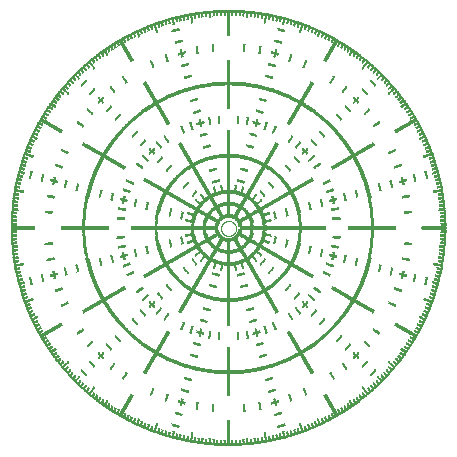
<source format=gtl>
G75*
%MOIN*%
%OFA0B0*%
%FSLAX25Y25*%
%IPPOS*%
%LPD*%
%AMOC8*
5,1,8,0,0,1.08239X$1,22.5*
%
%ADD10R,0.00600X0.00050*%
%ADD11R,0.03790X0.00050*%
%ADD12R,0.06990X0.00050*%
%ADD13R,0.09450X0.00050*%
%ADD14R,0.10490X0.00050*%
%ADD15R,0.11600X0.00050*%
%ADD16R,0.12600X0.00050*%
%ADD17R,0.13700X0.00050*%
%ADD18R,0.14760X0.00050*%
%ADD19R,0.15790X0.00050*%
%ADD20R,0.16910X0.00050*%
%ADD21R,0.17910X0.00050*%
%ADD22R,0.18650X0.00050*%
%ADD23R,0.07850X0.00050*%
%ADD24R,0.00660X0.00050*%
%ADD25R,0.01000X0.00050*%
%ADD26R,0.00590X0.00050*%
%ADD27R,0.07750X0.00050*%
%ADD28R,0.06550X0.00050*%
%ADD29R,0.06510X0.00050*%
%ADD30R,0.05590X0.00050*%
%ADD31R,0.05550X0.00050*%
%ADD32R,0.05850X0.00050*%
%ADD33R,0.05890X0.00050*%
%ADD34R,0.05150X0.00050*%
%ADD35R,0.05140X0.00050*%
%ADD36R,0.05260X0.00050*%
%ADD37R,0.05300X0.00050*%
%ADD38R,0.04750X0.00050*%
%ADD39R,0.00650X0.00050*%
%ADD40R,0.04650X0.00050*%
%ADD41R,0.04950X0.00050*%
%ADD42R,0.04300X0.00050*%
%ADD43R,0.04100X0.00050*%
%ADD44R,0.04110X0.00050*%
%ADD45R,0.04340X0.00050*%
%ADD46R,0.04350X0.00050*%
%ADD47R,0.03810X0.00050*%
%ADD48R,0.03850X0.00050*%
%ADD49R,0.03860X0.00050*%
%ADD50R,0.04010X0.00050*%
%ADD51R,0.04250X0.00050*%
%ADD52R,0.04260X0.00050*%
%ADD53R,0.03590X0.00050*%
%ADD54R,0.03550X0.00050*%
%ADD55R,0.03650X0.00050*%
%ADD56R,0.00640X0.00050*%
%ADD57R,0.03890X0.00050*%
%ADD58R,0.03250X0.00050*%
%ADD59R,0.03210X0.00050*%
%ADD60R,0.03140X0.00050*%
%ADD61R,0.03310X0.00050*%
%ADD62R,0.03300X0.00050*%
%ADD63R,0.03510X0.00050*%
%ADD64R,0.00060X0.00050*%
%ADD65R,0.02900X0.00050*%
%ADD66R,0.02890X0.00050*%
%ADD67R,0.02740X0.00050*%
%ADD68R,0.02960X0.00050*%
%ADD69R,0.00400X0.00050*%
%ADD70R,0.00440X0.00050*%
%ADD71R,0.03000X0.00050*%
%ADD72R,0.03200X0.00050*%
%ADD73R,0.02760X0.00050*%
%ADD74R,0.00500X0.00050*%
%ADD75R,0.00540X0.00050*%
%ADD76R,0.02800X0.00050*%
%ADD77R,0.02860X0.00050*%
%ADD78R,0.00040X0.00050*%
%ADD79R,0.03100X0.00050*%
%ADD80R,0.03340X0.00050*%
%ADD81R,0.02750X0.00050*%
%ADD82R,0.02650X0.00050*%
%ADD83R,0.02660X0.00050*%
%ADD84R,0.00460X0.00050*%
%ADD85R,0.00100X0.00050*%
%ADD86R,0.00550X0.00050*%
%ADD87R,0.00160X0.00050*%
%ADD88R,0.02810X0.00050*%
%ADD89R,0.00150X0.00050*%
%ADD90R,0.03010X0.00050*%
%ADD91R,0.02450X0.00050*%
%ADD92R,0.02460X0.00050*%
%ADD93R,0.00340X0.00050*%
%ADD94R,0.00300X0.00050*%
%ADD95R,0.02340X0.00050*%
%ADD96R,0.02350X0.00050*%
%ADD97R,0.02400X0.00050*%
%ADD98R,0.02590X0.00050*%
%ADD99R,0.02600X0.00050*%
%ADD100R,0.02150X0.00050*%
%ADD101R,0.02160X0.00050*%
%ADD102R,0.02210X0.00050*%
%ADD103R,0.02250X0.00050*%
%ADD104R,0.00260X0.00050*%
%ADD105R,0.00250X0.00050*%
%ADD106R,0.02390X0.00050*%
%ADD107R,0.00610X0.00050*%
%ADD108R,0.02140X0.00050*%
%ADD109R,0.00240X0.00050*%
%ADD110R,0.00200X0.00050*%
%ADD111R,0.02200X0.00050*%
%ADD112R,0.02790X0.00050*%
%ADD113R,0.02100X0.00050*%
%ADD114R,0.02050X0.00050*%
%ADD115R,0.02240X0.00050*%
%ADD116R,0.02300X0.00050*%
%ADD117R,0.02550X0.00050*%
%ADD118R,0.01900X0.00050*%
%ADD119R,0.01890X0.00050*%
%ADD120R,0.01860X0.00050*%
%ADD121R,0.01910X0.00050*%
%ADD122R,0.01840X0.00050*%
%ADD123R,0.02040X0.00050*%
%ADD124R,0.02360X0.00050*%
%ADD125R,0.01800X0.00050*%
%ADD126R,0.01790X0.00050*%
%ADD127R,0.01750X0.00050*%
%ADD128R,0.01740X0.00050*%
%ADD129R,0.01810X0.00050*%
%ADD130R,0.00450X0.00050*%
%ADD131R,0.01850X0.00050*%
%ADD132R,0.02000X0.00050*%
%ADD133R,0.00560X0.00050*%
%ADD134R,0.00050X0.00050*%
%ADD135R,0.00350X0.00050*%
%ADD136R,0.02310X0.00050*%
%ADD137R,0.02440X0.00050*%
%ADD138R,0.01760X0.00050*%
%ADD139R,0.02110X0.00050*%
%ADD140R,0.00490X0.00050*%
%ADD141R,0.01710X0.00050*%
%ADD142R,0.00140X0.00050*%
%ADD143R,0.01690X0.00050*%
%ADD144R,0.01540X0.00050*%
%ADD145R,0.01560X0.00050*%
%ADD146R,0.01600X0.00050*%
%ADD147R,0.00310X0.00050*%
%ADD148R,0.01500X0.00050*%
%ADD149R,0.01490X0.00050*%
%ADD150R,0.01700X0.00050*%
%ADD151R,0.01510X0.00050*%
%ADD152R,0.01550X0.00050*%
%ADD153R,0.00700X0.00050*%
%ADD154R,0.01590X0.00050*%
%ADD155R,0.00900X0.00050*%
%ADD156R,0.01100X0.00050*%
%ADD157R,0.01300X0.00050*%
%ADD158R,0.01240X0.00050*%
%ADD159R,0.00410X0.00050*%
%ADD160R,0.01440X0.00050*%
%ADD161R,0.00090X0.00050*%
%ADD162R,0.00710X0.00050*%
%ADD163R,0.02290X0.00050*%
%ADD164R,0.01950X0.00050*%
%ADD165R,0.01340X0.00050*%
%ADD166R,0.00290X0.00050*%
%ADD167R,0.01140X0.00050*%
%ADD168R,0.00890X0.00050*%
%ADD169R,0.01450X0.00050*%
%ADD170R,0.00750X0.00050*%
%ADD171R,0.00760X0.00050*%
%ADD172R,0.01400X0.00050*%
%ADD173R,0.00690X0.00050*%
%ADD174R,0.00510X0.00050*%
%ADD175R,0.00360X0.00050*%
%ADD176R,0.01960X0.00050*%
%ADD177R,0.00110X0.00050*%
%ADD178R,0.01360X0.00050*%
%ADD179R,0.01310X0.00050*%
%ADD180R,0.01410X0.00050*%
%ADD181R,0.01660X0.00050*%
%ADD182R,0.01650X0.00050*%
%ADD183R,0.01350X0.00050*%
%ADD184R,0.01390X0.00050*%
%ADD185R,0.01990X0.00050*%
%ADD186R,0.01290X0.00050*%
%ADD187R,0.01640X0.00050*%
%ADD188R,0.01250X0.00050*%
%ADD189R,0.01200X0.00050*%
%ADD190R,0.01460X0.00050*%
%ADD191R,0.01150X0.00050*%
%ADD192R,0.00740X0.00050*%
%ADD193R,0.00800X0.00050*%
%ADD194R,0.00940X0.00050*%
%ADD195R,0.02010X0.00050*%
%ADD196R,0.01090X0.00050*%
%ADD197R,0.01160X0.00050*%
%ADD198R,0.01210X0.00050*%
%ADD199R,0.01260X0.00050*%
%ADD200R,0.01060X0.00050*%
%ADD201R,0.01610X0.00050*%
%ADD202R,0.01050X0.00050*%
%ADD203R,0.01110X0.00050*%
%ADD204R,0.01040X0.00050*%
%ADD205R,0.00860X0.00050*%
%ADD206R,0.02260X0.00050*%
%ADD207R,0.00950X0.00050*%
%ADD208R,0.01010X0.00050*%
%ADD209R,0.00960X0.00050*%
%ADD210R,0.00810X0.00050*%
%ADD211R,0.00850X0.00050*%
%ADD212R,0.00910X0.00050*%
%ADD213R,0.01190X0.00050*%
%ADD214R,0.00790X0.00050*%
%ADD215R,0.00390X0.00050*%
%ADD216R,0.00190X0.00050*%
%ADD217R,0.00840X0.00050*%
%ADD218R,0.02090X0.00050*%
%ADD219R,0.00990X0.00050*%
%ADD220R,0.08450X0.00050*%
%ADD221R,0.10210X0.00050*%
%ADD222R,0.10890X0.00050*%
%ADD223R,0.11500X0.00050*%
%ADD224R,0.12100X0.00050*%
%ADD225R,0.12750X0.00050*%
%ADD226R,0.13400X0.00050*%
%ADD227R,0.14000X0.00050*%
%ADD228R,0.14710X0.00050*%
%ADD229R,0.15310X0.00050*%
%ADD230R,0.15910X0.00050*%
%ADD231R,0.16550X0.00050*%
%ADD232R,0.17190X0.00050*%
%ADD233R,0.17790X0.00050*%
%ADD234R,0.18390X0.00050*%
%ADD235R,0.19050X0.00050*%
%ADD236R,0.09250X0.00050*%
%ADD237R,0.09200X0.00050*%
%ADD238R,0.08510X0.00050*%
%ADD239R,0.08550X0.00050*%
%ADD240R,0.07810X0.00050*%
%ADD241R,0.06950X0.00050*%
%ADD242R,0.06190X0.00050*%
%ADD243R,0.05750X0.00050*%
%ADD244R,0.05790X0.00050*%
%ADD245R,0.05650X0.00050*%
%ADD246R,0.05610X0.00050*%
%ADD247R,0.05510X0.00050*%
%ADD248R,0.05500X0.00050*%
%ADD249R,0.05360X0.00050*%
%ADD250R,0.05350X0.00050*%
%ADD251R,0.05250X0.00050*%
%ADD252R,0.05090X0.00050*%
%ADD253R,0.04940X0.00050*%
%ADD254R,0.05000X0.00050*%
%ADD255R,0.04840X0.00050*%
%ADD256R,0.04850X0.00050*%
%ADD257R,0.04740X0.00050*%
%ADD258R,0.04590X0.00050*%
%ADD259R,0.04600X0.00050*%
%ADD260R,0.04450X0.00050*%
%ADD261R,0.04460X0.00050*%
%ADD262R,0.04360X0.00050*%
%ADD263R,0.04050X0.00050*%
%ADD264R,0.03950X0.00050*%
%ADD265R,0.03800X0.00050*%
%ADD266R,0.00210X0.00050*%
%ADD267R,0.03750X0.00050*%
%ADD268R,0.03700X0.00050*%
%ADD269R,0.03690X0.00050*%
%ADD270R,0.03660X0.00050*%
%ADD271R,0.03600X0.00050*%
%ADD272R,0.03500X0.00050*%
%ADD273R,0.03540X0.00050*%
%ADD274R,0.03450X0.00050*%
%ADD275R,0.03400X0.00050*%
%ADD276R,0.03350X0.00050*%
%ADD277R,0.03260X0.00050*%
%ADD278R,0.03190X0.00050*%
%ADD279R,0.03160X0.00050*%
%ADD280R,0.03090X0.00050*%
%ADD281R,0.03040X0.00050*%
%ADD282R,0.02940X0.00050*%
%ADD283R,0.02690X0.00050*%
%ADD284R,0.02700X0.00050*%
%ADD285R,0.02560X0.00050*%
%ADD286R,0.02500X0.00050*%
%ADD287R,0.02490X0.00050*%
%ADD288R,0.02190X0.00050*%
%ADD289R,0.02060X0.00050*%
%ADD290R,0.03110X0.00050*%
%ADD291R,0.02990X0.00050*%
%ADD292R,0.02640X0.00050*%
%ADD293R,0.01940X0.00050*%
%ADD294R,0.02610X0.00050*%
%ADD295R,0.02710X0.00050*%
%ADD296R,0.03150X0.00050*%
%ADD297R,0.03050X0.00050*%
%ADD298R,0.02910X0.00050*%
%ADD299R,0.02540X0.00050*%
%ADD300R,0.05210X0.00050*%
%ADD301R,0.05810X0.00050*%
%ADD302R,0.06490X0.00050*%
%ADD303R,0.07090X0.00050*%
%ADD304R,0.07690X0.00050*%
%ADD305R,0.08410X0.00050*%
%ADD306R,0.09010X0.00050*%
%ADD307R,0.09610X0.00050*%
%ADD308R,0.10250X0.00050*%
%ADD309R,0.10600X0.00050*%
%ADD310R,0.11000X0.00050*%
%ADD311R,0.11350X0.00050*%
%ADD312R,0.11700X0.00050*%
%ADD313R,0.12500X0.00050*%
%ADD314R,0.12850X0.00050*%
%ADD315R,0.13200X0.00050*%
%ADD316R,0.13600X0.00050*%
%ADD317R,0.05950X0.00050*%
%ADD318R,0.05190X0.00050*%
%ADD319R,0.02840X0.00050*%
%ADD320R,0.04710X0.00050*%
%ADD321R,0.04610X0.00050*%
%ADD322R,0.04310X0.00050*%
%ADD323R,0.03410X0.00050*%
%ADD324R,0.03360X0.00050*%
%ADD325R,0.02950X0.00050*%
%ADD326R,0.02850X0.00050*%
%ADD327R,0.03240X0.00050*%
%ADD328R,0.02510X0.00050*%
%ADD329R,0.02410X0.00050*%
%ADD330R,0.03610X0.00050*%
%ADD331R,0.05010X0.00050*%
%ADD332R,0.05410X0.00050*%
%ADD333R,0.06150X0.00050*%
%ADD334R,0.06890X0.00050*%
%ADD335R,0.07250X0.00050*%
%ADD336R,0.07650X0.00050*%
%ADD337R,0.07890X0.00050*%
%ADD338R,0.09210X0.00050*%
%ADD339R,0.09150X0.00050*%
%ADD340R,0.09490X0.00050*%
%ADD341R,0.09750X0.00050*%
%ADD342R,0.03490X0.00050*%
%ADD343R,0.04290X0.00050*%
%ADD344R,0.06410X0.00050*%
%ADD345R,0.06650X0.00050*%
%ADD346R,0.07290X0.00050*%
%ADD347R,0.07490X0.00050*%
%ADD348R,0.09890X0.00050*%
%ADD349R,0.09850X0.00050*%
%ADD350R,0.04060X0.00050*%
%ADD351R,0.03290X0.00050*%
%ADD352R,0.05690X0.00050*%
%ADD353R,0.05490X0.00050*%
%ADD354R,0.05450X0.00050*%
%ADD355R,0.08300X0.00050*%
%ADD356R,0.16040X0.00050*%
%ADD357R,0.29000X0.00050*%
%ADD358R,0.29050X0.00050*%
%ADD359R,0.16010X0.00050*%
%ADD360R,0.28990X0.00050*%
%ADD361R,0.16100X0.00050*%
%ADD362R,0.08350X0.00050*%
%ADD363R,0.28960X0.00050*%
%ADD364R,0.03060X0.00050*%
%ADD365R,0.03960X0.00050*%
%ADD366R,0.09810X0.00050*%
%ADD367R,0.08750X0.00050*%
%ADD368R,0.07410X0.00050*%
%ADD369R,0.07210X0.00050*%
%ADD370R,0.07010X0.00050*%
%ADD371R,0.06810X0.00050*%
%ADD372R,0.06250X0.00050*%
%ADD373R,0.06010X0.00050*%
%ADD374R,0.04810X0.00050*%
%ADD375R,0.04410X0.00050*%
%ADD376R,0.03460X0.00050*%
%ADD377R,0.03710X0.00050*%
%ADD378R,0.03740X0.00050*%
%ADD379R,0.09290X0.00050*%
%ADD380R,0.06690X0.00050*%
%ADD381R,0.06290X0.00050*%
%ADD382R,0.03390X0.00050*%
%ADD383R,0.03990X0.00050*%
%ADD384R,0.04190X0.00050*%
%ADD385R,0.04150X0.00050*%
%ADD386R,0.04550X0.00050*%
%ADD387R,0.04560X0.00050*%
%ADD388R,0.04910X0.00050*%
%ADD389R,0.05710X0.00050*%
%ADD390R,0.13750X0.00050*%
%ADD391R,0.13000X0.00050*%
%ADD392R,0.12250X0.00050*%
%ADD393R,0.11900X0.00050*%
%ADD394R,0.11090X0.00050*%
%ADD395R,0.10740X0.00050*%
%ADD396R,0.10400X0.00050*%
%ADD397R,0.08610X0.00050*%
%ADD398R,0.08010X0.00050*%
%ADD399R,0.07350X0.00050*%
%ADD400R,0.06090X0.00050*%
%ADD401R,0.03440X0.00050*%
%ADD402R,0.03900X0.00050*%
%ADD403R,0.04240X0.00050*%
%ADD404R,0.04660X0.00050*%
%ADD405R,0.04790X0.00050*%
%ADD406R,0.04800X0.00050*%
%ADD407R,0.05050X0.00050*%
%ADD408R,0.05040X0.00050*%
%ADD409R,0.05200X0.00050*%
%ADD410R,0.05290X0.00050*%
%ADD411R,0.05460X0.00050*%
%ADD412R,0.05910X0.00050*%
%ADD413R,0.06750X0.00050*%
%ADD414R,0.07450X0.00050*%
%ADD415R,0.08250X0.00050*%
%ADD416R,0.08190X0.00050*%
%ADD417R,0.08950X0.00050*%
%ADD418R,0.08900X0.00050*%
%ADD419R,0.19310X0.00050*%
%ADD420R,0.18710X0.00050*%
%ADD421R,0.18110X0.00050*%
%ADD422R,0.17390X0.00050*%
%ADD423R,0.16790X0.00050*%
%ADD424R,0.16150X0.00050*%
%ADD425R,0.15510X0.00050*%
%ADD426R,0.14910X0.00050*%
%ADD427R,0.14310X0.00050*%
%ADD428R,0.12400X0.00050*%
%ADD429R,0.04490X0.00050*%
%ADD430R,0.04140X0.00050*%
%ADD431R,0.04210X0.00050*%
%ADD432R,0.05400X0.00050*%
%ADD433R,0.05110X0.00050*%
%ADD434R,0.06610X0.00050*%
%ADD435R,0.07550X0.00050*%
%ADD436R,0.18310X0.00050*%
%ADD437R,0.17310X0.00050*%
%ADD438R,0.16190X0.00050*%
%ADD439R,0.15150X0.00050*%
%ADD440R,0.14110X0.00050*%
%ADD441R,0.13050X0.00050*%
%ADD442R,0.12000X0.00050*%
%ADD443R,0.10950X0.00050*%
%ADD444R,0.08210X0.00050*%
%ADD445C,0.00000*%
D10*
X0026395Y0024765D03*
X0027295Y0023915D03*
X0031035Y0022565D03*
X0032045Y0019915D03*
X0034045Y0018415D03*
X0037085Y0016315D03*
X0038145Y0015665D03*
X0039195Y0015015D03*
X0041345Y0013765D03*
X0043535Y0012615D03*
X0044645Y0012065D03*
X0045995Y0011965D03*
X0049185Y0010065D03*
X0049145Y0009865D03*
X0049045Y0009615D03*
X0050245Y0009265D03*
X0050345Y0009615D03*
X0051495Y0009065D03*
X0051695Y0009615D03*
X0051835Y0010015D03*
X0051895Y0010165D03*
X0051935Y0010315D03*
X0052695Y0008765D03*
X0052635Y0008615D03*
X0052595Y0008465D03*
X0052535Y0008315D03*
X0052495Y0008165D03*
X0052435Y0008015D03*
X0051295Y0008515D03*
X0053635Y0007665D03*
X0053595Y0007515D03*
X0053695Y0007815D03*
X0053735Y0007965D03*
X0053795Y0008115D03*
X0053835Y0008265D03*
X0055035Y0008015D03*
X0055035Y0007965D03*
X0054995Y0007815D03*
X0054995Y0007765D03*
X0054935Y0007665D03*
X0054935Y0007615D03*
X0054895Y0007465D03*
X0054835Y0007315D03*
X0054795Y0007165D03*
X0055995Y0006815D03*
X0056035Y0006915D03*
X0056035Y0006965D03*
X0056095Y0007115D03*
X0056095Y0007165D03*
X0056195Y0007465D03*
X0056195Y0007515D03*
X0057395Y0007215D03*
X0057395Y0007165D03*
X0057395Y0007115D03*
X0057345Y0007015D03*
X0057345Y0006965D03*
X0057295Y0006815D03*
X0057295Y0006765D03*
X0057245Y0006615D03*
X0057245Y0006565D03*
X0057195Y0006465D03*
X0057445Y0007315D03*
X0057445Y0007365D03*
X0057495Y0007515D03*
X0057495Y0007565D03*
X0057545Y0007715D03*
X0057545Y0007765D03*
X0057545Y0007815D03*
X0058645Y0007015D03*
X0058585Y0006915D03*
X0058585Y0006865D03*
X0058585Y0006815D03*
X0058545Y0006715D03*
X0058545Y0006665D03*
X0058545Y0006615D03*
X0058485Y0006515D03*
X0058485Y0006465D03*
X0058485Y0006415D03*
X0058445Y0006315D03*
X0058445Y0006265D03*
X0058445Y0006215D03*
X0058385Y0006115D03*
X0059645Y0005915D03*
X0059645Y0005865D03*
X0059685Y0006065D03*
X0059685Y0006115D03*
X0059685Y0006165D03*
X0059745Y0006265D03*
X0059745Y0006315D03*
X0059745Y0006365D03*
X0059785Y0006515D03*
X0059785Y0006565D03*
X0059845Y0006715D03*
X0060985Y0006265D03*
X0060985Y0006215D03*
X0060985Y0006165D03*
X0060945Y0006065D03*
X0060945Y0006015D03*
X0060945Y0005965D03*
X0060945Y0005915D03*
X0060885Y0005815D03*
X0060885Y0005765D03*
X0060885Y0005715D03*
X0060885Y0005665D03*
X0060845Y0005565D03*
X0061045Y0006415D03*
X0061045Y0006465D03*
X0062245Y0006215D03*
X0062245Y0006165D03*
X0062245Y0006115D03*
X0062245Y0006065D03*
X0062185Y0005965D03*
X0062185Y0005915D03*
X0062185Y0005865D03*
X0062185Y0005815D03*
X0062145Y0005715D03*
X0062145Y0005665D03*
X0062145Y0005615D03*
X0062145Y0005565D03*
X0062085Y0005465D03*
X0062085Y0005415D03*
X0062085Y0005365D03*
X0062085Y0005315D03*
X0063295Y0005065D03*
X0063345Y0005165D03*
X0063345Y0005215D03*
X0063345Y0005265D03*
X0063345Y0005315D03*
X0063395Y0005465D03*
X0063395Y0005515D03*
X0063395Y0005565D03*
X0063395Y0005615D03*
X0063445Y0005715D03*
X0063445Y0005765D03*
X0063445Y0005815D03*
X0063445Y0005865D03*
X0063445Y0005915D03*
X0063495Y0006015D03*
X0063495Y0006065D03*
X0063495Y0006115D03*
X0063495Y0006165D03*
X0063495Y0006215D03*
X0063545Y0006315D03*
X0063545Y0006365D03*
X0063545Y0006415D03*
X0063545Y0006465D03*
X0063595Y0006565D03*
X0063595Y0006615D03*
X0063595Y0006665D03*
X0063595Y0006715D03*
X0063595Y0006765D03*
X0063645Y0006865D03*
X0063645Y0006915D03*
X0063645Y0006965D03*
X0063645Y0007015D03*
X0063645Y0007065D03*
X0063695Y0007165D03*
X0063695Y0007215D03*
X0063695Y0007265D03*
X0063695Y0007315D03*
X0063745Y0007415D03*
X0064695Y0005815D03*
X0064695Y0005765D03*
X0064695Y0005715D03*
X0064695Y0005665D03*
X0064635Y0005565D03*
X0064635Y0005515D03*
X0064635Y0005465D03*
X0064635Y0005415D03*
X0064635Y0005365D03*
X0064595Y0005265D03*
X0064595Y0005215D03*
X0064595Y0005165D03*
X0064595Y0005115D03*
X0064595Y0005065D03*
X0064595Y0005015D03*
X0065795Y0004865D03*
X0065795Y0004815D03*
X0065795Y0004765D03*
X0065795Y0004715D03*
X0065795Y0004665D03*
X0065835Y0004965D03*
X0065835Y0005015D03*
X0065835Y0005065D03*
X0065835Y0005115D03*
X0065835Y0005165D03*
X0065835Y0005215D03*
X0065895Y0005315D03*
X0065895Y0005365D03*
X0065895Y0005415D03*
X0065895Y0005465D03*
X0065895Y0005515D03*
X0065895Y0005565D03*
X0067135Y0005465D03*
X0067135Y0005415D03*
X0067135Y0005365D03*
X0067135Y0005315D03*
X0067135Y0005265D03*
X0067095Y0005165D03*
X0067095Y0005115D03*
X0067095Y0005065D03*
X0067095Y0005015D03*
X0067095Y0004965D03*
X0067095Y0004915D03*
X0067095Y0004865D03*
X0067035Y0004765D03*
X0067035Y0004715D03*
X0067035Y0004665D03*
X0067035Y0004615D03*
X0067035Y0004565D03*
X0067035Y0004515D03*
X0067035Y0004465D03*
X0068295Y0004465D03*
X0068295Y0004515D03*
X0068295Y0004565D03*
X0068295Y0004615D03*
X0068295Y0004665D03*
X0068295Y0004715D03*
X0068335Y0004815D03*
X0068335Y0004865D03*
X0068335Y0004915D03*
X0068335Y0004965D03*
X0068335Y0005015D03*
X0068335Y0005065D03*
X0068335Y0005115D03*
X0068335Y0005165D03*
X0068335Y0005215D03*
X0068395Y0005315D03*
X0068295Y0004415D03*
X0068295Y0004365D03*
X0069545Y0004365D03*
X0069545Y0004415D03*
X0069545Y0004465D03*
X0069545Y0004515D03*
X0069545Y0004565D03*
X0069545Y0004615D03*
X0069545Y0004665D03*
X0069545Y0004715D03*
X0069595Y0004815D03*
X0069595Y0004865D03*
X0069595Y0004915D03*
X0069595Y0004965D03*
X0069595Y0005015D03*
X0069595Y0005065D03*
X0069595Y0005115D03*
X0069595Y0005165D03*
X0069595Y0005215D03*
X0069595Y0005265D03*
X0069595Y0005315D03*
X0069645Y0005365D03*
X0069645Y0005415D03*
X0069645Y0005465D03*
X0069645Y0005515D03*
X0069645Y0005565D03*
X0069645Y0005615D03*
X0069645Y0005665D03*
X0069645Y0005715D03*
X0070845Y0005115D03*
X0070845Y0005065D03*
X0070845Y0005015D03*
X0070845Y0004965D03*
X0070845Y0004915D03*
X0070845Y0004865D03*
X0070845Y0004815D03*
X0072045Y0004815D03*
X0072045Y0004865D03*
X0072045Y0004765D03*
X0072045Y0004715D03*
X0072045Y0004665D03*
X0072045Y0004615D03*
X0072045Y0004565D03*
X0072045Y0004515D03*
X0072045Y0004465D03*
X0072045Y0004415D03*
X0072045Y0004365D03*
X0072045Y0004315D03*
X0072045Y0004265D03*
X0072045Y0004215D03*
X0072045Y0004165D03*
X0072045Y0004115D03*
X0072045Y0004065D03*
X0072045Y0004015D03*
X0072085Y0004965D03*
X0072085Y0005015D03*
X0072085Y0005065D03*
X0073285Y0005015D03*
X0073285Y0004965D03*
X0073285Y0004915D03*
X0073285Y0004865D03*
X0073285Y0004815D03*
X0073285Y0004765D03*
X0073285Y0004715D03*
X0073285Y0004665D03*
X0073285Y0004615D03*
X0073285Y0004565D03*
X0073285Y0004515D03*
X0073285Y0004465D03*
X0073285Y0004415D03*
X0073285Y0004365D03*
X0073285Y0004315D03*
X0073285Y0004265D03*
X0073285Y0004215D03*
X0073285Y0004165D03*
X0073285Y0004115D03*
X0073285Y0004065D03*
X0073285Y0004015D03*
X0073285Y0003965D03*
X0074545Y0003965D03*
X0074545Y0004015D03*
X0074545Y0004065D03*
X0074545Y0004115D03*
X0074545Y0004165D03*
X0074545Y0004215D03*
X0074545Y0004265D03*
X0074545Y0004315D03*
X0074545Y0004365D03*
X0074545Y0004415D03*
X0074545Y0004465D03*
X0074545Y0004515D03*
X0074545Y0004565D03*
X0074545Y0004615D03*
X0074545Y0004665D03*
X0074545Y0004715D03*
X0074545Y0004765D03*
X0074545Y0004815D03*
X0074545Y0004865D03*
X0074545Y0004915D03*
X0074545Y0004965D03*
X0075795Y0003265D03*
X0078295Y0003965D03*
X0078295Y0004015D03*
X0078295Y0004065D03*
X0078295Y0004115D03*
X0078295Y0004165D03*
X0078295Y0004215D03*
X0078295Y0004265D03*
X0078295Y0004315D03*
X0078295Y0004365D03*
X0078295Y0004415D03*
X0078295Y0004465D03*
X0078295Y0004515D03*
X0078295Y0004565D03*
X0078295Y0004615D03*
X0078235Y0004665D03*
X0078235Y0004715D03*
X0078235Y0004765D03*
X0078235Y0004815D03*
X0078235Y0004865D03*
X0078235Y0004915D03*
X0078235Y0004965D03*
X0078235Y0005015D03*
X0079495Y0005015D03*
X0079495Y0005065D03*
X0079495Y0004965D03*
X0079495Y0004915D03*
X0079495Y0004865D03*
X0079495Y0004815D03*
X0079495Y0004765D03*
X0079495Y0004715D03*
X0079495Y0004665D03*
X0079495Y0004615D03*
X0079495Y0004565D03*
X0079535Y0004515D03*
X0079535Y0004465D03*
X0079535Y0004415D03*
X0079535Y0004365D03*
X0079535Y0004315D03*
X0079535Y0004265D03*
X0079535Y0004215D03*
X0079535Y0004165D03*
X0079535Y0004115D03*
X0079535Y0004065D03*
X0079535Y0004015D03*
X0080795Y0004115D03*
X0080795Y0004165D03*
X0080795Y0004215D03*
X0080795Y0004265D03*
X0080795Y0004315D03*
X0080795Y0004365D03*
X0080795Y0004415D03*
X0080795Y0004465D03*
X0080735Y0004565D03*
X0080735Y0004615D03*
X0080735Y0004665D03*
X0080735Y0004715D03*
X0080735Y0004765D03*
X0080735Y0004815D03*
X0080735Y0004865D03*
X0080735Y0004915D03*
X0080735Y0004965D03*
X0080735Y0005015D03*
X0080735Y0005065D03*
X0080735Y0005115D03*
X0081945Y0005165D03*
X0081945Y0005215D03*
X0081945Y0005265D03*
X0081945Y0005315D03*
X0081945Y0005365D03*
X0081945Y0005415D03*
X0081945Y0005465D03*
X0081945Y0005515D03*
X0081945Y0005565D03*
X0081945Y0005615D03*
X0081995Y0005065D03*
X0081995Y0005015D03*
X0081995Y0004965D03*
X0081995Y0004915D03*
X0081995Y0004865D03*
X0081995Y0004815D03*
X0081995Y0004765D03*
X0081995Y0004715D03*
X0081995Y0004665D03*
X0081995Y0004615D03*
X0081995Y0004565D03*
X0082045Y0004515D03*
X0082045Y0004465D03*
X0082045Y0004415D03*
X0082045Y0004365D03*
X0082045Y0004315D03*
X0082045Y0004265D03*
X0082045Y0004215D03*
X0083245Y0004615D03*
X0083245Y0004665D03*
X0083245Y0004715D03*
X0083245Y0004765D03*
X0083245Y0004815D03*
X0083245Y0004865D03*
X0083245Y0004915D03*
X0083245Y0004965D03*
X0083245Y0005015D03*
X0084445Y0005115D03*
X0084445Y0005165D03*
X0084445Y0005215D03*
X0084445Y0005265D03*
X0084445Y0005315D03*
X0084445Y0005365D03*
X0084445Y0005415D03*
X0084485Y0005015D03*
X0084485Y0004965D03*
X0084485Y0004915D03*
X0084485Y0004865D03*
X0084485Y0004815D03*
X0084485Y0004765D03*
X0084485Y0004715D03*
X0084545Y0004615D03*
X0084545Y0004565D03*
X0084545Y0004515D03*
X0084545Y0004465D03*
X0085745Y0004815D03*
X0085745Y0004865D03*
X0085745Y0004915D03*
X0085745Y0004965D03*
X0085745Y0005015D03*
X0085745Y0005065D03*
X0085685Y0005165D03*
X0085685Y0005215D03*
X0085685Y0005265D03*
X0085685Y0005315D03*
X0085685Y0005365D03*
X0085685Y0005415D03*
X0085645Y0005515D03*
X0085645Y0005565D03*
X0085645Y0005615D03*
X0085785Y0004715D03*
X0085785Y0004665D03*
X0086985Y0004915D03*
X0086985Y0004965D03*
X0086985Y0005015D03*
X0086985Y0005065D03*
X0086985Y0005115D03*
X0086945Y0005215D03*
X0086945Y0005265D03*
X0086945Y0005315D03*
X0086945Y0005365D03*
X0086945Y0005415D03*
X0086945Y0005465D03*
X0086885Y0005565D03*
X0086885Y0005615D03*
X0086885Y0005665D03*
X0086885Y0005715D03*
X0086885Y0005765D03*
X0086885Y0005815D03*
X0088045Y0006165D03*
X0088045Y0006215D03*
X0088045Y0006265D03*
X0088045Y0006315D03*
X0088045Y0006365D03*
X0088095Y0006065D03*
X0088095Y0006015D03*
X0088095Y0005965D03*
X0088095Y0005915D03*
X0088145Y0005815D03*
X0088145Y0005765D03*
X0088145Y0005715D03*
X0088145Y0005665D03*
X0088145Y0005615D03*
X0088195Y0005515D03*
X0088195Y0005465D03*
X0088195Y0005415D03*
X0088195Y0005365D03*
X0088195Y0005315D03*
X0088245Y0005215D03*
X0088245Y0005165D03*
X0088245Y0005115D03*
X0088245Y0005065D03*
X0089445Y0005465D03*
X0089445Y0005515D03*
X0089445Y0005565D03*
X0089445Y0005615D03*
X0089395Y0005715D03*
X0089395Y0005765D03*
X0089395Y0005815D03*
X0089395Y0005865D03*
X0089345Y0005965D03*
X0089345Y0006015D03*
X0089345Y0006065D03*
X0089345Y0006115D03*
X0089295Y0006215D03*
X0089495Y0005365D03*
X0089495Y0005315D03*
X0089495Y0005265D03*
X0090695Y0005615D03*
X0090695Y0005665D03*
X0090695Y0005715D03*
X0090635Y0005815D03*
X0090635Y0005865D03*
X0090635Y0005915D03*
X0090635Y0005965D03*
X0090595Y0006065D03*
X0090595Y0006115D03*
X0090595Y0006165D03*
X0090535Y0006315D03*
X0090535Y0006365D03*
X0090535Y0006415D03*
X0091735Y0006615D03*
X0091735Y0006665D03*
X0091735Y0006715D03*
X0091795Y0006515D03*
X0091795Y0006465D03*
X0091795Y0006415D03*
X0091835Y0006265D03*
X0091835Y0006215D03*
X0091835Y0006165D03*
X0091895Y0006065D03*
X0091895Y0006015D03*
X0091895Y0005965D03*
X0091935Y0005865D03*
X0091935Y0005815D03*
X0093135Y0006115D03*
X0093135Y0006165D03*
X0093135Y0006215D03*
X0093095Y0006315D03*
X0093095Y0006365D03*
X0093095Y0006415D03*
X0093035Y0006515D03*
X0093035Y0006565D03*
X0093035Y0006615D03*
X0092995Y0006715D03*
X0092995Y0006765D03*
X0092995Y0006815D03*
X0092935Y0006915D03*
X0092935Y0006965D03*
X0092935Y0007015D03*
X0094095Y0007415D03*
X0094095Y0007465D03*
X0094095Y0007515D03*
X0094195Y0007115D03*
X0094195Y0007065D03*
X0094245Y0006915D03*
X0094245Y0006865D03*
X0094295Y0006765D03*
X0094295Y0006715D03*
X0094345Y0006565D03*
X0094345Y0006515D03*
X0095545Y0006865D03*
X0095545Y0006915D03*
X0095495Y0007065D03*
X0095445Y0007215D03*
X0095445Y0007265D03*
X0095395Y0007415D03*
X0095345Y0007565D03*
X0095345Y0007615D03*
X0095345Y0007665D03*
X0096545Y0007865D03*
X0096545Y0007915D03*
X0096545Y0008015D03*
X0096585Y0007765D03*
X0096585Y0007715D03*
X0096645Y0007565D03*
X0096685Y0007415D03*
X0096745Y0007265D03*
X0096745Y0007215D03*
X0097935Y0007615D03*
X0097885Y0007765D03*
X0097845Y0007915D03*
X0097795Y0008065D03*
X0097735Y0008215D03*
X0097685Y0008365D03*
X0098885Y0008665D03*
X0098885Y0008765D03*
X0098995Y0008415D03*
X0099045Y0008265D03*
X0099085Y0008115D03*
X0099135Y0007965D03*
X0100135Y0008865D03*
X0099935Y0009415D03*
X0099885Y0009565D03*
X0099735Y0009965D03*
X0099685Y0010115D03*
X0099535Y0010515D03*
X0101245Y0009465D03*
X0101335Y0009215D03*
X0101495Y0008815D03*
X0102535Y0009565D03*
X0102445Y0009815D03*
X0104645Y0011015D03*
X0105585Y0011965D03*
X0106895Y0012065D03*
X0110185Y0013765D03*
X0114495Y0016315D03*
X0117545Y0018415D03*
X0119545Y0019915D03*
X0120485Y0020665D03*
X0120545Y0022565D03*
X0122395Y0022265D03*
X0127795Y0027415D03*
X0129135Y0031165D03*
X0131845Y0032165D03*
X0135435Y0037215D03*
X0139195Y0043665D03*
X0139835Y0046115D03*
X0142995Y0049315D03*
X0143035Y0049465D03*
X0143145Y0049715D03*
X0143395Y0050415D03*
X0143435Y0050565D03*
X0143485Y0050715D03*
X0143885Y0051815D03*
X0143945Y0051965D03*
X0144285Y0052915D03*
X0144345Y0053065D03*
X0144395Y0053215D03*
X0144645Y0053965D03*
X0144645Y0054015D03*
X0144685Y0054165D03*
X0144745Y0054315D03*
X0144745Y0054365D03*
X0144995Y0055165D03*
X0144995Y0055215D03*
X0145045Y0055365D03*
X0145045Y0055415D03*
X0145085Y0055515D03*
X0145085Y0055565D03*
X0145345Y0056365D03*
X0145345Y0056415D03*
X0145395Y0056565D03*
X0145395Y0056615D03*
X0145445Y0056715D03*
X0145445Y0056765D03*
X0145685Y0057615D03*
X0145745Y0057765D03*
X0145745Y0057815D03*
X0145795Y0057915D03*
X0145795Y0057965D03*
X0145795Y0058015D03*
X0145795Y0058065D03*
X0145945Y0058715D03*
X0145995Y0058815D03*
X0145995Y0058865D03*
X0145995Y0058915D03*
X0145995Y0058965D03*
X0146045Y0059065D03*
X0146045Y0059115D03*
X0146045Y0059165D03*
X0146085Y0059265D03*
X0146085Y0059315D03*
X0146245Y0059965D03*
X0146245Y0060015D03*
X0146245Y0060065D03*
X0146285Y0060165D03*
X0146285Y0060215D03*
X0146285Y0060265D03*
X0146345Y0060415D03*
X0146345Y0060465D03*
X0146345Y0060515D03*
X0146485Y0061165D03*
X0146545Y0061315D03*
X0146545Y0061365D03*
X0146545Y0061415D03*
X0146595Y0061515D03*
X0146595Y0061565D03*
X0146595Y0061615D03*
X0146645Y0061765D03*
X0146795Y0062465D03*
X0146795Y0062515D03*
X0146795Y0062565D03*
X0146795Y0062615D03*
X0146795Y0062665D03*
X0146845Y0062765D03*
X0146845Y0062815D03*
X0146845Y0062865D03*
X0146845Y0062915D03*
X0146845Y0062965D03*
X0146995Y0063715D03*
X0146995Y0063765D03*
X0146995Y0063815D03*
X0146995Y0063865D03*
X0146995Y0063915D03*
X0147045Y0064015D03*
X0147045Y0064065D03*
X0147045Y0064115D03*
X0147045Y0064165D03*
X0147045Y0064215D03*
X0147145Y0064865D03*
X0147195Y0064965D03*
X0147195Y0065015D03*
X0147195Y0065065D03*
X0147195Y0065115D03*
X0147195Y0065165D03*
X0147245Y0065265D03*
X0147245Y0065315D03*
X0147245Y0065365D03*
X0147245Y0065415D03*
X0147245Y0065465D03*
X0147395Y0066215D03*
X0147395Y0066265D03*
X0147395Y0066315D03*
X0147395Y0066365D03*
X0147395Y0066415D03*
X0147395Y0066465D03*
X0147445Y0066565D03*
X0147445Y0066615D03*
X0147445Y0066665D03*
X0147445Y0066715D03*
X0147485Y0067365D03*
X0147595Y0067965D03*
X0147645Y0068615D03*
X0147645Y0068665D03*
X0147645Y0068715D03*
X0147645Y0068765D03*
X0147645Y0068815D03*
X0147645Y0068865D03*
X0147645Y0068915D03*
X0147685Y0069015D03*
X0147685Y0069065D03*
X0147685Y0069115D03*
X0147685Y0069165D03*
X0147685Y0069215D03*
X0147795Y0070065D03*
X0147795Y0070115D03*
X0147795Y0070165D03*
X0147795Y0070215D03*
X0147795Y0070265D03*
X0147795Y0070315D03*
X0147795Y0070365D03*
X0147795Y0070415D03*
X0147795Y0070465D03*
X0147885Y0071115D03*
X0147885Y0071165D03*
X0147885Y0071215D03*
X0147885Y0071265D03*
X0147885Y0071315D03*
X0147885Y0071365D03*
X0147885Y0071415D03*
X0147885Y0071465D03*
X0147885Y0071515D03*
X0147885Y0071565D03*
X0147885Y0071615D03*
X0147885Y0071665D03*
X0147885Y0071715D03*
X0147935Y0072365D03*
X0147935Y0072415D03*
X0147935Y0072465D03*
X0147935Y0072515D03*
X0147935Y0072565D03*
X0147935Y0072615D03*
X0147935Y0072665D03*
X0147935Y0072715D03*
X0147935Y0072765D03*
X0147935Y0072815D03*
X0147935Y0072865D03*
X0147935Y0072915D03*
X0147935Y0072965D03*
X0147935Y0073615D03*
X0147935Y0073665D03*
X0147935Y0073715D03*
X0147935Y0073765D03*
X0147935Y0073815D03*
X0147935Y0073865D03*
X0147935Y0073915D03*
X0147995Y0073965D03*
X0147995Y0074015D03*
X0147995Y0074065D03*
X0147995Y0074115D03*
X0147995Y0074165D03*
X0147995Y0074215D03*
X0147995Y0074865D03*
X0147995Y0074915D03*
X0147995Y0074965D03*
X0147995Y0075015D03*
X0147995Y0075065D03*
X0147995Y0075115D03*
X0147995Y0075165D03*
X0147995Y0075215D03*
X0147995Y0075265D03*
X0147995Y0076315D03*
X0147995Y0076365D03*
X0147995Y0076415D03*
X0147995Y0076465D03*
X0147995Y0076515D03*
X0147995Y0076565D03*
X0147995Y0076615D03*
X0147995Y0076665D03*
X0147995Y0076715D03*
X0147995Y0077365D03*
X0147995Y0077415D03*
X0147995Y0077465D03*
X0147995Y0077515D03*
X0147995Y0077565D03*
X0147995Y0077615D03*
X0147995Y0077665D03*
X0147935Y0077715D03*
X0147935Y0077765D03*
X0147935Y0077815D03*
X0147935Y0077865D03*
X0147935Y0077915D03*
X0147935Y0077965D03*
X0147935Y0078615D03*
X0147935Y0078665D03*
X0147935Y0078715D03*
X0147935Y0078765D03*
X0147935Y0078815D03*
X0147935Y0078865D03*
X0147935Y0078915D03*
X0147935Y0078965D03*
X0147935Y0079015D03*
X0147935Y0079065D03*
X0147935Y0079115D03*
X0147935Y0079165D03*
X0147935Y0079215D03*
X0147885Y0079865D03*
X0147885Y0079915D03*
X0147885Y0079965D03*
X0147885Y0080015D03*
X0147885Y0080065D03*
X0147885Y0080115D03*
X0147885Y0080165D03*
X0147885Y0080215D03*
X0147885Y0080265D03*
X0147885Y0080315D03*
X0147885Y0080365D03*
X0147885Y0080415D03*
X0147885Y0080465D03*
X0147795Y0081115D03*
X0147795Y0081165D03*
X0147795Y0081215D03*
X0147795Y0081265D03*
X0147795Y0081315D03*
X0147795Y0081365D03*
X0147795Y0081415D03*
X0147795Y0081465D03*
X0147795Y0081515D03*
X0147685Y0082365D03*
X0147685Y0082415D03*
X0147685Y0082465D03*
X0147685Y0082515D03*
X0147685Y0082565D03*
X0147645Y0082665D03*
X0147645Y0082715D03*
X0147645Y0082765D03*
X0147645Y0082815D03*
X0147645Y0082865D03*
X0147645Y0082915D03*
X0147645Y0082965D03*
X0147595Y0083665D03*
X0147445Y0084865D03*
X0147445Y0084915D03*
X0147445Y0084965D03*
X0147445Y0085015D03*
X0147445Y0085065D03*
X0147395Y0085165D03*
X0147395Y0085215D03*
X0147395Y0085265D03*
X0147395Y0085315D03*
X0147395Y0085365D03*
X0147245Y0086115D03*
X0147245Y0086165D03*
X0147245Y0086215D03*
X0147245Y0086265D03*
X0147245Y0086315D03*
X0147195Y0086415D03*
X0147195Y0086465D03*
X0147195Y0086515D03*
X0147195Y0086565D03*
X0147195Y0086615D03*
X0147145Y0086715D03*
X0147045Y0087365D03*
X0147045Y0087415D03*
X0147045Y0087465D03*
X0147045Y0087515D03*
X0147045Y0087565D03*
X0146995Y0087665D03*
X0146995Y0087715D03*
X0146995Y0087765D03*
X0146995Y0087815D03*
X0146995Y0087865D03*
X0146995Y0087915D03*
X0146845Y0088615D03*
X0146845Y0088665D03*
X0146845Y0088715D03*
X0146845Y0088765D03*
X0146845Y0088815D03*
X0146845Y0088865D03*
X0146795Y0088965D03*
X0146795Y0089015D03*
X0146795Y0089065D03*
X0146795Y0089115D03*
X0146795Y0089165D03*
X0146645Y0089865D03*
X0146595Y0089965D03*
X0146595Y0090015D03*
X0146595Y0090065D03*
X0146545Y0090215D03*
X0146545Y0090265D03*
X0146545Y0090315D03*
X0146485Y0090415D03*
X0146345Y0091115D03*
X0146345Y0091165D03*
X0146345Y0091215D03*
X0146285Y0091315D03*
X0146285Y0091365D03*
X0146285Y0091415D03*
X0146245Y0091565D03*
X0146245Y0091615D03*
X0146085Y0092315D03*
X0146045Y0092415D03*
X0146045Y0092465D03*
X0146045Y0092515D03*
X0146045Y0092565D03*
X0145995Y0092665D03*
X0145995Y0092715D03*
X0145995Y0092765D03*
X0145945Y0092865D03*
X0145795Y0093565D03*
X0145795Y0093615D03*
X0145795Y0093665D03*
X0145745Y0093765D03*
X0145745Y0093815D03*
X0145685Y0093965D03*
X0145685Y0094015D03*
X0145445Y0094815D03*
X0145445Y0094865D03*
X0145395Y0095015D03*
X0145345Y0095165D03*
X0145345Y0095215D03*
X0145085Y0096015D03*
X0145085Y0096065D03*
X0145045Y0096215D03*
X0145045Y0096265D03*
X0144995Y0096365D03*
X0144995Y0096415D03*
X0144745Y0097265D03*
X0144685Y0097415D03*
X0144685Y0097465D03*
X0144645Y0097565D03*
X0144645Y0097615D03*
X0144285Y0098665D03*
X0144245Y0098815D03*
X0143995Y0099515D03*
X0143795Y0100065D03*
X0143545Y0100765D03*
X0143395Y0101165D03*
X0143145Y0101865D03*
X0143085Y0102015D03*
X0142945Y0102415D03*
X0143435Y0097565D03*
X0141395Y0094515D03*
X0141435Y0094415D03*
X0141435Y0094365D03*
X0141485Y0094215D03*
X0141485Y0094165D03*
X0141545Y0094015D03*
X0141545Y0093965D03*
X0141595Y0093865D03*
X0141595Y0093815D03*
X0141595Y0093765D03*
X0141635Y0093665D03*
X0141635Y0093615D03*
X0141685Y0093465D03*
X0141685Y0093415D03*
X0141745Y0093265D03*
X0141745Y0093215D03*
X0141795Y0093115D03*
X0141795Y0093065D03*
X0141835Y0092915D03*
X0141835Y0092865D03*
X0141885Y0092715D03*
X0141885Y0092665D03*
X0141945Y0092515D03*
X0141945Y0092465D03*
X0145085Y0091565D03*
X0138095Y0091415D03*
X0138095Y0091365D03*
X0138035Y0091515D03*
X0138035Y0091565D03*
X0137945Y0091915D03*
X0137945Y0091965D03*
X0137895Y0092065D03*
X0137895Y0092115D03*
X0137895Y0092165D03*
X0137835Y0092265D03*
X0137835Y0092315D03*
X0137745Y0092665D03*
X0137745Y0092715D03*
X0137695Y0092815D03*
X0137695Y0092865D03*
X0137695Y0092915D03*
X0137635Y0093015D03*
X0137635Y0093065D03*
X0137545Y0093415D03*
X0137545Y0093465D03*
X0137545Y0093515D03*
X0133695Y0092315D03*
X0133695Y0092265D03*
X0133745Y0092115D03*
X0133745Y0092065D03*
X0133785Y0091965D03*
X0133785Y0091915D03*
X0133785Y0091865D03*
X0133845Y0091765D03*
X0133645Y0092465D03*
X0134045Y0090965D03*
X0134095Y0090815D03*
X0134095Y0090765D03*
X0134145Y0090615D03*
X0134145Y0090565D03*
X0134185Y0090465D03*
X0134185Y0090415D03*
X0130295Y0089515D03*
X0130295Y0089465D03*
X0130295Y0089415D03*
X0130335Y0089315D03*
X0130335Y0089265D03*
X0130245Y0089615D03*
X0130245Y0089665D03*
X0130185Y0089815D03*
X0130185Y0089865D03*
X0130135Y0090015D03*
X0130135Y0090065D03*
X0130095Y0090165D03*
X0130095Y0090215D03*
X0130095Y0090265D03*
X0130045Y0090365D03*
X0130045Y0090415D03*
X0129985Y0090565D03*
X0129985Y0090615D03*
X0129935Y0090765D03*
X0129935Y0090815D03*
X0129895Y0090915D03*
X0129895Y0090965D03*
X0129845Y0091115D03*
X0129845Y0091165D03*
X0129785Y0091315D03*
X0129785Y0091365D03*
X0125895Y0090365D03*
X0125935Y0090215D03*
X0125935Y0090165D03*
X0125995Y0090015D03*
X0125995Y0089965D03*
X0126045Y0089865D03*
X0126045Y0089815D03*
X0126095Y0089665D03*
X0126095Y0089615D03*
X0126135Y0089465D03*
X0126135Y0089415D03*
X0126195Y0089265D03*
X0126195Y0089215D03*
X0126245Y0089115D03*
X0126245Y0089065D03*
X0126295Y0088915D03*
X0126295Y0088865D03*
X0126335Y0088715D03*
X0126335Y0088665D03*
X0126395Y0088565D03*
X0126395Y0088515D03*
X0126395Y0088465D03*
X0126445Y0088365D03*
X0126445Y0088315D03*
X0126445Y0088215D03*
X0118685Y0086265D03*
X0118685Y0086215D03*
X0118595Y0086565D03*
X0118595Y0086615D03*
X0118545Y0086765D03*
X0118545Y0086815D03*
X0118485Y0086965D03*
X0118485Y0087015D03*
X0118435Y0087165D03*
X0118435Y0087215D03*
X0118395Y0087315D03*
X0118395Y0087365D03*
X0118345Y0087515D03*
X0118345Y0087565D03*
X0118285Y0087715D03*
X0118285Y0087765D03*
X0118235Y0087865D03*
X0118235Y0087915D03*
X0118235Y0087965D03*
X0118195Y0088065D03*
X0118195Y0088115D03*
X0118145Y0088265D03*
X0118145Y0088315D03*
X0114345Y0087015D03*
X0114345Y0086965D03*
X0114345Y0086915D03*
X0114395Y0086815D03*
X0114395Y0086765D03*
X0114435Y0086615D03*
X0114435Y0086565D03*
X0114495Y0086415D03*
X0114495Y0086365D03*
X0114545Y0086265D03*
X0114545Y0086215D03*
X0114545Y0086165D03*
X0114595Y0086065D03*
X0114595Y0086015D03*
X0114635Y0085865D03*
X0114635Y0085815D03*
X0114695Y0085665D03*
X0114695Y0085615D03*
X0114745Y0085515D03*
X0114745Y0085465D03*
X0114795Y0085315D03*
X0114795Y0085265D03*
X0114835Y0085115D03*
X0114295Y0087115D03*
X0114295Y0087165D03*
X0110785Y0084715D03*
X0110785Y0084665D03*
X0110835Y0084565D03*
X0110835Y0084515D03*
X0110895Y0084365D03*
X0110895Y0084315D03*
X0110945Y0084165D03*
X0110945Y0084115D03*
X0110945Y0084065D03*
X0110545Y0085615D03*
X0110545Y0085665D03*
X0110495Y0085815D03*
X0110495Y0085865D03*
X0110435Y0085965D03*
X0110435Y0086015D03*
X0110435Y0086065D03*
X0110385Y0086165D03*
X0110385Y0086215D03*
X0108945Y0087665D03*
X0110545Y0088665D03*
X0107745Y0090515D03*
X0109295Y0091615D03*
X0104645Y0095865D03*
X0106095Y0097165D03*
X0104135Y0099715D03*
X0100695Y0100565D03*
X0100695Y0102115D03*
X0098395Y0102665D03*
X0095945Y0104515D03*
X0097045Y0106265D03*
X0091495Y0109515D03*
X0088495Y0110715D03*
X0088345Y0110315D03*
X0088295Y0110165D03*
X0088145Y0109765D03*
X0088095Y0109615D03*
X0087945Y0109215D03*
X0084945Y0109965D03*
X0084945Y0110015D03*
X0084985Y0110165D03*
X0084985Y0110215D03*
X0085045Y0110315D03*
X0084885Y0109815D03*
X0084885Y0109765D03*
X0084845Y0109665D03*
X0084845Y0109615D03*
X0085245Y0111115D03*
X0085285Y0111265D03*
X0085285Y0111315D03*
X0085345Y0111465D03*
X0085345Y0111515D03*
X0085385Y0111615D03*
X0085385Y0111665D03*
X0085385Y0111715D03*
X0086985Y0114115D03*
X0082245Y0112465D03*
X0082245Y0112415D03*
X0082245Y0112365D03*
X0082195Y0112265D03*
X0082195Y0112215D03*
X0082195Y0112165D03*
X0082195Y0112115D03*
X0082195Y0112065D03*
X0082145Y0111965D03*
X0082145Y0111915D03*
X0082145Y0111865D03*
X0082145Y0111815D03*
X0082145Y0111765D03*
X0082095Y0111665D03*
X0082095Y0111615D03*
X0082095Y0111565D03*
X0082095Y0111515D03*
X0082045Y0111415D03*
X0082045Y0111365D03*
X0082045Y0111315D03*
X0082045Y0111265D03*
X0082045Y0111215D03*
X0081995Y0111115D03*
X0081995Y0111065D03*
X0081995Y0111015D03*
X0081995Y0110965D03*
X0081995Y0110915D03*
X0081945Y0110815D03*
X0081945Y0110765D03*
X0081945Y0110715D03*
X0081945Y0110665D03*
X0081895Y0110565D03*
X0081895Y0110515D03*
X0081895Y0110465D03*
X0081895Y0110415D03*
X0081895Y0110365D03*
X0081845Y0110265D03*
X0078895Y0111115D03*
X0078895Y0111165D03*
X0078895Y0111215D03*
X0078895Y0111265D03*
X0078895Y0111315D03*
X0078895Y0111365D03*
X0078895Y0111415D03*
X0078895Y0111465D03*
X0078895Y0111515D03*
X0078895Y0111565D03*
X0078895Y0111615D03*
X0078935Y0111665D03*
X0078935Y0111715D03*
X0078935Y0111765D03*
X0078935Y0111815D03*
X0078935Y0111865D03*
X0078935Y0111915D03*
X0078935Y0111965D03*
X0078935Y0112015D03*
X0078935Y0112065D03*
X0078935Y0112115D03*
X0078935Y0112165D03*
X0078995Y0112265D03*
X0078995Y0112315D03*
X0078995Y0112365D03*
X0078995Y0112415D03*
X0078995Y0112465D03*
X0078995Y0112515D03*
X0078995Y0112565D03*
X0078995Y0112615D03*
X0078995Y0112665D03*
X0078995Y0112715D03*
X0079035Y0112815D03*
X0079035Y0112865D03*
X0079035Y0112915D03*
X0078835Y0111015D03*
X0078835Y0110965D03*
X0078835Y0110915D03*
X0078835Y0110865D03*
X0078835Y0110815D03*
X0078835Y0110765D03*
X0078835Y0110715D03*
X0078835Y0110665D03*
X0078835Y0110615D03*
X0072745Y0110615D03*
X0072745Y0110665D03*
X0072745Y0110715D03*
X0072745Y0110765D03*
X0072745Y0110815D03*
X0072685Y0110865D03*
X0072685Y0110915D03*
X0072685Y0110965D03*
X0072685Y0111015D03*
X0072685Y0111065D03*
X0072685Y0111115D03*
X0072685Y0111165D03*
X0072685Y0111215D03*
X0072685Y0111265D03*
X0072685Y0111315D03*
X0072685Y0111365D03*
X0072645Y0111465D03*
X0072645Y0111515D03*
X0072645Y0111565D03*
X0072645Y0111615D03*
X0072645Y0111665D03*
X0072645Y0111715D03*
X0072645Y0111765D03*
X0072645Y0111815D03*
X0072645Y0111865D03*
X0072645Y0111915D03*
X0072585Y0112015D03*
X0072585Y0112065D03*
X0072585Y0112115D03*
X0072585Y0112165D03*
X0072585Y0112215D03*
X0072585Y0112265D03*
X0072585Y0112315D03*
X0072585Y0112365D03*
X0072585Y0112415D03*
X0072585Y0112465D03*
X0072585Y0112515D03*
X0072545Y0112565D03*
X0072545Y0112615D03*
X0072545Y0112665D03*
X0072545Y0112715D03*
X0072545Y0112765D03*
X0072545Y0112815D03*
X0072545Y0112865D03*
X0072545Y0112915D03*
X0069345Y0112415D03*
X0069345Y0112365D03*
X0069345Y0112315D03*
X0069345Y0112265D03*
X0069345Y0112215D03*
X0069395Y0112115D03*
X0069395Y0112065D03*
X0069395Y0112015D03*
X0069395Y0111965D03*
X0069445Y0111865D03*
X0069445Y0111815D03*
X0069445Y0111765D03*
X0069445Y0111715D03*
X0069445Y0111665D03*
X0069495Y0111565D03*
X0069495Y0111515D03*
X0069495Y0111465D03*
X0069495Y0111415D03*
X0069495Y0111365D03*
X0069545Y0111265D03*
X0069545Y0111215D03*
X0069545Y0111165D03*
X0069545Y0111115D03*
X0069595Y0111015D03*
X0069595Y0110965D03*
X0069595Y0110915D03*
X0069595Y0110865D03*
X0069595Y0110815D03*
X0069645Y0110715D03*
X0069645Y0110665D03*
X0069645Y0110615D03*
X0069645Y0110565D03*
X0069645Y0110515D03*
X0069695Y0110415D03*
X0069695Y0110365D03*
X0069695Y0110315D03*
X0069695Y0110265D03*
X0066695Y0109765D03*
X0066695Y0109715D03*
X0066635Y0109865D03*
X0066635Y0109915D03*
X0066595Y0110065D03*
X0066595Y0110115D03*
X0066535Y0110265D03*
X0066335Y0111065D03*
X0066295Y0111165D03*
X0066295Y0111215D03*
X0066295Y0111265D03*
X0066235Y0111365D03*
X0066235Y0111415D03*
X0066195Y0111565D03*
X0066195Y0111615D03*
X0066135Y0111765D03*
X0064595Y0114115D03*
X0063095Y0110665D03*
X0063145Y0110515D03*
X0063245Y0110265D03*
X0063295Y0110115D03*
X0063345Y0109965D03*
X0063445Y0109715D03*
X0063495Y0109565D03*
X0063545Y0109415D03*
X0063645Y0109165D03*
X0063695Y0109015D03*
X0063745Y0108865D03*
X0063795Y0108715D03*
X0066635Y0106365D03*
X0068295Y0107265D03*
X0054495Y0106265D03*
X0050895Y0102115D03*
X0049585Y0102115D03*
X0049585Y0100565D03*
X0047445Y0099715D03*
X0048785Y0098315D03*
X0045495Y0097165D03*
X0040795Y0095615D03*
X0042285Y0091615D03*
X0041045Y0088665D03*
X0041145Y0086115D03*
X0041145Y0086065D03*
X0041095Y0085915D03*
X0041095Y0085865D03*
X0041045Y0085765D03*
X0041045Y0085715D03*
X0041045Y0085665D03*
X0040995Y0085565D03*
X0040795Y0084765D03*
X0040745Y0084615D03*
X0040745Y0084565D03*
X0040695Y0084415D03*
X0040695Y0084365D03*
X0040645Y0084265D03*
X0040645Y0084215D03*
X0040595Y0084065D03*
X0036735Y0085115D03*
X0036735Y0085165D03*
X0036735Y0085215D03*
X0036785Y0085315D03*
X0036785Y0085365D03*
X0036835Y0085515D03*
X0036835Y0085565D03*
X0036885Y0085715D03*
X0036885Y0085765D03*
X0036935Y0085915D03*
X0036935Y0085965D03*
X0036985Y0086065D03*
X0036985Y0086115D03*
X0037035Y0086265D03*
X0037035Y0086315D03*
X0037085Y0086465D03*
X0037085Y0086515D03*
X0037135Y0086615D03*
X0037135Y0086665D03*
X0037135Y0086715D03*
X0037185Y0086815D03*
X0037185Y0086865D03*
X0037235Y0087015D03*
X0037235Y0087065D03*
X0037285Y0087215D03*
X0037285Y0087265D03*
X0033445Y0088315D03*
X0033395Y0088215D03*
X0033395Y0088165D03*
X0033345Y0088015D03*
X0033345Y0087965D03*
X0033295Y0087815D03*
X0033295Y0087765D03*
X0033245Y0087665D03*
X0033245Y0087615D03*
X0033245Y0087565D03*
X0033195Y0087465D03*
X0033195Y0087415D03*
X0033145Y0087265D03*
X0033145Y0087215D03*
X0033095Y0087065D03*
X0033095Y0087015D03*
X0033045Y0086915D03*
X0033045Y0086865D03*
X0032995Y0086715D03*
X0032995Y0086665D03*
X0032945Y0086515D03*
X0032945Y0086465D03*
X0032895Y0086315D03*
X0032895Y0086265D03*
X0032845Y0086165D03*
X0025545Y0089865D03*
X0025545Y0089915D03*
X0025595Y0090065D03*
X0025595Y0090115D03*
X0025645Y0090265D03*
X0025645Y0090315D03*
X0021735Y0091215D03*
X0021735Y0091265D03*
X0021685Y0091065D03*
X0021685Y0091015D03*
X0021635Y0090865D03*
X0021635Y0090815D03*
X0021585Y0090665D03*
X0021585Y0090615D03*
X0021535Y0090515D03*
X0021535Y0090465D03*
X0021485Y0090315D03*
X0021485Y0090265D03*
X0021435Y0090115D03*
X0021435Y0090065D03*
X0021385Y0089965D03*
X0021385Y0089915D03*
X0021385Y0089865D03*
X0017495Y0090815D03*
X0017495Y0090865D03*
X0017495Y0090915D03*
X0017445Y0090715D03*
X0017445Y0090665D03*
X0017395Y0090515D03*
X0017395Y0090465D03*
X0017345Y0090315D03*
X0013645Y0091965D03*
X0013645Y0092015D03*
X0013695Y0092165D03*
X0013695Y0092215D03*
X0013745Y0092365D03*
X0013745Y0092415D03*
X0013795Y0092515D03*
X0013795Y0092565D03*
X0013795Y0092615D03*
X0013845Y0092715D03*
X0013845Y0092765D03*
X0013895Y0092915D03*
X0013895Y0092965D03*
X0013945Y0093115D03*
X0013945Y0093165D03*
X0013995Y0093265D03*
X0013995Y0093315D03*
X0014045Y0093465D03*
X0014045Y0093515D03*
X0013595Y0091865D03*
X0013595Y0091815D03*
X0013545Y0091665D03*
X0013545Y0091615D03*
X0013495Y0091465D03*
X0013495Y0091415D03*
X0009895Y0093465D03*
X0009895Y0093515D03*
X0009895Y0093565D03*
X0009945Y0093665D03*
X0009945Y0093715D03*
X0009995Y0093865D03*
X0009995Y0093915D03*
X0010045Y0094065D03*
X0010045Y0094115D03*
X0010095Y0094215D03*
X0010095Y0094265D03*
X0010095Y0094315D03*
X0010145Y0094415D03*
X0010145Y0094465D03*
X0006145Y0094915D03*
X0005545Y0092615D03*
X0005545Y0092565D03*
X0005545Y0092515D03*
X0005495Y0092415D03*
X0005495Y0092365D03*
X0005495Y0092315D03*
X0005345Y0091665D03*
X0005345Y0091615D03*
X0005295Y0091515D03*
X0005295Y0091465D03*
X0005295Y0091415D03*
X0005245Y0091265D03*
X0005245Y0091215D03*
X0005245Y0091165D03*
X0005195Y0091065D03*
X0006795Y0097115D03*
X0006795Y0097165D03*
X0006845Y0097315D03*
X0006845Y0097365D03*
X0006895Y0097465D03*
X0006895Y0097515D03*
X0006945Y0097665D03*
X0007745Y0099965D03*
X0008445Y0101915D03*
X0008495Y0102065D03*
X0008545Y0102215D03*
X0012385Y0107915D03*
X0013545Y0110115D03*
X0016795Y0115415D03*
X0018235Y0117465D03*
X0020495Y0120415D03*
X0023785Y0124165D03*
X0024635Y0125065D03*
X0025845Y0125615D03*
X0026395Y0126815D03*
X0027295Y0127665D03*
X0028195Y0124815D03*
X0026895Y0123265D03*
X0031035Y0130915D03*
X0041345Y0137815D03*
X0042435Y0138415D03*
X0048045Y0141065D03*
X0049185Y0141615D03*
X0050345Y0142065D03*
X0051595Y0142265D03*
X0051395Y0142815D03*
X0051795Y0141715D03*
X0051835Y0141565D03*
X0051935Y0141315D03*
X0051995Y0141165D03*
X0051995Y0141065D03*
X0052695Y0142865D03*
X0052635Y0143015D03*
X0052595Y0143165D03*
X0052535Y0143315D03*
X0052435Y0143565D03*
X0053635Y0143915D03*
X0053635Y0143965D03*
X0053595Y0144065D03*
X0053695Y0143815D03*
X0053695Y0143765D03*
X0053735Y0143615D03*
X0053795Y0143465D03*
X0053835Y0143315D03*
X0053835Y0143215D03*
X0055035Y0143615D03*
X0055035Y0143665D03*
X0054995Y0143765D03*
X0054995Y0143815D03*
X0054935Y0143965D03*
X0054895Y0144115D03*
X0054835Y0144265D03*
X0054835Y0144315D03*
X0054795Y0144465D03*
X0056035Y0144615D03*
X0056035Y0144665D03*
X0055995Y0144815D03*
X0056095Y0144465D03*
X0056195Y0144115D03*
X0057395Y0144415D03*
X0057395Y0144465D03*
X0057345Y0144615D03*
X0057345Y0144665D03*
X0057295Y0144765D03*
X0057295Y0144815D03*
X0057245Y0144965D03*
X0057245Y0145015D03*
X0057195Y0145165D03*
X0057445Y0144265D03*
X0057445Y0144215D03*
X0057495Y0144065D03*
X0057495Y0144015D03*
X0057545Y0143915D03*
X0057545Y0143865D03*
X0057545Y0143815D03*
X0058645Y0144565D03*
X0058585Y0144715D03*
X0058585Y0144765D03*
X0058545Y0144915D03*
X0058545Y0144965D03*
X0058485Y0145115D03*
X0058485Y0145165D03*
X0058445Y0145315D03*
X0058445Y0145365D03*
X0058385Y0145515D03*
X0059645Y0145665D03*
X0059645Y0145715D03*
X0059645Y0145765D03*
X0059685Y0145565D03*
X0059685Y0145515D03*
X0059685Y0145465D03*
X0059745Y0145315D03*
X0059745Y0145265D03*
X0059745Y0145215D03*
X0059785Y0145115D03*
X0059785Y0145065D03*
X0059785Y0145015D03*
X0059845Y0144915D03*
X0059845Y0144865D03*
X0060985Y0145315D03*
X0060985Y0145365D03*
X0060985Y0145415D03*
X0060985Y0145465D03*
X0060945Y0145565D03*
X0060945Y0145615D03*
X0060945Y0145665D03*
X0060885Y0145815D03*
X0060885Y0145865D03*
X0060885Y0145915D03*
X0060845Y0146015D03*
X0060845Y0146065D03*
X0061045Y0145215D03*
X0061045Y0145165D03*
X0061045Y0145115D03*
X0062245Y0145365D03*
X0062245Y0145415D03*
X0062245Y0145465D03*
X0062245Y0145515D03*
X0062185Y0145665D03*
X0062185Y0145715D03*
X0062185Y0145765D03*
X0062145Y0145915D03*
X0062145Y0145965D03*
X0062145Y0146015D03*
X0062145Y0146065D03*
X0062085Y0146165D03*
X0062085Y0146215D03*
X0062085Y0146265D03*
X0062085Y0146315D03*
X0063295Y0146565D03*
X0063345Y0146465D03*
X0063345Y0146415D03*
X0063345Y0146365D03*
X0063345Y0146315D03*
X0063345Y0146265D03*
X0063395Y0146165D03*
X0063395Y0146115D03*
X0063395Y0146065D03*
X0063395Y0146015D03*
X0063395Y0145965D03*
X0063445Y0145865D03*
X0063445Y0145815D03*
X0063445Y0145765D03*
X0063445Y0145715D03*
X0063495Y0145615D03*
X0063495Y0145565D03*
X0063495Y0145515D03*
X0063495Y0145465D03*
X0063495Y0145415D03*
X0063545Y0145315D03*
X0063545Y0145265D03*
X0063545Y0145215D03*
X0063545Y0145165D03*
X0063545Y0145115D03*
X0063595Y0145015D03*
X0063595Y0144965D03*
X0063595Y0144915D03*
X0063595Y0144865D03*
X0063645Y0144765D03*
X0063645Y0144715D03*
X0063645Y0144665D03*
X0063645Y0144615D03*
X0063645Y0144565D03*
X0063695Y0144465D03*
X0063695Y0144415D03*
X0063695Y0144365D03*
X0063695Y0144315D03*
X0063695Y0144265D03*
X0063745Y0144165D03*
X0064695Y0145815D03*
X0064695Y0145865D03*
X0064695Y0145915D03*
X0064635Y0146015D03*
X0064635Y0146065D03*
X0064635Y0146115D03*
X0064635Y0146165D03*
X0064635Y0146215D03*
X0064635Y0146265D03*
X0064595Y0146365D03*
X0064595Y0146415D03*
X0064595Y0146465D03*
X0064595Y0146515D03*
X0064595Y0146565D03*
X0065795Y0146765D03*
X0065795Y0146815D03*
X0065795Y0146865D03*
X0065795Y0146915D03*
X0065835Y0146665D03*
X0065835Y0146615D03*
X0065835Y0146565D03*
X0065835Y0146515D03*
X0065835Y0146465D03*
X0065835Y0146415D03*
X0065895Y0146315D03*
X0065895Y0146265D03*
X0065895Y0146215D03*
X0065895Y0146165D03*
X0065895Y0146115D03*
X0065895Y0146065D03*
X0065895Y0146015D03*
X0065935Y0145965D03*
X0067135Y0146115D03*
X0067135Y0146165D03*
X0067135Y0146215D03*
X0067135Y0146265D03*
X0067135Y0146315D03*
X0067095Y0146415D03*
X0067095Y0146465D03*
X0067095Y0146515D03*
X0067095Y0146565D03*
X0067095Y0146615D03*
X0067095Y0146665D03*
X0067095Y0146715D03*
X0067035Y0146815D03*
X0067035Y0146865D03*
X0067035Y0146915D03*
X0067035Y0146965D03*
X0067035Y0147015D03*
X0067035Y0147065D03*
X0067035Y0147115D03*
X0068295Y0147115D03*
X0068295Y0147165D03*
X0068295Y0147215D03*
X0068295Y0147265D03*
X0068295Y0147065D03*
X0068295Y0147015D03*
X0068295Y0146965D03*
X0068295Y0146915D03*
X0068295Y0146865D03*
X0068335Y0146765D03*
X0068335Y0146715D03*
X0068335Y0146665D03*
X0068335Y0146615D03*
X0068335Y0146565D03*
X0068335Y0146515D03*
X0068335Y0146465D03*
X0068335Y0146415D03*
X0068395Y0146315D03*
X0068395Y0146265D03*
X0069595Y0146315D03*
X0069595Y0146365D03*
X0069595Y0146415D03*
X0069595Y0146465D03*
X0069595Y0146515D03*
X0069595Y0146565D03*
X0069595Y0146615D03*
X0069595Y0146665D03*
X0069595Y0146715D03*
X0069595Y0146765D03*
X0069595Y0146815D03*
X0069545Y0146865D03*
X0069545Y0146915D03*
X0069545Y0146965D03*
X0069545Y0147015D03*
X0069545Y0147065D03*
X0069545Y0147115D03*
X0069545Y0147165D03*
X0069545Y0147215D03*
X0069545Y0147265D03*
X0069545Y0147315D03*
X0069545Y0147365D03*
X0069645Y0146215D03*
X0069645Y0146165D03*
X0069645Y0146115D03*
X0069645Y0146065D03*
X0069645Y0146015D03*
X0069645Y0145965D03*
X0069645Y0145915D03*
X0070845Y0146465D03*
X0070845Y0146515D03*
X0070845Y0146565D03*
X0070845Y0146615D03*
X0070845Y0146665D03*
X0070845Y0146715D03*
X0070845Y0146765D03*
X0072045Y0146765D03*
X0072045Y0146815D03*
X0072045Y0146865D03*
X0072045Y0146915D03*
X0072045Y0146965D03*
X0072045Y0147015D03*
X0072045Y0147065D03*
X0072045Y0147115D03*
X0072045Y0147165D03*
X0072045Y0147215D03*
X0072045Y0147265D03*
X0072045Y0147315D03*
X0072045Y0147365D03*
X0072045Y0147415D03*
X0072045Y0147465D03*
X0072045Y0147515D03*
X0072045Y0147565D03*
X0072045Y0146715D03*
X0072085Y0146665D03*
X0072085Y0146615D03*
X0072085Y0146565D03*
X0073285Y0146615D03*
X0073285Y0146665D03*
X0073285Y0146715D03*
X0073285Y0146765D03*
X0073285Y0146815D03*
X0073285Y0146865D03*
X0073285Y0146915D03*
X0073285Y0146965D03*
X0073285Y0147015D03*
X0073285Y0147065D03*
X0073285Y0147115D03*
X0073285Y0147165D03*
X0073285Y0147215D03*
X0073285Y0147265D03*
X0073285Y0147315D03*
X0073285Y0147365D03*
X0073285Y0147415D03*
X0073285Y0147465D03*
X0073285Y0147515D03*
X0073285Y0147565D03*
X0073285Y0147615D03*
X0074545Y0147615D03*
X0074545Y0147665D03*
X0074545Y0147565D03*
X0074545Y0147515D03*
X0074545Y0147465D03*
X0074545Y0147415D03*
X0074545Y0147365D03*
X0074545Y0147315D03*
X0074545Y0147265D03*
X0074545Y0147215D03*
X0074545Y0147165D03*
X0074545Y0147115D03*
X0074545Y0147065D03*
X0074545Y0147015D03*
X0074545Y0146965D03*
X0074545Y0146915D03*
X0074545Y0146865D03*
X0074545Y0146815D03*
X0074545Y0146765D03*
X0074545Y0146715D03*
X0074545Y0146665D03*
X0074545Y0146615D03*
X0078235Y0146615D03*
X0078235Y0146665D03*
X0078235Y0146715D03*
X0078235Y0146765D03*
X0078235Y0146815D03*
X0078235Y0146865D03*
X0078235Y0146915D03*
X0078295Y0147015D03*
X0078295Y0147065D03*
X0078295Y0147115D03*
X0078295Y0147165D03*
X0078295Y0147215D03*
X0078295Y0147265D03*
X0078295Y0147315D03*
X0078295Y0147365D03*
X0078295Y0147415D03*
X0078295Y0147465D03*
X0078295Y0147515D03*
X0078295Y0147565D03*
X0078295Y0147615D03*
X0079535Y0147565D03*
X0079535Y0147515D03*
X0079535Y0147465D03*
X0079535Y0147415D03*
X0079535Y0147365D03*
X0079535Y0147315D03*
X0079535Y0147265D03*
X0079535Y0147215D03*
X0079535Y0147165D03*
X0079535Y0147115D03*
X0079495Y0147015D03*
X0079495Y0146965D03*
X0079495Y0146915D03*
X0079495Y0146865D03*
X0079495Y0146815D03*
X0079495Y0146765D03*
X0079495Y0146715D03*
X0079495Y0146665D03*
X0079495Y0146615D03*
X0079495Y0146565D03*
X0080735Y0146565D03*
X0080735Y0146615D03*
X0080735Y0146665D03*
X0080735Y0146715D03*
X0080735Y0146765D03*
X0080735Y0146815D03*
X0080735Y0146865D03*
X0080735Y0146915D03*
X0080735Y0146965D03*
X0080735Y0147015D03*
X0080735Y0147065D03*
X0080795Y0147115D03*
X0080795Y0147165D03*
X0080795Y0147215D03*
X0080795Y0147265D03*
X0080795Y0147315D03*
X0080795Y0147365D03*
X0080795Y0147415D03*
X0080795Y0147465D03*
X0080795Y0147515D03*
X0080735Y0146515D03*
X0080735Y0146465D03*
X0081945Y0146465D03*
X0081945Y0146415D03*
X0081945Y0146365D03*
X0081945Y0146315D03*
X0081945Y0146265D03*
X0081945Y0146215D03*
X0081945Y0146165D03*
X0081945Y0146115D03*
X0081945Y0146065D03*
X0081945Y0146015D03*
X0081945Y0145965D03*
X0081995Y0146515D03*
X0081995Y0146565D03*
X0081995Y0146615D03*
X0081995Y0146665D03*
X0081995Y0146715D03*
X0081995Y0146765D03*
X0081995Y0146815D03*
X0081995Y0146865D03*
X0081995Y0146915D03*
X0081995Y0146965D03*
X0081995Y0147015D03*
X0082045Y0147115D03*
X0082045Y0147165D03*
X0082045Y0147215D03*
X0082045Y0147265D03*
X0082045Y0147315D03*
X0082045Y0147365D03*
X0083245Y0146965D03*
X0083245Y0146915D03*
X0083245Y0146865D03*
X0083245Y0146815D03*
X0083245Y0146765D03*
X0083245Y0146715D03*
X0083245Y0146665D03*
X0083245Y0146615D03*
X0083245Y0146565D03*
X0084445Y0146465D03*
X0084445Y0146415D03*
X0084445Y0146365D03*
X0084445Y0146315D03*
X0084445Y0146265D03*
X0084445Y0146215D03*
X0084445Y0146165D03*
X0084445Y0146115D03*
X0084485Y0146565D03*
X0084485Y0146615D03*
X0084485Y0146665D03*
X0084485Y0146715D03*
X0084485Y0146765D03*
X0084485Y0146815D03*
X0084485Y0146865D03*
X0084485Y0146915D03*
X0084545Y0146965D03*
X0084545Y0147015D03*
X0084545Y0147065D03*
X0084545Y0147115D03*
X0085745Y0146815D03*
X0085745Y0146765D03*
X0085745Y0146715D03*
X0085745Y0146665D03*
X0085745Y0146615D03*
X0085745Y0146565D03*
X0085745Y0146515D03*
X0085685Y0146465D03*
X0085685Y0146415D03*
X0085685Y0146365D03*
X0085685Y0146315D03*
X0085685Y0146265D03*
X0085685Y0146215D03*
X0085685Y0146165D03*
X0085645Y0146065D03*
X0085645Y0146015D03*
X0085645Y0145965D03*
X0085785Y0146915D03*
X0085785Y0146965D03*
X0086985Y0146665D03*
X0086985Y0146615D03*
X0086985Y0146565D03*
X0086985Y0146515D03*
X0086985Y0146465D03*
X0086945Y0146365D03*
X0086945Y0146315D03*
X0086945Y0146265D03*
X0086945Y0146215D03*
X0086945Y0146165D03*
X0086885Y0146065D03*
X0086885Y0146015D03*
X0086885Y0145965D03*
X0086885Y0145915D03*
X0086885Y0145865D03*
X0086885Y0145815D03*
X0087045Y0146765D03*
X0088245Y0146515D03*
X0088245Y0146465D03*
X0088245Y0146415D03*
X0088245Y0146365D03*
X0088195Y0146265D03*
X0088195Y0146215D03*
X0088195Y0146165D03*
X0088195Y0146115D03*
X0088145Y0145965D03*
X0088145Y0145915D03*
X0088145Y0145865D03*
X0088145Y0145815D03*
X0088095Y0145715D03*
X0088095Y0145665D03*
X0088095Y0145615D03*
X0088095Y0145565D03*
X0088095Y0145515D03*
X0088045Y0145415D03*
X0088045Y0145365D03*
X0088045Y0145315D03*
X0088045Y0145265D03*
X0087945Y0144865D03*
X0087945Y0144815D03*
X0087945Y0144765D03*
X0087945Y0144715D03*
X0087945Y0144665D03*
X0087845Y0144265D03*
X0087845Y0144215D03*
X0087845Y0144165D03*
X0089295Y0145365D03*
X0089345Y0145465D03*
X0089345Y0145515D03*
X0089345Y0145565D03*
X0089345Y0145615D03*
X0089395Y0145765D03*
X0089395Y0145815D03*
X0089395Y0145865D03*
X0089395Y0145915D03*
X0089445Y0146015D03*
X0089445Y0146065D03*
X0089445Y0146115D03*
X0089445Y0146165D03*
X0089495Y0146265D03*
X0089495Y0146315D03*
X0090695Y0146015D03*
X0090695Y0145965D03*
X0090695Y0145915D03*
X0090695Y0145865D03*
X0090635Y0145765D03*
X0090635Y0145715D03*
X0090635Y0145665D03*
X0090595Y0145515D03*
X0090595Y0145465D03*
X0090595Y0145415D03*
X0090535Y0145315D03*
X0090535Y0145265D03*
X0090535Y0145215D03*
X0090535Y0145165D03*
X0090535Y0145115D03*
X0091735Y0144965D03*
X0091735Y0144915D03*
X0091735Y0144865D03*
X0091795Y0145115D03*
X0091795Y0145165D03*
X0091795Y0145215D03*
X0091835Y0145315D03*
X0091835Y0145365D03*
X0091835Y0145415D03*
X0091895Y0145515D03*
X0091895Y0145565D03*
X0091895Y0145615D03*
X0091935Y0145765D03*
X0093135Y0145465D03*
X0093135Y0145415D03*
X0093135Y0145365D03*
X0093095Y0145265D03*
X0093095Y0145215D03*
X0093095Y0145165D03*
X0093035Y0145065D03*
X0093035Y0145015D03*
X0093035Y0144965D03*
X0092995Y0144865D03*
X0092995Y0144815D03*
X0092995Y0144765D03*
X0092935Y0144665D03*
X0092935Y0144615D03*
X0092935Y0144565D03*
X0094095Y0144165D03*
X0094095Y0144115D03*
X0094195Y0144465D03*
X0094195Y0144515D03*
X0094245Y0144665D03*
X0094245Y0144715D03*
X0094295Y0144865D03*
X0094295Y0144915D03*
X0094345Y0145015D03*
X0094345Y0145065D03*
X0094345Y0145115D03*
X0095545Y0144715D03*
X0095495Y0144565D03*
X0095495Y0144515D03*
X0095445Y0144365D03*
X0095395Y0144215D03*
X0095395Y0144165D03*
X0095345Y0144015D03*
X0096545Y0143715D03*
X0096585Y0143865D03*
X0096645Y0144015D03*
X0096645Y0144065D03*
X0096685Y0144165D03*
X0096685Y0144215D03*
X0096745Y0144365D03*
X0097935Y0144015D03*
X0097885Y0143865D03*
X0097845Y0143715D03*
X0097845Y0143665D03*
X0097795Y0143565D03*
X0097795Y0143515D03*
X0097735Y0143365D03*
X0097685Y0143215D03*
X0098885Y0142915D03*
X0098935Y0143065D03*
X0098995Y0143215D03*
X0099045Y0143365D03*
X0099085Y0143515D03*
X0100245Y0143015D03*
X0100195Y0142865D03*
X0100135Y0142715D03*
X0100045Y0142465D03*
X0099995Y0142315D03*
X0099935Y0142165D03*
X0099845Y0141915D03*
X0099795Y0141765D03*
X0099735Y0141615D03*
X0099645Y0141365D03*
X0099595Y0141215D03*
X0099535Y0141065D03*
X0101295Y0142265D03*
X0101395Y0142515D03*
X0105585Y0139615D03*
X0101645Y0131365D03*
X0100795Y0129365D03*
X0096045Y0131465D03*
X0096245Y0132015D03*
X0096445Y0132565D03*
X0096585Y0132965D03*
X0096645Y0133115D03*
X0096685Y0133265D03*
X0096745Y0133415D03*
X0091595Y0134765D03*
X0091595Y0134815D03*
X0091635Y0134965D03*
X0091635Y0135015D03*
X0091535Y0134665D03*
X0091535Y0134615D03*
X0091535Y0134565D03*
X0091495Y0134465D03*
X0091495Y0134415D03*
X0091235Y0133515D03*
X0091235Y0133465D03*
X0091195Y0133315D03*
X0091195Y0133265D03*
X0091135Y0133165D03*
X0091135Y0133115D03*
X0091095Y0132965D03*
X0091095Y0132915D03*
X0091095Y0132865D03*
X0086445Y0136165D03*
X0086445Y0136215D03*
X0086385Y0136065D03*
X0086385Y0136015D03*
X0086385Y0135965D03*
X0086385Y0135915D03*
X0086385Y0135865D03*
X0086345Y0135765D03*
X0086345Y0135715D03*
X0086345Y0135665D03*
X0086345Y0135615D03*
X0086285Y0135515D03*
X0086285Y0135465D03*
X0086285Y0135415D03*
X0086285Y0135365D03*
X0086285Y0135315D03*
X0086245Y0135215D03*
X0086245Y0135165D03*
X0086245Y0135115D03*
X0086245Y0135065D03*
X0086245Y0135015D03*
X0086185Y0134915D03*
X0086185Y0134865D03*
X0086185Y0134815D03*
X0086185Y0134765D03*
X0086145Y0134665D03*
X0086145Y0134615D03*
X0086145Y0134565D03*
X0086145Y0134515D03*
X0086145Y0134465D03*
X0086085Y0134365D03*
X0086085Y0134315D03*
X0086085Y0134265D03*
X0086085Y0134215D03*
X0086085Y0134165D03*
X0086045Y0134065D03*
X0086045Y0134015D03*
X0086045Y0133965D03*
X0080935Y0134615D03*
X0080935Y0134665D03*
X0080935Y0134715D03*
X0080935Y0134765D03*
X0080935Y0134815D03*
X0080935Y0134865D03*
X0080935Y0134915D03*
X0080935Y0134965D03*
X0080935Y0135015D03*
X0080995Y0135115D03*
X0080995Y0135165D03*
X0080995Y0135215D03*
X0080995Y0135265D03*
X0080995Y0135315D03*
X0080995Y0135365D03*
X0080995Y0135415D03*
X0080995Y0135465D03*
X0080995Y0135515D03*
X0080995Y0135565D03*
X0080995Y0135615D03*
X0081035Y0135665D03*
X0081035Y0135715D03*
X0081035Y0135765D03*
X0081035Y0135815D03*
X0081035Y0135865D03*
X0081035Y0135915D03*
X0081035Y0135965D03*
X0081035Y0136015D03*
X0081035Y0136065D03*
X0081035Y0136115D03*
X0081035Y0136165D03*
X0081095Y0136265D03*
X0081095Y0136315D03*
X0081095Y0136365D03*
X0081095Y0136415D03*
X0081095Y0136465D03*
X0081095Y0136515D03*
X0081095Y0136565D03*
X0081095Y0136615D03*
X0081095Y0136665D03*
X0081095Y0136715D03*
X0081095Y0136765D03*
X0070545Y0135965D03*
X0070545Y0135915D03*
X0070545Y0135865D03*
X0070545Y0135815D03*
X0070545Y0135765D03*
X0070545Y0135715D03*
X0070545Y0135665D03*
X0070545Y0135615D03*
X0070545Y0135565D03*
X0070545Y0135515D03*
X0070545Y0135465D03*
X0070645Y0134815D03*
X0070645Y0134765D03*
X0070645Y0134715D03*
X0070645Y0134665D03*
X0070645Y0134615D03*
X0070445Y0136615D03*
X0070445Y0136665D03*
X0070445Y0136715D03*
X0070445Y0136765D03*
X0070445Y0136815D03*
X0070445Y0136865D03*
X0070445Y0136915D03*
X0065195Y0135965D03*
X0065195Y0135915D03*
X0065195Y0135865D03*
X0065195Y0135815D03*
X0065195Y0135765D03*
X0065235Y0135665D03*
X0065235Y0135615D03*
X0065235Y0135565D03*
X0065235Y0135515D03*
X0065235Y0135465D03*
X0065295Y0135365D03*
X0065295Y0135315D03*
X0065295Y0135265D03*
X0065295Y0135215D03*
X0065335Y0135115D03*
X0065335Y0135065D03*
X0065335Y0135015D03*
X0065335Y0134965D03*
X0065335Y0134915D03*
X0065395Y0134815D03*
X0065395Y0134765D03*
X0065395Y0134715D03*
X0065395Y0134665D03*
X0065395Y0134615D03*
X0065435Y0134515D03*
X0065435Y0134465D03*
X0065435Y0134415D03*
X0065435Y0134365D03*
X0065495Y0134265D03*
X0065495Y0134215D03*
X0065495Y0134165D03*
X0065495Y0134115D03*
X0065495Y0134065D03*
X0065535Y0133965D03*
X0065135Y0136065D03*
X0065135Y0136115D03*
X0065135Y0136165D03*
X0065135Y0136215D03*
X0059945Y0134965D03*
X0059945Y0134915D03*
X0059945Y0134865D03*
X0059985Y0134765D03*
X0059985Y0134715D03*
X0060045Y0134565D03*
X0060045Y0134515D03*
X0060085Y0134365D03*
X0060285Y0133565D03*
X0060345Y0133465D03*
X0060345Y0133415D03*
X0060385Y0133265D03*
X0060385Y0133215D03*
X0060445Y0133065D03*
X0060445Y0133015D03*
X0060485Y0132915D03*
X0060485Y0132865D03*
X0060385Y0129615D03*
X0055535Y0131415D03*
X0055395Y0131815D03*
X0055335Y0131965D03*
X0055195Y0132365D03*
X0055135Y0132515D03*
X0054995Y0132915D03*
X0054935Y0133065D03*
X0054835Y0133415D03*
X0043385Y0131415D03*
X0033845Y0117615D03*
X0036685Y0116315D03*
X0039545Y0113465D03*
X0038245Y0111915D03*
X0046745Y0103415D03*
X0048045Y0104965D03*
X0048045Y0092215D03*
X0045045Y0085165D03*
X0045045Y0085115D03*
X0044995Y0084965D03*
X0044995Y0084915D03*
X0044945Y0084765D03*
X0044945Y0084715D03*
X0044895Y0084615D03*
X0044895Y0084565D03*
X0044845Y0084415D03*
X0044845Y0084365D03*
X0044795Y0084215D03*
X0044795Y0084165D03*
X0044745Y0084065D03*
X0044745Y0084015D03*
X0044745Y0083965D03*
X0044695Y0083865D03*
X0044695Y0083815D03*
X0044645Y0083665D03*
X0044645Y0083615D03*
X0044595Y0083465D03*
X0044595Y0083415D03*
X0044545Y0083315D03*
X0044545Y0083265D03*
X0044545Y0083215D03*
X0044495Y0083115D03*
X0044495Y0083065D03*
X0044495Y0083015D03*
X0048385Y0082165D03*
X0048385Y0082115D03*
X0048445Y0082265D03*
X0048445Y0082315D03*
X0048445Y0082365D03*
X0048485Y0082465D03*
X0048485Y0082515D03*
X0048545Y0082665D03*
X0048545Y0082715D03*
X0048585Y0082865D03*
X0048585Y0082915D03*
X0048645Y0083015D03*
X0048645Y0083065D03*
X0048645Y0083115D03*
X0048685Y0083215D03*
X0048685Y0083265D03*
X0048745Y0083415D03*
X0048745Y0083465D03*
X0048785Y0083615D03*
X0048785Y0083665D03*
X0048845Y0083765D03*
X0048845Y0083815D03*
X0048885Y0083965D03*
X0048885Y0084015D03*
X0056595Y0081765D03*
X0056595Y0081715D03*
X0056595Y0081665D03*
X0056495Y0081365D03*
X0056495Y0081315D03*
X0056395Y0081015D03*
X0056395Y0080965D03*
X0056295Y0080615D03*
X0056295Y0080565D03*
X0056195Y0080265D03*
X0056195Y0080215D03*
X0056695Y0082065D03*
X0060485Y0080815D03*
X0060485Y0080765D03*
X0060485Y0080715D03*
X0060445Y0080615D03*
X0060445Y0080565D03*
X0060385Y0080415D03*
X0060385Y0080365D03*
X0060345Y0080215D03*
X0060345Y0080165D03*
X0060285Y0080065D03*
X0060285Y0080015D03*
X0060245Y0079865D03*
X0060245Y0079815D03*
X0060185Y0079665D03*
X0060185Y0079615D03*
X0060145Y0079465D03*
X0060145Y0079415D03*
X0060085Y0079315D03*
X0060085Y0079265D03*
X0060045Y0079115D03*
X0060045Y0079065D03*
X0059985Y0078915D03*
X0059985Y0078865D03*
X0060545Y0080915D03*
X0060545Y0080965D03*
X0063795Y0086365D03*
X0065095Y0087915D03*
X0066695Y0086765D03*
X0062245Y0090765D03*
X0060945Y0089215D03*
X0070985Y0088965D03*
X0071045Y0088815D03*
X0071185Y0088415D03*
X0071245Y0088265D03*
X0071345Y0088015D03*
X0071385Y0087865D03*
X0071445Y0087715D03*
X0073585Y0088215D03*
X0073585Y0088265D03*
X0073585Y0088315D03*
X0073545Y0088415D03*
X0073545Y0088465D03*
X0073545Y0088515D03*
X0073545Y0088565D03*
X0073545Y0088615D03*
X0073485Y0088715D03*
X0073485Y0088765D03*
X0073485Y0088815D03*
X0073485Y0088865D03*
X0073445Y0088965D03*
X0073445Y0089015D03*
X0073445Y0089065D03*
X0073445Y0089115D03*
X0073445Y0089165D03*
X0073385Y0089265D03*
X0073385Y0089315D03*
X0073385Y0089365D03*
X0073385Y0089415D03*
X0073385Y0089465D03*
X0073345Y0089565D03*
X0073345Y0089615D03*
X0073345Y0089665D03*
X0073345Y0089715D03*
X0073285Y0089815D03*
X0073285Y0089865D03*
X0073285Y0089915D03*
X0073285Y0089965D03*
X0078135Y0089265D03*
X0078135Y0089215D03*
X0078135Y0089165D03*
X0078135Y0089115D03*
X0078095Y0089015D03*
X0078095Y0088965D03*
X0078095Y0088915D03*
X0078095Y0088865D03*
X0078095Y0088815D03*
X0078035Y0088715D03*
X0078035Y0088665D03*
X0078035Y0088615D03*
X0078035Y0088565D03*
X0078035Y0088515D03*
X0077995Y0088415D03*
X0077995Y0088365D03*
X0077995Y0088315D03*
X0077995Y0088265D03*
X0078195Y0089365D03*
X0078195Y0089415D03*
X0078195Y0089465D03*
X0078195Y0089515D03*
X0078195Y0089565D03*
X0078235Y0089665D03*
X0078235Y0089715D03*
X0078235Y0089765D03*
X0078235Y0089815D03*
X0078235Y0089865D03*
X0078295Y0089965D03*
X0079095Y0091765D03*
X0080735Y0090865D03*
X0080635Y0089165D03*
X0080595Y0089015D03*
X0080535Y0088865D03*
X0080435Y0088615D03*
X0080395Y0088465D03*
X0080335Y0088315D03*
X0080235Y0088065D03*
X0080195Y0087915D03*
X0080135Y0087765D03*
X0084885Y0086765D03*
X0086485Y0087915D03*
X0086585Y0085015D03*
X0090995Y0081015D03*
X0091035Y0080915D03*
X0091035Y0080865D03*
X0091095Y0080715D03*
X0091095Y0080665D03*
X0091135Y0080515D03*
X0091135Y0080465D03*
X0091195Y0080365D03*
X0091195Y0080315D03*
X0091195Y0080265D03*
X0091235Y0080165D03*
X0091235Y0080115D03*
X0091295Y0079965D03*
X0091295Y0079915D03*
X0091335Y0079765D03*
X0091335Y0079715D03*
X0091395Y0079615D03*
X0091395Y0079565D03*
X0091435Y0079415D03*
X0091435Y0079365D03*
X0091495Y0079215D03*
X0091495Y0079165D03*
X0091535Y0079065D03*
X0091535Y0079015D03*
X0091535Y0078965D03*
X0091595Y0078865D03*
X0095445Y0079915D03*
X0095445Y0079965D03*
X0095445Y0080015D03*
X0095395Y0080115D03*
X0095395Y0080165D03*
X0095345Y0080315D03*
X0095345Y0080365D03*
X0095295Y0080515D03*
X0095295Y0080565D03*
X0095245Y0080665D03*
X0095245Y0080715D03*
X0095195Y0080865D03*
X0095195Y0080915D03*
X0095145Y0081065D03*
X0095145Y0081115D03*
X0095095Y0081265D03*
X0095095Y0081315D03*
X0095045Y0081415D03*
X0095045Y0081465D03*
X0094995Y0081615D03*
X0094995Y0081665D03*
X0094945Y0081815D03*
X0094945Y0081865D03*
X0094895Y0081965D03*
X0094895Y0082015D03*
X0094895Y0082065D03*
X0102645Y0084065D03*
X0102645Y0084115D03*
X0102645Y0084165D03*
X0102695Y0083965D03*
X0102695Y0083915D03*
X0102735Y0083765D03*
X0102735Y0083715D03*
X0102845Y0083365D03*
X0102845Y0083315D03*
X0102895Y0083215D03*
X0102895Y0083165D03*
X0102935Y0083015D03*
X0102935Y0082965D03*
X0102985Y0082815D03*
X0102985Y0082765D03*
X0103045Y0082665D03*
X0103045Y0082615D03*
X0103045Y0082565D03*
X0103095Y0082465D03*
X0103095Y0082415D03*
X0103135Y0082265D03*
X0103135Y0082215D03*
X0103185Y0082065D03*
X0103185Y0082015D03*
X0107045Y0083165D03*
X0107045Y0083215D03*
X0106985Y0083365D03*
X0106985Y0083415D03*
X0106945Y0083515D03*
X0106945Y0083565D03*
X0106945Y0083615D03*
X0106895Y0083715D03*
X0106895Y0083765D03*
X0106845Y0083915D03*
X0106845Y0083965D03*
X0106785Y0084115D03*
X0106785Y0084165D03*
X0106745Y0084265D03*
X0106745Y0084315D03*
X0106745Y0084365D03*
X0106695Y0084465D03*
X0106695Y0084515D03*
X0106645Y0084665D03*
X0106645Y0084715D03*
X0106585Y0084865D03*
X0106585Y0084915D03*
X0110495Y0081665D03*
X0103535Y0092215D03*
X0097845Y0099265D03*
X0104785Y0103415D03*
X0107645Y0106265D03*
X0112035Y0113465D03*
X0116145Y0114765D03*
X0118995Y0117615D03*
X0118995Y0119115D03*
X0120545Y0121965D03*
X0123395Y0124815D03*
X0126935Y0125065D03*
X0127795Y0124165D03*
X0129445Y0122315D03*
X0131045Y0120415D03*
X0132585Y0118465D03*
X0133345Y0117465D03*
X0133645Y0116165D03*
X0134745Y0115415D03*
X0135435Y0114365D03*
X0138595Y0109015D03*
X0139195Y0107915D03*
X0139745Y0106815D03*
X0124395Y0109665D03*
X0122595Y0115215D03*
X0123885Y0103965D03*
X0146545Y0082965D03*
X0146795Y0072365D03*
X0138095Y0060265D03*
X0138095Y0060215D03*
X0138035Y0060065D03*
X0138035Y0060015D03*
X0137945Y0059715D03*
X0137945Y0059665D03*
X0137895Y0059515D03*
X0137895Y0059465D03*
X0137835Y0059315D03*
X0137835Y0059265D03*
X0137745Y0058965D03*
X0137745Y0058915D03*
X0137695Y0058765D03*
X0137695Y0058715D03*
X0137635Y0058565D03*
X0137635Y0058515D03*
X0137545Y0058215D03*
X0137545Y0058165D03*
X0133695Y0059265D03*
X0133695Y0059315D03*
X0133695Y0059365D03*
X0133745Y0059465D03*
X0133745Y0059515D03*
X0133785Y0059665D03*
X0133785Y0059715D03*
X0133645Y0059165D03*
X0134045Y0060615D03*
X0134045Y0060665D03*
X0134095Y0060765D03*
X0134095Y0060815D03*
X0134145Y0060965D03*
X0134145Y0061015D03*
X0134185Y0061165D03*
X0134185Y0061215D03*
X0130295Y0062115D03*
X0130295Y0062165D03*
X0130335Y0062315D03*
X0130245Y0061965D03*
X0130245Y0061915D03*
X0130185Y0061765D03*
X0130185Y0061715D03*
X0130135Y0061615D03*
X0130135Y0061565D03*
X0130095Y0061415D03*
X0130095Y0061365D03*
X0130045Y0061215D03*
X0130045Y0061165D03*
X0129985Y0061065D03*
X0129985Y0061015D03*
X0129985Y0060965D03*
X0129935Y0060865D03*
X0129935Y0060815D03*
X0129895Y0060665D03*
X0129895Y0060615D03*
X0129845Y0060465D03*
X0129845Y0060415D03*
X0129785Y0060315D03*
X0129785Y0060265D03*
X0129785Y0060215D03*
X0129785Y0060165D03*
X0125895Y0061215D03*
X0125895Y0061265D03*
X0125935Y0061365D03*
X0125935Y0061415D03*
X0125995Y0061565D03*
X0125995Y0061615D03*
X0126045Y0061765D03*
X0126045Y0061815D03*
X0126095Y0061915D03*
X0126095Y0061965D03*
X0126095Y0062015D03*
X0126135Y0062115D03*
X0126135Y0062165D03*
X0126195Y0062315D03*
X0126195Y0062365D03*
X0126245Y0062515D03*
X0126245Y0062565D03*
X0126295Y0062665D03*
X0126295Y0062715D03*
X0126295Y0062765D03*
X0126335Y0062865D03*
X0126335Y0062915D03*
X0126395Y0063065D03*
X0126395Y0063115D03*
X0126445Y0063265D03*
X0126445Y0063315D03*
X0118685Y0065315D03*
X0118685Y0065365D03*
X0118685Y0065415D03*
X0118685Y0065465D03*
X0118595Y0065015D03*
X0118595Y0064965D03*
X0118545Y0064815D03*
X0118545Y0064765D03*
X0118485Y0064665D03*
X0118485Y0064615D03*
X0118485Y0064565D03*
X0118435Y0064465D03*
X0118435Y0064415D03*
X0118395Y0064265D03*
X0118395Y0064215D03*
X0118345Y0064065D03*
X0118345Y0064015D03*
X0118285Y0063915D03*
X0118285Y0063865D03*
X0118235Y0063715D03*
X0118235Y0063665D03*
X0118195Y0063515D03*
X0118195Y0063465D03*
X0118145Y0063315D03*
X0114295Y0064415D03*
X0114295Y0064465D03*
X0114345Y0064615D03*
X0114345Y0064665D03*
X0114395Y0064815D03*
X0114395Y0064865D03*
X0114435Y0064965D03*
X0114435Y0065015D03*
X0114495Y0065165D03*
X0114495Y0065215D03*
X0114545Y0065365D03*
X0114545Y0065415D03*
X0114595Y0065565D03*
X0114595Y0065615D03*
X0114635Y0065715D03*
X0114635Y0065765D03*
X0114695Y0065915D03*
X0114695Y0065965D03*
X0114745Y0066115D03*
X0114745Y0066165D03*
X0114795Y0066265D03*
X0114795Y0066315D03*
X0114795Y0066365D03*
X0114835Y0066465D03*
X0110945Y0067415D03*
X0110945Y0067465D03*
X0110895Y0067315D03*
X0110895Y0067265D03*
X0110895Y0067215D03*
X0110835Y0067115D03*
X0110835Y0067065D03*
X0110785Y0066915D03*
X0110785Y0066865D03*
X0110545Y0065965D03*
X0110545Y0065915D03*
X0110495Y0065815D03*
X0110495Y0065765D03*
X0110435Y0065615D03*
X0110435Y0065565D03*
X0110385Y0065415D03*
X0110385Y0065365D03*
X0106645Y0066865D03*
X0106645Y0066915D03*
X0106645Y0066965D03*
X0106695Y0067065D03*
X0106695Y0067115D03*
X0106745Y0067265D03*
X0106745Y0067315D03*
X0106785Y0067465D03*
X0106785Y0067515D03*
X0106845Y0067615D03*
X0106845Y0067665D03*
X0106895Y0067815D03*
X0106895Y0067865D03*
X0106945Y0068015D03*
X0106945Y0068065D03*
X0106985Y0068215D03*
X0106985Y0068265D03*
X0107045Y0068365D03*
X0107045Y0068415D03*
X0107095Y0068565D03*
X0106585Y0066765D03*
X0106585Y0066715D03*
X0103095Y0069165D03*
X0103095Y0069215D03*
X0103135Y0069315D03*
X0103135Y0069365D03*
X0103185Y0069515D03*
X0103185Y0069565D03*
X0103185Y0069615D03*
X0103045Y0069015D03*
X0103045Y0068965D03*
X0102985Y0068815D03*
X0102985Y0068765D03*
X0102935Y0068615D03*
X0102935Y0068565D03*
X0102895Y0068465D03*
X0102895Y0068415D03*
X0102845Y0068265D03*
X0102845Y0068215D03*
X0102735Y0067915D03*
X0102735Y0067865D03*
X0102735Y0067815D03*
X0102695Y0067715D03*
X0102695Y0067665D03*
X0102645Y0067515D03*
X0102645Y0067465D03*
X0094895Y0069515D03*
X0094895Y0069565D03*
X0094895Y0069615D03*
X0094945Y0069765D03*
X0094945Y0069815D03*
X0094995Y0069915D03*
X0094995Y0069965D03*
X0095045Y0070115D03*
X0095045Y0070165D03*
X0095095Y0070315D03*
X0095095Y0070365D03*
X0095145Y0070465D03*
X0095145Y0070515D03*
X0095145Y0070565D03*
X0095195Y0070665D03*
X0095195Y0070715D03*
X0095245Y0070865D03*
X0095245Y0070915D03*
X0095295Y0071065D03*
X0095295Y0071115D03*
X0095345Y0071215D03*
X0095345Y0071265D03*
X0095345Y0071315D03*
X0095395Y0071415D03*
X0095395Y0071465D03*
X0095445Y0071615D03*
X0095445Y0071665D03*
X0091495Y0072365D03*
X0091495Y0072415D03*
X0091535Y0072565D03*
X0091535Y0072615D03*
X0091435Y0072265D03*
X0091435Y0072215D03*
X0091435Y0072165D03*
X0091395Y0072065D03*
X0091395Y0072015D03*
X0091335Y0071865D03*
X0091335Y0071815D03*
X0091295Y0071665D03*
X0091295Y0071615D03*
X0091235Y0071515D03*
X0091235Y0071465D03*
X0091235Y0071415D03*
X0091195Y0071315D03*
X0091195Y0071265D03*
X0091135Y0071115D03*
X0091135Y0071065D03*
X0091095Y0070915D03*
X0091095Y0070865D03*
X0091035Y0070765D03*
X0091035Y0070715D03*
X0090995Y0070565D03*
X0089045Y0070765D03*
X0084885Y0064815D03*
X0086485Y0063665D03*
X0080695Y0062315D03*
X0080535Y0062715D03*
X0080495Y0062865D03*
X0080335Y0063265D03*
X0080295Y0063415D03*
X0080135Y0063815D03*
X0077995Y0063365D03*
X0077995Y0063315D03*
X0077995Y0063265D03*
X0077995Y0063215D03*
X0077995Y0063165D03*
X0078035Y0063065D03*
X0078035Y0063015D03*
X0078035Y0062965D03*
X0078035Y0062915D03*
X0078095Y0062815D03*
X0078095Y0062765D03*
X0078095Y0062715D03*
X0078095Y0062665D03*
X0078095Y0062615D03*
X0078135Y0062515D03*
X0078135Y0062465D03*
X0078135Y0062415D03*
X0078135Y0062365D03*
X0078135Y0062315D03*
X0078195Y0062215D03*
X0078195Y0062165D03*
X0078195Y0062115D03*
X0078195Y0062065D03*
X0078235Y0061915D03*
X0078235Y0061865D03*
X0078235Y0061815D03*
X0078235Y0061765D03*
X0078295Y0061665D03*
X0073445Y0062415D03*
X0073445Y0062465D03*
X0073445Y0062515D03*
X0073445Y0062565D03*
X0073445Y0062615D03*
X0073485Y0062715D03*
X0073485Y0062765D03*
X0073485Y0062815D03*
X0073485Y0062865D03*
X0073485Y0062915D03*
X0073545Y0063015D03*
X0073545Y0063065D03*
X0073545Y0063115D03*
X0073545Y0063165D03*
X0073585Y0063315D03*
X0073585Y0063365D03*
X0073585Y0063415D03*
X0073385Y0062315D03*
X0073385Y0062265D03*
X0073385Y0062215D03*
X0073385Y0062165D03*
X0073345Y0062065D03*
X0073345Y0062015D03*
X0073345Y0061965D03*
X0073345Y0061915D03*
X0073345Y0061865D03*
X0073285Y0061765D03*
X0073285Y0061715D03*
X0073285Y0061665D03*
X0071285Y0063465D03*
X0071245Y0063315D03*
X0071145Y0063065D03*
X0071085Y0062915D03*
X0071045Y0062765D03*
X0070945Y0062515D03*
X0071345Y0063615D03*
X0071445Y0063865D03*
X0063795Y0065215D03*
X0060945Y0062365D03*
X0056695Y0069515D03*
X0056595Y0069865D03*
X0056595Y0069915D03*
X0056495Y0070215D03*
X0056495Y0070265D03*
X0056395Y0070615D03*
X0056395Y0070665D03*
X0056295Y0070965D03*
X0056295Y0071015D03*
X0056195Y0071365D03*
X0056195Y0071415D03*
X0060045Y0072465D03*
X0060045Y0072515D03*
X0060045Y0072565D03*
X0059985Y0072665D03*
X0059985Y0072715D03*
X0060085Y0072365D03*
X0060085Y0072315D03*
X0060145Y0072165D03*
X0060145Y0072115D03*
X0060185Y0071965D03*
X0060185Y0071915D03*
X0060245Y0071815D03*
X0060245Y0071765D03*
X0060245Y0071715D03*
X0060285Y0071615D03*
X0060285Y0071565D03*
X0060345Y0071415D03*
X0060345Y0071365D03*
X0060385Y0071215D03*
X0060385Y0071165D03*
X0060445Y0071065D03*
X0060445Y0071015D03*
X0060485Y0070865D03*
X0060485Y0070815D03*
X0060545Y0070665D03*
X0060545Y0070615D03*
X0060545Y0070565D03*
X0062545Y0070765D03*
X0048945Y0067465D03*
X0048885Y0067565D03*
X0048885Y0067615D03*
X0048845Y0067765D03*
X0048845Y0067815D03*
X0048785Y0067965D03*
X0048785Y0068015D03*
X0048745Y0068115D03*
X0048745Y0068165D03*
X0048745Y0068215D03*
X0048685Y0068315D03*
X0048685Y0068365D03*
X0048645Y0068515D03*
X0048645Y0068565D03*
X0048585Y0068715D03*
X0048585Y0068765D03*
X0048545Y0068865D03*
X0048545Y0068915D03*
X0048485Y0069065D03*
X0048485Y0069115D03*
X0048445Y0069265D03*
X0048445Y0069315D03*
X0048385Y0069465D03*
X0048385Y0069515D03*
X0048345Y0069615D03*
X0044495Y0068565D03*
X0044495Y0068515D03*
X0044495Y0068465D03*
X0044545Y0068365D03*
X0044545Y0068315D03*
X0044595Y0068165D03*
X0044595Y0068115D03*
X0044645Y0067965D03*
X0044645Y0067915D03*
X0044695Y0067815D03*
X0044695Y0067765D03*
X0044745Y0067615D03*
X0044745Y0067565D03*
X0044795Y0067415D03*
X0044795Y0067365D03*
X0044845Y0067265D03*
X0044845Y0067215D03*
X0044845Y0067165D03*
X0044895Y0067065D03*
X0044895Y0067015D03*
X0044945Y0066865D03*
X0044945Y0066815D03*
X0044995Y0066665D03*
X0044995Y0066615D03*
X0045045Y0066515D03*
X0045045Y0066465D03*
X0045045Y0066415D03*
X0041195Y0065365D03*
X0041145Y0065465D03*
X0041145Y0065515D03*
X0041145Y0065565D03*
X0041095Y0065665D03*
X0041095Y0065715D03*
X0041045Y0065865D03*
X0041045Y0065915D03*
X0040995Y0066065D03*
X0040795Y0066865D03*
X0040745Y0066965D03*
X0040745Y0067015D03*
X0040695Y0067165D03*
X0040695Y0067215D03*
X0040645Y0067365D03*
X0040645Y0067415D03*
X0040595Y0067515D03*
X0036735Y0066465D03*
X0036735Y0066415D03*
X0036785Y0066265D03*
X0036785Y0066215D03*
X0036835Y0066065D03*
X0036835Y0066015D03*
X0036885Y0065915D03*
X0036885Y0065865D03*
X0036885Y0065815D03*
X0036935Y0065715D03*
X0036935Y0065665D03*
X0036985Y0065515D03*
X0036985Y0065465D03*
X0037035Y0065315D03*
X0037035Y0065265D03*
X0037085Y0065165D03*
X0037085Y0065115D03*
X0037135Y0064965D03*
X0037135Y0064915D03*
X0037185Y0064765D03*
X0037185Y0064715D03*
X0037235Y0064565D03*
X0037235Y0064515D03*
X0037285Y0064415D03*
X0037285Y0064365D03*
X0037285Y0064315D03*
X0033395Y0063465D03*
X0033395Y0063415D03*
X0033345Y0063565D03*
X0033345Y0063615D03*
X0033295Y0063765D03*
X0033295Y0063815D03*
X0033245Y0063965D03*
X0033245Y0064015D03*
X0033195Y0064165D03*
X0033195Y0064215D03*
X0033145Y0064315D03*
X0033145Y0064365D03*
X0033095Y0064515D03*
X0033095Y0064565D03*
X0033045Y0064715D03*
X0033045Y0064765D03*
X0032995Y0064865D03*
X0032995Y0064915D03*
X0032995Y0064965D03*
X0032945Y0065065D03*
X0032945Y0065115D03*
X0032895Y0065265D03*
X0032895Y0065315D03*
X0032845Y0065465D03*
X0025545Y0061715D03*
X0025545Y0061665D03*
X0025595Y0061565D03*
X0025595Y0061515D03*
X0025595Y0061465D03*
X0025645Y0061365D03*
X0025645Y0061315D03*
X0021735Y0060415D03*
X0021735Y0060365D03*
X0021685Y0060515D03*
X0021685Y0060565D03*
X0021685Y0060615D03*
X0021635Y0060715D03*
X0021635Y0060765D03*
X0021585Y0060915D03*
X0021585Y0060965D03*
X0021535Y0061115D03*
X0021535Y0061165D03*
X0021485Y0061265D03*
X0021485Y0061315D03*
X0021485Y0061365D03*
X0021435Y0061465D03*
X0021435Y0061515D03*
X0021385Y0061665D03*
X0021385Y0061715D03*
X0018435Y0060665D03*
X0017495Y0060715D03*
X0017495Y0060765D03*
X0017445Y0060915D03*
X0017445Y0060965D03*
X0017395Y0061065D03*
X0017395Y0061115D03*
X0017345Y0061265D03*
X0016795Y0059765D03*
X0013795Y0059065D03*
X0013795Y0059015D03*
X0013845Y0058865D03*
X0013845Y0058815D03*
X0013895Y0058665D03*
X0013895Y0058615D03*
X0013945Y0058515D03*
X0013945Y0058465D03*
X0013995Y0058315D03*
X0013995Y0058265D03*
X0014045Y0058115D03*
X0013745Y0059215D03*
X0013745Y0059265D03*
X0013695Y0059365D03*
X0013695Y0059415D03*
X0013645Y0059565D03*
X0013645Y0059615D03*
X0013595Y0059765D03*
X0013595Y0059815D03*
X0013545Y0059915D03*
X0013545Y0059965D03*
X0013545Y0060015D03*
X0013495Y0060115D03*
X0013495Y0060165D03*
X0013495Y0060265D03*
X0009895Y0058115D03*
X0009895Y0058065D03*
X0009945Y0057915D03*
X0009945Y0057865D03*
X0009995Y0057715D03*
X0009995Y0057665D03*
X0010045Y0057565D03*
X0010045Y0057515D03*
X0010095Y0057365D03*
X0010095Y0057315D03*
X0010145Y0057165D03*
X0010145Y0057115D03*
X0007745Y0055215D03*
X0006795Y0054465D03*
X0006795Y0054415D03*
X0006845Y0054315D03*
X0006845Y0054265D03*
X0006895Y0054115D03*
X0006895Y0054065D03*
X0006945Y0053965D03*
X0006945Y0053915D03*
X0007745Y0051615D03*
X0010295Y0052165D03*
X0008445Y0049665D03*
X0008595Y0049265D03*
X0010795Y0047065D03*
X0013545Y0041465D03*
X0015435Y0038265D03*
X0016145Y0037215D03*
X0016795Y0036165D03*
X0018235Y0034165D03*
X0019745Y0032165D03*
X0026895Y0028315D03*
X0029735Y0031165D03*
X0032595Y0032465D03*
X0033845Y0032465D03*
X0036685Y0035315D03*
X0038245Y0039665D03*
X0045195Y0043815D03*
X0048045Y0046665D03*
X0049585Y0051015D03*
X0050895Y0051015D03*
X0052435Y0053865D03*
X0047445Y0051865D03*
X0045495Y0054415D03*
X0055535Y0041215D03*
X0060085Y0042065D03*
X0060945Y0044065D03*
X0063795Y0042865D03*
X0063745Y0042715D03*
X0063595Y0042315D03*
X0063545Y0042165D03*
X0063395Y0041765D03*
X0063345Y0041615D03*
X0063195Y0041215D03*
X0063145Y0041065D03*
X0063095Y0040815D03*
X0065595Y0041365D03*
X0066535Y0041365D03*
X0066535Y0041315D03*
X0066595Y0041465D03*
X0066595Y0041515D03*
X0066635Y0041665D03*
X0066635Y0041715D03*
X0066695Y0041865D03*
X0066695Y0041915D03*
X0067235Y0040465D03*
X0066295Y0040415D03*
X0066295Y0040365D03*
X0066235Y0040215D03*
X0066235Y0040165D03*
X0066195Y0040015D03*
X0066195Y0039965D03*
X0066135Y0039865D03*
X0066135Y0039815D03*
X0069345Y0039365D03*
X0069345Y0039315D03*
X0069345Y0039265D03*
X0069345Y0039215D03*
X0069345Y0039165D03*
X0069395Y0039465D03*
X0069395Y0039515D03*
X0069395Y0039565D03*
X0069395Y0039615D03*
X0069395Y0039665D03*
X0069445Y0039765D03*
X0069445Y0039815D03*
X0069445Y0039865D03*
X0069445Y0039915D03*
X0069495Y0040015D03*
X0069495Y0040065D03*
X0069495Y0040115D03*
X0069495Y0040165D03*
X0069495Y0040215D03*
X0069545Y0040315D03*
X0069545Y0040365D03*
X0069545Y0040415D03*
X0069545Y0040465D03*
X0069545Y0040515D03*
X0069595Y0040615D03*
X0069595Y0040665D03*
X0069595Y0040715D03*
X0069595Y0040765D03*
X0069645Y0040865D03*
X0069645Y0040915D03*
X0069645Y0040965D03*
X0069645Y0041015D03*
X0069645Y0041065D03*
X0069695Y0041165D03*
X0069695Y0041215D03*
X0069695Y0041265D03*
X0069695Y0041315D03*
X0069695Y0041365D03*
X0072685Y0040715D03*
X0072685Y0040665D03*
X0072685Y0040615D03*
X0072685Y0040565D03*
X0072685Y0040515D03*
X0072685Y0040465D03*
X0072685Y0040415D03*
X0072685Y0040365D03*
X0072685Y0040315D03*
X0072685Y0040265D03*
X0072685Y0040215D03*
X0072645Y0040165D03*
X0072645Y0040115D03*
X0072645Y0040065D03*
X0072645Y0040015D03*
X0072645Y0039965D03*
X0072645Y0039915D03*
X0072645Y0039865D03*
X0072645Y0039815D03*
X0072645Y0039765D03*
X0072645Y0039715D03*
X0072645Y0039665D03*
X0072585Y0039565D03*
X0072585Y0039515D03*
X0072585Y0039465D03*
X0072585Y0039415D03*
X0072585Y0039365D03*
X0072585Y0039315D03*
X0072585Y0039265D03*
X0072585Y0039215D03*
X0072585Y0039165D03*
X0072585Y0039115D03*
X0072545Y0039015D03*
X0072545Y0038965D03*
X0072545Y0038915D03*
X0072545Y0038865D03*
X0072545Y0038815D03*
X0072545Y0038765D03*
X0072545Y0038715D03*
X0072545Y0038665D03*
X0072745Y0040815D03*
X0072745Y0040865D03*
X0072745Y0040915D03*
X0072745Y0040965D03*
X0078835Y0040965D03*
X0078835Y0040915D03*
X0078835Y0040865D03*
X0078835Y0040815D03*
X0078835Y0040765D03*
X0078835Y0040715D03*
X0078835Y0040665D03*
X0078835Y0040615D03*
X0078835Y0040565D03*
X0078895Y0040515D03*
X0078895Y0040465D03*
X0078895Y0040415D03*
X0078895Y0040365D03*
X0078895Y0040315D03*
X0078895Y0040265D03*
X0078895Y0040215D03*
X0078895Y0040165D03*
X0078895Y0040115D03*
X0078895Y0040065D03*
X0078895Y0040015D03*
X0078935Y0039915D03*
X0078935Y0039865D03*
X0078935Y0039815D03*
X0078935Y0039765D03*
X0078935Y0039715D03*
X0078935Y0039665D03*
X0078935Y0039615D03*
X0078935Y0039565D03*
X0078935Y0039515D03*
X0078935Y0039465D03*
X0078935Y0039415D03*
X0078995Y0039365D03*
X0078995Y0039315D03*
X0078995Y0039265D03*
X0078995Y0039215D03*
X0078995Y0039165D03*
X0078995Y0039115D03*
X0078995Y0039065D03*
X0078995Y0039015D03*
X0078995Y0038965D03*
X0078995Y0038915D03*
X0078995Y0038865D03*
X0079035Y0038765D03*
X0079035Y0038715D03*
X0079035Y0038665D03*
X0082195Y0039365D03*
X0082195Y0039415D03*
X0082195Y0039465D03*
X0082195Y0039515D03*
X0082145Y0039665D03*
X0082145Y0039715D03*
X0082145Y0039765D03*
X0082145Y0039815D03*
X0082095Y0039915D03*
X0082095Y0039965D03*
X0082095Y0040015D03*
X0082095Y0040065D03*
X0082095Y0040115D03*
X0082045Y0040215D03*
X0082045Y0040265D03*
X0082045Y0040315D03*
X0082045Y0040365D03*
X0081995Y0040515D03*
X0081995Y0040565D03*
X0081995Y0040615D03*
X0081995Y0040665D03*
X0081945Y0040765D03*
X0081945Y0040815D03*
X0081945Y0040865D03*
X0081945Y0040915D03*
X0081945Y0040965D03*
X0081895Y0041065D03*
X0081895Y0041115D03*
X0081895Y0041165D03*
X0081895Y0041215D03*
X0084885Y0041765D03*
X0084885Y0041815D03*
X0084845Y0041965D03*
X0084945Y0041665D03*
X0084945Y0041615D03*
X0084945Y0041565D03*
X0084985Y0041465D03*
X0084985Y0041415D03*
X0085245Y0040515D03*
X0085245Y0040465D03*
X0085285Y0040315D03*
X0085285Y0040265D03*
X0085345Y0040165D03*
X0085345Y0040115D03*
X0085385Y0039965D03*
X0085385Y0039915D03*
X0085385Y0039815D03*
X0082245Y0039265D03*
X0082245Y0039215D03*
X0082245Y0039165D03*
X0082245Y0039115D03*
X0087845Y0042665D03*
X0088045Y0042115D03*
X0088095Y0041965D03*
X0088195Y0041715D03*
X0088245Y0041565D03*
X0088295Y0041415D03*
X0088395Y0041165D03*
X0088445Y0041015D03*
X0088495Y0040865D03*
X0088495Y0040815D03*
X0096045Y0041215D03*
X0097045Y0045315D03*
X0099595Y0047315D03*
X0100695Y0051015D03*
X0097845Y0052315D03*
X0099135Y0053865D03*
X0094995Y0055165D03*
X0103535Y0059365D03*
X0106095Y0054415D03*
X0104135Y0051865D03*
X0107645Y0045365D03*
X0118995Y0034015D03*
X0118995Y0032465D03*
X0117685Y0032465D03*
X0120545Y0029615D03*
X0121845Y0031165D03*
X0121245Y0037815D03*
X0124395Y0041915D03*
X0125795Y0040615D03*
X0131785Y0043865D03*
X0142195Y0050515D03*
X0143035Y0052865D03*
X0144195Y0056415D03*
X0141485Y0057365D03*
X0141485Y0057415D03*
X0141435Y0057265D03*
X0141435Y0057215D03*
X0141395Y0057065D03*
X0141545Y0057565D03*
X0141545Y0057615D03*
X0141595Y0057765D03*
X0141595Y0057815D03*
X0141635Y0057965D03*
X0141635Y0058015D03*
X0141685Y0058115D03*
X0141685Y0058165D03*
X0141745Y0058315D03*
X0141745Y0058365D03*
X0141795Y0058515D03*
X0141795Y0058565D03*
X0141835Y0058665D03*
X0141835Y0058715D03*
X0141835Y0058765D03*
X0141885Y0058865D03*
X0141885Y0058915D03*
X0141945Y0059065D03*
X0141945Y0059115D03*
X0133145Y0054715D03*
X0113895Y0030515D03*
X0115095Y0028865D03*
X0103495Y0027315D03*
X0100795Y0022215D03*
X0096145Y0019865D03*
X0096345Y0019315D03*
X0096545Y0018765D03*
X0096585Y0018615D03*
X0096685Y0018365D03*
X0096745Y0018215D03*
X0091595Y0016815D03*
X0091595Y0016765D03*
X0091635Y0016615D03*
X0091635Y0016565D03*
X0091535Y0016965D03*
X0091535Y0017015D03*
X0091495Y0017165D03*
X0091495Y0017215D03*
X0091235Y0018065D03*
X0091235Y0018115D03*
X0091195Y0018265D03*
X0091195Y0018315D03*
X0091135Y0018465D03*
X0091135Y0018515D03*
X0091095Y0018615D03*
X0091095Y0018665D03*
X0091095Y0018715D03*
X0089495Y0021065D03*
X0086045Y0017615D03*
X0086045Y0017565D03*
X0086045Y0017515D03*
X0086085Y0017415D03*
X0086085Y0017365D03*
X0086085Y0017315D03*
X0086085Y0017265D03*
X0086145Y0017115D03*
X0086145Y0017065D03*
X0086145Y0017015D03*
X0086145Y0016965D03*
X0086185Y0016865D03*
X0086185Y0016815D03*
X0086185Y0016765D03*
X0086185Y0016715D03*
X0086185Y0016665D03*
X0086245Y0016565D03*
X0086245Y0016515D03*
X0086245Y0016465D03*
X0086245Y0016415D03*
X0086245Y0016365D03*
X0086285Y0016265D03*
X0086285Y0016215D03*
X0086285Y0016165D03*
X0086285Y0016115D03*
X0086345Y0016015D03*
X0086345Y0015965D03*
X0086345Y0015915D03*
X0086345Y0015865D03*
X0086345Y0015815D03*
X0086385Y0015715D03*
X0086385Y0015665D03*
X0086385Y0015615D03*
X0086385Y0015565D03*
X0086385Y0015515D03*
X0086445Y0015415D03*
X0081095Y0015365D03*
X0081095Y0015315D03*
X0081095Y0015265D03*
X0081095Y0015215D03*
X0081095Y0015165D03*
X0081095Y0015115D03*
X0081095Y0015065D03*
X0081095Y0015015D03*
X0081095Y0014965D03*
X0081095Y0014915D03*
X0081095Y0014865D03*
X0081035Y0015415D03*
X0081035Y0015465D03*
X0081035Y0015515D03*
X0081035Y0015565D03*
X0081035Y0015615D03*
X0081035Y0015665D03*
X0081035Y0015715D03*
X0081035Y0015765D03*
X0081035Y0015815D03*
X0081035Y0015865D03*
X0081035Y0015915D03*
X0080995Y0016015D03*
X0080995Y0016065D03*
X0080995Y0016115D03*
X0080995Y0016165D03*
X0080995Y0016215D03*
X0080995Y0016265D03*
X0080995Y0016315D03*
X0080995Y0016365D03*
X0080995Y0016415D03*
X0080995Y0016465D03*
X0080995Y0016515D03*
X0080935Y0016565D03*
X0080935Y0016615D03*
X0080935Y0016665D03*
X0080935Y0016715D03*
X0080935Y0016765D03*
X0080935Y0016815D03*
X0080935Y0016865D03*
X0080935Y0016915D03*
X0080935Y0016965D03*
X0070645Y0016965D03*
X0070645Y0016915D03*
X0070645Y0016865D03*
X0070645Y0016815D03*
X0070545Y0016165D03*
X0070545Y0016115D03*
X0070545Y0016065D03*
X0070545Y0016015D03*
X0070545Y0015965D03*
X0070545Y0015915D03*
X0070545Y0015865D03*
X0070545Y0015815D03*
X0070545Y0015765D03*
X0070545Y0015715D03*
X0070545Y0015665D03*
X0070445Y0015015D03*
X0070445Y0014965D03*
X0070445Y0014915D03*
X0070445Y0014865D03*
X0070445Y0014815D03*
X0070445Y0014765D03*
X0070445Y0014715D03*
X0070445Y0014665D03*
X0065195Y0015665D03*
X0065195Y0015715D03*
X0065195Y0015765D03*
X0065195Y0015815D03*
X0065235Y0015915D03*
X0065235Y0015965D03*
X0065235Y0016015D03*
X0065235Y0016065D03*
X0065235Y0016115D03*
X0065295Y0016215D03*
X0065295Y0016265D03*
X0065295Y0016315D03*
X0065295Y0016365D03*
X0065295Y0016415D03*
X0065335Y0016515D03*
X0065335Y0016565D03*
X0065335Y0016615D03*
X0065335Y0016665D03*
X0065395Y0016765D03*
X0065395Y0016815D03*
X0065395Y0016865D03*
X0065395Y0016915D03*
X0065395Y0016965D03*
X0065435Y0017065D03*
X0065435Y0017115D03*
X0065435Y0017165D03*
X0065435Y0017215D03*
X0065435Y0017265D03*
X0065495Y0017365D03*
X0065495Y0017415D03*
X0065495Y0017465D03*
X0065495Y0017515D03*
X0065535Y0017615D03*
X0065135Y0015565D03*
X0065135Y0015515D03*
X0065135Y0015465D03*
X0065135Y0015415D03*
X0060045Y0017015D03*
X0060045Y0017065D03*
X0060085Y0017215D03*
X0060085Y0017265D03*
X0059985Y0016915D03*
X0059985Y0016865D03*
X0059945Y0016715D03*
X0059945Y0016665D03*
X0060345Y0018165D03*
X0060345Y0018215D03*
X0060385Y0018315D03*
X0060385Y0018365D03*
X0060385Y0018415D03*
X0060445Y0018515D03*
X0060445Y0018565D03*
X0060485Y0018715D03*
X0055495Y0020065D03*
X0055435Y0019915D03*
X0055395Y0019765D03*
X0055295Y0019515D03*
X0055235Y0019365D03*
X0055195Y0019215D03*
X0055095Y0018965D03*
X0055035Y0018815D03*
X0054995Y0018665D03*
X0054895Y0018415D03*
X0054835Y0018265D03*
X0055535Y0020265D03*
X0049885Y0020265D03*
X0043385Y0020165D03*
X0040695Y0025615D03*
X0036485Y0028865D03*
X0030335Y0037815D03*
X0027195Y0041915D03*
X0025745Y0040615D03*
X0019795Y0043865D03*
X0006145Y0056665D03*
X0006145Y0056715D03*
X0006745Y0058815D03*
X0005545Y0058965D03*
X0005545Y0059015D03*
X0005545Y0059065D03*
X0005495Y0059215D03*
X0005495Y0059265D03*
X0005495Y0059315D03*
X0005345Y0059965D03*
X0005295Y0060065D03*
X0005295Y0060115D03*
X0005295Y0060165D03*
X0005295Y0060215D03*
X0005245Y0060315D03*
X0005245Y0060365D03*
X0005245Y0060415D03*
X0005195Y0060515D03*
X0003945Y0068615D03*
X0003945Y0068665D03*
X0003945Y0068715D03*
X0003895Y0068815D03*
X0003895Y0068865D03*
X0003895Y0068915D03*
X0003895Y0068965D03*
X0003895Y0069015D03*
X0003895Y0069065D03*
X0003895Y0069115D03*
X0003895Y0069165D03*
X0003895Y0069215D03*
X0003795Y0069865D03*
X0003795Y0069915D03*
X0003795Y0069965D03*
X0003795Y0070015D03*
X0003795Y0070065D03*
X0003795Y0070115D03*
X0003795Y0070165D03*
X0003795Y0070215D03*
X0003795Y0070265D03*
X0003795Y0070315D03*
X0003745Y0070415D03*
X0003745Y0070465D03*
X0003695Y0071115D03*
X0003695Y0071165D03*
X0003695Y0071215D03*
X0003695Y0071265D03*
X0003695Y0071315D03*
X0003695Y0071365D03*
X0003695Y0071415D03*
X0003695Y0071465D03*
X0003695Y0071515D03*
X0003695Y0071565D03*
X0003695Y0071615D03*
X0003695Y0071665D03*
X0003645Y0072365D03*
X0003645Y0072415D03*
X0003645Y0072465D03*
X0003645Y0072515D03*
X0003645Y0072565D03*
X0003645Y0072615D03*
X0003645Y0072665D03*
X0003645Y0072715D03*
X0003645Y0072765D03*
X0003645Y0072815D03*
X0003645Y0072865D03*
X0003645Y0072915D03*
X0003645Y0072965D03*
X0005395Y0069915D03*
X0003645Y0078615D03*
X0003645Y0078665D03*
X0003645Y0078715D03*
X0003645Y0078765D03*
X0003645Y0078815D03*
X0003645Y0078865D03*
X0003645Y0078915D03*
X0003645Y0078965D03*
X0003645Y0079015D03*
X0003645Y0079065D03*
X0003645Y0079115D03*
X0003645Y0079165D03*
X0003645Y0079215D03*
X0003695Y0079915D03*
X0003695Y0079965D03*
X0003695Y0080015D03*
X0003695Y0080065D03*
X0003695Y0080115D03*
X0003695Y0080165D03*
X0003695Y0080215D03*
X0003695Y0080265D03*
X0003695Y0080315D03*
X0003695Y0080365D03*
X0003695Y0080415D03*
X0003695Y0080465D03*
X0003745Y0081165D03*
X0003745Y0081215D03*
X0003795Y0081315D03*
X0003795Y0081365D03*
X0003795Y0081415D03*
X0003795Y0081465D03*
X0003795Y0081515D03*
X0003795Y0081565D03*
X0003795Y0081615D03*
X0003795Y0081665D03*
X0003795Y0081715D03*
X0003895Y0082365D03*
X0003895Y0082415D03*
X0003895Y0082465D03*
X0003895Y0082515D03*
X0003895Y0082565D03*
X0003895Y0082615D03*
X0003895Y0082665D03*
X0003895Y0082715D03*
X0003895Y0082765D03*
X0003895Y0082815D03*
X0003945Y0082865D03*
X0003945Y0082915D03*
X0003945Y0082965D03*
X0003945Y0083015D03*
X0027695Y0103965D03*
X0027195Y0109665D03*
X0080135Y0055965D03*
X0081795Y0056865D03*
X0083885Y0049115D03*
X0082245Y0048215D03*
X0069345Y0048215D03*
X0067695Y0049115D03*
X0059785Y0047665D03*
X0059985Y0013315D03*
X0069545Y0004315D03*
X0069545Y0004265D03*
X0087845Y0007315D03*
X0087845Y0007365D03*
X0087845Y0007415D03*
X0087945Y0006915D03*
X0087945Y0006865D03*
X0087945Y0006815D03*
X0087945Y0006765D03*
X0089345Y0090765D03*
X0123335Y0128515D03*
X0120545Y0129015D03*
X0118545Y0132465D03*
X0116235Y0133515D03*
D11*
X0088940Y0122065D03*
X0088040Y0122315D03*
X0063940Y0122415D03*
X0063740Y0122365D03*
X0063540Y0122315D03*
X0070690Y0064715D03*
X0063240Y0029365D03*
X0063440Y0029315D03*
X0063640Y0029265D03*
X0088140Y0029315D03*
X0088340Y0029365D03*
X0075840Y0003315D03*
D12*
X0075840Y0003365D03*
X0068790Y0028315D03*
D13*
X0075770Y0003415D03*
D14*
X0075790Y0003465D03*
X0075790Y0124165D03*
D15*
X0075795Y0003515D03*
D16*
X0075795Y0003565D03*
X0075795Y0099515D03*
D17*
X0075795Y0003615D03*
D18*
X0075815Y0003665D03*
D19*
X0075790Y0003715D03*
D20*
X0075790Y0003765D03*
D21*
X0075790Y0003815D03*
D22*
X0075760Y0003865D03*
D23*
X0070060Y0003915D03*
D24*
X0068365Y0005265D03*
X0067065Y0004815D03*
X0065865Y0005265D03*
X0064665Y0005615D03*
X0062215Y0006015D03*
X0062115Y0005515D03*
X0060915Y0005865D03*
X0061015Y0006315D03*
X0061015Y0006365D03*
X0059815Y0006615D03*
X0059815Y0006665D03*
X0059715Y0006215D03*
X0059615Y0005815D03*
X0058415Y0006165D03*
X0058515Y0006565D03*
X0058615Y0006965D03*
X0056165Y0007365D03*
X0056165Y0007415D03*
X0056065Y0007065D03*
X0056065Y0007015D03*
X0054865Y0007365D03*
X0054865Y0007415D03*
X0054965Y0007715D03*
X0053765Y0008015D03*
X0053765Y0008065D03*
X0053865Y0008315D03*
X0053865Y0008365D03*
X0053665Y0007765D03*
X0053665Y0007715D03*
X0052465Y0008065D03*
X0052465Y0008115D03*
X0052565Y0008365D03*
X0052565Y0008415D03*
X0052665Y0008665D03*
X0052665Y0008715D03*
X0051865Y0010065D03*
X0051865Y0010115D03*
X0051965Y0010365D03*
X0051965Y0010415D03*
X0050315Y0009515D03*
X0050315Y0009465D03*
X0050315Y0009415D03*
X0050215Y0009215D03*
X0050215Y0009165D03*
X0050115Y0008965D03*
X0050115Y0008915D03*
X0048915Y0009265D03*
X0048915Y0009315D03*
X0048915Y0009365D03*
X0049015Y0009515D03*
X0049015Y0009565D03*
X0049115Y0009765D03*
X0049115Y0009815D03*
X0049215Y0010015D03*
X0048015Y0010365D03*
X0048015Y0010415D03*
X0047915Y0010165D03*
X0047915Y0010115D03*
X0047815Y0009965D03*
X0047815Y0009915D03*
X0047815Y0009865D03*
X0054865Y0018315D03*
X0054865Y0018365D03*
X0054965Y0018565D03*
X0054965Y0018615D03*
X0055065Y0018865D03*
X0055065Y0018915D03*
X0055165Y0019115D03*
X0055165Y0019165D03*
X0055265Y0019415D03*
X0055265Y0019465D03*
X0055365Y0019665D03*
X0055365Y0019715D03*
X0055465Y0019965D03*
X0055465Y0020015D03*
X0055565Y0020215D03*
X0060415Y0021965D03*
X0060415Y0018465D03*
X0060315Y0018115D03*
X0060315Y0018065D03*
X0060015Y0016965D03*
X0059915Y0016615D03*
X0059915Y0016565D03*
X0065165Y0015615D03*
X0065265Y0016165D03*
X0065365Y0016715D03*
X0065465Y0017315D03*
X0058915Y0009465D03*
X0049915Y0020315D03*
X0049915Y0020365D03*
X0050015Y0020515D03*
X0050015Y0020565D03*
X0050115Y0020765D03*
X0050215Y0020965D03*
X0050215Y0021015D03*
X0050315Y0021165D03*
X0050315Y0021215D03*
X0050415Y0021365D03*
X0050415Y0021415D03*
X0050515Y0021615D03*
X0065165Y0032715D03*
X0066165Y0039915D03*
X0066265Y0040265D03*
X0066265Y0040315D03*
X0066565Y0041415D03*
X0066665Y0041765D03*
X0066665Y0041815D03*
X0060915Y0043915D03*
X0060815Y0043715D03*
X0060715Y0043515D03*
X0060715Y0043465D03*
X0060615Y0043315D03*
X0060615Y0043265D03*
X0060515Y0043065D03*
X0060415Y0042865D03*
X0060415Y0042815D03*
X0060315Y0042665D03*
X0060315Y0042615D03*
X0060215Y0042415D03*
X0060115Y0042215D03*
X0055565Y0041165D03*
X0051965Y0047315D03*
X0053165Y0048915D03*
X0049615Y0049515D03*
X0043915Y0045315D03*
X0055265Y0056665D03*
X0062215Y0060865D03*
X0065065Y0063715D03*
X0066665Y0064865D03*
X0064965Y0066615D03*
X0060515Y0070715D03*
X0060515Y0070765D03*
X0060415Y0071115D03*
X0060315Y0071465D03*
X0060315Y0071515D03*
X0060215Y0071865D03*
X0060115Y0072215D03*
X0060115Y0072265D03*
X0060015Y0072615D03*
X0056165Y0071465D03*
X0056265Y0071115D03*
X0056265Y0071065D03*
X0056365Y0070715D03*
X0056465Y0070365D03*
X0056465Y0070315D03*
X0056565Y0070015D03*
X0056565Y0069965D03*
X0056665Y0069615D03*
X0056665Y0069565D03*
X0048915Y0067515D03*
X0048815Y0067865D03*
X0048815Y0067915D03*
X0048715Y0068265D03*
X0048615Y0068615D03*
X0048615Y0068665D03*
X0048515Y0068965D03*
X0048515Y0069015D03*
X0048415Y0069365D03*
X0048415Y0069415D03*
X0043815Y0061065D03*
X0025515Y0061765D03*
X0025515Y0061815D03*
X0025465Y0061965D03*
X0025465Y0062015D03*
X0025415Y0062165D03*
X0025365Y0062365D03*
X0025315Y0062515D03*
X0025315Y0062565D03*
X0025265Y0062715D03*
X0025265Y0062765D03*
X0025215Y0062915D03*
X0025165Y0063065D03*
X0025165Y0063115D03*
X0025115Y0063265D03*
X0025115Y0063315D03*
X0021765Y0060315D03*
X0021765Y0060265D03*
X0009865Y0058215D03*
X0009865Y0058165D03*
X0009815Y0058365D03*
X0009765Y0058515D03*
X0009765Y0058565D03*
X0009715Y0058715D03*
X0009715Y0058765D03*
X0009665Y0058915D03*
X0009615Y0059115D03*
X0006415Y0060015D03*
X0005065Y0061165D03*
X0005015Y0061365D03*
X0004965Y0061565D03*
X0004965Y0061615D03*
X0004765Y0062565D03*
X0004715Y0062915D03*
X0004715Y0063015D03*
X0006215Y0056465D03*
X0006215Y0056415D03*
X0006465Y0055565D03*
X0006515Y0055415D03*
X0006515Y0055365D03*
X0006565Y0055215D03*
X0008015Y0050915D03*
X0008015Y0050865D03*
X0008015Y0050815D03*
X0008065Y0050765D03*
X0008065Y0050715D03*
X0008065Y0050665D03*
X0008115Y0050615D03*
X0008115Y0050565D03*
X0008165Y0050465D03*
X0008165Y0050415D03*
X0009415Y0047365D03*
X0009415Y0047315D03*
X0009465Y0047265D03*
X0009465Y0047215D03*
X0009515Y0047165D03*
X0009515Y0047115D03*
X0009515Y0047065D03*
X0009565Y0047015D03*
X0009565Y0046965D03*
X0009615Y0046915D03*
X0009615Y0046865D03*
X0012965Y0042565D03*
X0012815Y0040415D03*
X0018965Y0033115D03*
X0022115Y0029265D03*
X0004815Y0071115D03*
X0004715Y0088715D03*
X0004765Y0089015D03*
X0004965Y0089815D03*
X0004965Y0090015D03*
X0005015Y0090215D03*
X0006215Y0095165D03*
X0006215Y0095215D03*
X0006265Y0095315D03*
X0006465Y0096015D03*
X0006465Y0096065D03*
X0006515Y0096165D03*
X0006515Y0096215D03*
X0006565Y0096365D03*
X0006565Y0096415D03*
X0006615Y0096515D03*
X0009865Y0093415D03*
X0009815Y0093265D03*
X0009815Y0093215D03*
X0009765Y0093065D03*
X0009765Y0093015D03*
X0009715Y0092865D03*
X0009665Y0092715D03*
X0009665Y0092665D03*
X0009615Y0092515D03*
X0009615Y0092465D03*
X0008015Y0100665D03*
X0008015Y0100715D03*
X0008015Y0100765D03*
X0008065Y0100865D03*
X0008065Y0100915D03*
X0008115Y0101015D03*
X0008115Y0101065D03*
X0008165Y0101115D03*
X0008165Y0101165D03*
X0008215Y0101265D03*
X0009415Y0104215D03*
X0009415Y0104265D03*
X0009465Y0104365D03*
X0009465Y0104415D03*
X0009515Y0104465D03*
X0009515Y0104515D03*
X0009565Y0104565D03*
X0009565Y0104615D03*
X0009615Y0104715D03*
X0012715Y0111015D03*
X0016115Y0114415D03*
X0018965Y0118465D03*
X0021965Y0100715D03*
X0021765Y0091315D03*
X0025515Y0089815D03*
X0025515Y0089765D03*
X0025465Y0089615D03*
X0025415Y0089465D03*
X0025415Y0089415D03*
X0025365Y0089265D03*
X0025365Y0089215D03*
X0025315Y0089065D03*
X0025265Y0088865D03*
X0025215Y0088715D03*
X0025215Y0088665D03*
X0025165Y0088515D03*
X0025165Y0088465D03*
X0025115Y0088315D03*
X0043915Y0106265D03*
X0051965Y0104265D03*
X0053165Y0102665D03*
X0056565Y0096415D03*
X0055265Y0094915D03*
X0064965Y0085015D03*
X0060515Y0080865D03*
X0060415Y0080515D03*
X0060415Y0080465D03*
X0060315Y0080115D03*
X0060215Y0079765D03*
X0060215Y0079715D03*
X0060115Y0079365D03*
X0060015Y0079015D03*
X0060015Y0078965D03*
X0056165Y0080115D03*
X0056165Y0080165D03*
X0056265Y0080465D03*
X0056265Y0080515D03*
X0056365Y0080865D03*
X0056365Y0080915D03*
X0056465Y0081215D03*
X0056465Y0081265D03*
X0056565Y0081615D03*
X0056665Y0081965D03*
X0056665Y0082015D03*
X0048915Y0084065D03*
X0048915Y0084115D03*
X0048815Y0083715D03*
X0048715Y0083365D03*
X0048715Y0083315D03*
X0048615Y0082965D03*
X0048515Y0082615D03*
X0048515Y0082565D03*
X0048415Y0082215D03*
X0071015Y0088865D03*
X0071015Y0088915D03*
X0071115Y0088665D03*
X0071115Y0088615D03*
X0071115Y0088565D03*
X0071215Y0088365D03*
X0071215Y0088315D03*
X0071315Y0088115D03*
X0071315Y0088065D03*
X0071415Y0087815D03*
X0071415Y0087765D03*
X0073515Y0088665D03*
X0073415Y0089215D03*
X0073315Y0089765D03*
X0078065Y0088765D03*
X0078165Y0089315D03*
X0078265Y0089915D03*
X0077965Y0088215D03*
X0080165Y0087865D03*
X0080165Y0087815D03*
X0080265Y0088115D03*
X0080265Y0088165D03*
X0080365Y0088365D03*
X0080365Y0088415D03*
X0080465Y0088665D03*
X0080465Y0088715D03*
X0080565Y0088915D03*
X0080565Y0088965D03*
X0080665Y0089215D03*
X0080665Y0089265D03*
X0091065Y0080815D03*
X0091065Y0080765D03*
X0091165Y0080415D03*
X0091265Y0080065D03*
X0091265Y0080015D03*
X0091365Y0079665D03*
X0091465Y0079315D03*
X0091465Y0079265D03*
X0091565Y0078915D03*
X0091565Y0072715D03*
X0091565Y0072665D03*
X0091465Y0072315D03*
X0091365Y0071965D03*
X0091365Y0071915D03*
X0091265Y0071565D03*
X0091165Y0071215D03*
X0091165Y0071165D03*
X0091065Y0070815D03*
X0103015Y0068915D03*
X0103015Y0068865D03*
X0106815Y0067565D03*
X0107015Y0068315D03*
X0106615Y0066815D03*
X0110465Y0065715D03*
X0110465Y0065665D03*
X0111465Y0066015D03*
X0110865Y0067165D03*
X0114665Y0065865D03*
X0114665Y0065815D03*
X0114465Y0065115D03*
X0114465Y0065065D03*
X0114265Y0064365D03*
X0118315Y0063965D03*
X0118515Y0064715D03*
X0126365Y0063015D03*
X0126365Y0062965D03*
X0126165Y0062265D03*
X0126165Y0062215D03*
X0125965Y0061515D03*
X0125965Y0061465D03*
X0129815Y0060365D03*
X0130015Y0061115D03*
X0130215Y0061815D03*
X0130215Y0061865D03*
X0134215Y0061265D03*
X0133815Y0059815D03*
X0133815Y0059765D03*
X0137665Y0058665D03*
X0137665Y0058615D03*
X0137865Y0059365D03*
X0137865Y0059415D03*
X0138065Y0060115D03*
X0138065Y0060165D03*
X0141915Y0059015D03*
X0141915Y0058965D03*
X0141715Y0058265D03*
X0141715Y0058215D03*
X0141515Y0057515D03*
X0141515Y0057465D03*
X0145315Y0056315D03*
X0145115Y0055665D03*
X0145115Y0055615D03*
X0144715Y0054265D03*
X0144715Y0054215D03*
X0144315Y0053015D03*
X0144315Y0052965D03*
X0143915Y0051915D03*
X0143915Y0051865D03*
X0143515Y0050815D03*
X0143515Y0050765D03*
X0143115Y0049665D03*
X0143115Y0049615D03*
X0142915Y0049165D03*
X0142515Y0048215D03*
X0142515Y0048165D03*
X0142115Y0047315D03*
X0142115Y0047265D03*
X0141515Y0045915D03*
X0141515Y0045865D03*
X0140465Y0043715D03*
X0139865Y0042515D03*
X0139465Y0041715D03*
X0139265Y0041365D03*
X0138065Y0039265D03*
X0132615Y0033115D03*
X0125165Y0024765D03*
X0123365Y0023065D03*
X0123365Y0026815D03*
X0119515Y0019865D03*
X0110865Y0025615D03*
X0113865Y0030465D03*
X0117715Y0033965D03*
X0114865Y0035315D03*
X0122565Y0036415D03*
X0104815Y0048165D03*
X0101965Y0049515D03*
X0101965Y0051015D03*
X0091765Y0047665D03*
X0090665Y0043915D03*
X0090665Y0043865D03*
X0090765Y0043665D03*
X0090865Y0043465D03*
X0090865Y0043415D03*
X0090965Y0043265D03*
X0090965Y0043215D03*
X0091065Y0043015D03*
X0091165Y0042815D03*
X0091265Y0042615D03*
X0091265Y0042565D03*
X0091365Y0042415D03*
X0091365Y0042365D03*
X0091465Y0042165D03*
X0088015Y0042165D03*
X0088015Y0042215D03*
X0087915Y0042415D03*
X0087915Y0042465D03*
X0087815Y0042715D03*
X0087815Y0042765D03*
X0084915Y0041715D03*
X0085015Y0041365D03*
X0085015Y0041315D03*
X0084315Y0040465D03*
X0085315Y0040215D03*
X0085415Y0039865D03*
X0086415Y0032715D03*
X0091165Y0018415D03*
X0091165Y0018365D03*
X0091465Y0017265D03*
X0091565Y0016915D03*
X0091565Y0016865D03*
X0090565Y0017215D03*
X0086215Y0016615D03*
X0086115Y0017165D03*
X0086115Y0017215D03*
X0086315Y0016065D03*
X0086415Y0015465D03*
X0087915Y0006965D03*
X0088015Y0006415D03*
X0086915Y0005515D03*
X0087015Y0004865D03*
X0085715Y0005115D03*
X0084515Y0004665D03*
X0084415Y0005465D03*
X0080765Y0004515D03*
X0074515Y0003915D03*
X0090565Y0006215D03*
X0090565Y0006265D03*
X0090665Y0005765D03*
X0091865Y0006115D03*
X0091765Y0006565D03*
X0092965Y0006865D03*
X0093065Y0006465D03*
X0094165Y0007165D03*
X0094165Y0007215D03*
X0094065Y0007565D03*
X0096615Y0007615D03*
X0096615Y0007665D03*
X0096715Y0007365D03*
X0096715Y0007315D03*
X0097965Y0007515D03*
X0097965Y0007565D03*
X0097765Y0008115D03*
X0097765Y0008165D03*
X0098965Y0008465D03*
X0098965Y0008515D03*
X0100165Y0008765D03*
X0100165Y0008815D03*
X0099965Y0009315D03*
X0099965Y0009365D03*
X0099765Y0009865D03*
X0099765Y0009915D03*
X0099565Y0010415D03*
X0099565Y0010465D03*
X0101365Y0009165D03*
X0101365Y0009115D03*
X0103615Y0010215D03*
X0103615Y0010265D03*
X0103815Y0009765D03*
X0104815Y0010565D03*
X0104815Y0010615D03*
X0105815Y0011365D03*
X0105815Y0011415D03*
X0105615Y0011815D03*
X0106015Y0010965D03*
X0107215Y0011365D03*
X0107015Y0011765D03*
X0108015Y0012515D03*
X0108015Y0012565D03*
X0108215Y0012165D03*
X0109465Y0012465D03*
X0110465Y0013215D03*
X0101565Y0020465D03*
X0101565Y0020515D03*
X0101365Y0020915D03*
X0101365Y0020965D03*
X0101165Y0021365D03*
X0100965Y0021765D03*
X0100965Y0021815D03*
X0096615Y0018565D03*
X0096615Y0018515D03*
X0096715Y0018315D03*
X0096715Y0018265D03*
X0072615Y0039615D03*
X0072715Y0040765D03*
X0072415Y0059865D03*
X0073315Y0061815D03*
X0073415Y0062365D03*
X0073515Y0062965D03*
X0071415Y0063765D03*
X0071415Y0063815D03*
X0071315Y0063565D03*
X0071315Y0063515D03*
X0071215Y0063265D03*
X0071215Y0063215D03*
X0071115Y0063015D03*
X0071115Y0062965D03*
X0071015Y0062715D03*
X0071015Y0062665D03*
X0077965Y0063415D03*
X0078065Y0062865D03*
X0078165Y0062265D03*
X0078265Y0061715D03*
X0080265Y0063465D03*
X0080265Y0063515D03*
X0080165Y0063715D03*
X0080165Y0063765D03*
X0080365Y0063215D03*
X0080365Y0063165D03*
X0080465Y0062965D03*
X0080465Y0062915D03*
X0080565Y0062665D03*
X0080565Y0062615D03*
X0080665Y0062415D03*
X0080665Y0062365D03*
X0103015Y0082715D03*
X0106815Y0084015D03*
X0106815Y0084065D03*
X0106615Y0084765D03*
X0106615Y0084815D03*
X0107015Y0083315D03*
X0107015Y0083265D03*
X0110465Y0085915D03*
X0110865Y0084465D03*
X0110865Y0084415D03*
X0114665Y0085715D03*
X0114665Y0085765D03*
X0114465Y0086465D03*
X0114465Y0086515D03*
X0114265Y0087215D03*
X0114265Y0087265D03*
X0118315Y0087615D03*
X0118315Y0087665D03*
X0118515Y0086915D03*
X0118515Y0086865D03*
X0118715Y0086165D03*
X0126365Y0088615D03*
X0126165Y0089315D03*
X0126165Y0089365D03*
X0125965Y0090065D03*
X0125965Y0090115D03*
X0129815Y0091215D03*
X0129815Y0091265D03*
X0130015Y0090515D03*
X0130015Y0090465D03*
X0130215Y0089765D03*
X0130215Y0089715D03*
X0134215Y0090315D03*
X0134215Y0090365D03*
X0133815Y0091815D03*
X0137665Y0092965D03*
X0137865Y0092215D03*
X0138065Y0091465D03*
X0141915Y0092565D03*
X0141915Y0092615D03*
X0141715Y0093315D03*
X0141715Y0093365D03*
X0141515Y0094065D03*
X0141515Y0094115D03*
X0145315Y0095265D03*
X0145315Y0095315D03*
X0145115Y0095915D03*
X0145115Y0095965D03*
X0144715Y0097315D03*
X0144715Y0097365D03*
X0144315Y0098565D03*
X0144315Y0098615D03*
X0143915Y0099665D03*
X0143915Y0099715D03*
X0143915Y0099765D03*
X0143515Y0100815D03*
X0143515Y0100865D03*
X0143115Y0101915D03*
X0143115Y0101965D03*
X0142515Y0103365D03*
X0142515Y0103415D03*
X0142115Y0104315D03*
X0142115Y0104365D03*
X0141515Y0105665D03*
X0141515Y0105715D03*
X0141515Y0105765D03*
X0140465Y0107915D03*
X0139865Y0109065D03*
X0139465Y0109865D03*
X0139265Y0110265D03*
X0135465Y0114415D03*
X0131815Y0119465D03*
X0128615Y0123265D03*
X0125165Y0126865D03*
X0119515Y0131715D03*
X0114465Y0135315D03*
X0110265Y0138015D03*
X0110465Y0138365D03*
X0108215Y0139465D03*
X0108015Y0139065D03*
X0108015Y0139015D03*
X0107015Y0139815D03*
X0107015Y0139865D03*
X0107215Y0140265D03*
X0106015Y0140615D03*
X0106015Y0140665D03*
X0105815Y0140215D03*
X0105615Y0139815D03*
X0105615Y0139765D03*
X0104815Y0141015D03*
X0103615Y0141365D03*
X0103615Y0141415D03*
X0103815Y0141815D03*
X0103815Y0141865D03*
X0101365Y0142415D03*
X0101365Y0142465D03*
X0100165Y0142765D03*
X0100165Y0142815D03*
X0099965Y0142265D03*
X0099965Y0142215D03*
X0099765Y0141715D03*
X0099765Y0141665D03*
X0099565Y0141165D03*
X0099565Y0141115D03*
X0098965Y0143115D03*
X0098965Y0143165D03*
X0099165Y0143665D03*
X0097965Y0144065D03*
X0097765Y0143465D03*
X0097765Y0143415D03*
X0096615Y0143915D03*
X0096615Y0143965D03*
X0096715Y0144265D03*
X0096715Y0144315D03*
X0094165Y0144415D03*
X0094065Y0144065D03*
X0094065Y0144015D03*
X0092965Y0144715D03*
X0093065Y0145115D03*
X0093165Y0145515D03*
X0091865Y0145465D03*
X0091765Y0145065D03*
X0091765Y0145015D03*
X0090565Y0145365D03*
X0090665Y0145815D03*
X0088015Y0145215D03*
X0088015Y0145165D03*
X0087915Y0144615D03*
X0086915Y0146115D03*
X0087015Y0146715D03*
X0078265Y0146965D03*
X0068365Y0146365D03*
X0067065Y0146765D03*
X0065865Y0146365D03*
X0064665Y0145965D03*
X0062215Y0145615D03*
X0062215Y0145565D03*
X0062115Y0146115D03*
X0060915Y0145765D03*
X0060915Y0145715D03*
X0061015Y0145265D03*
X0059815Y0144965D03*
X0059715Y0145365D03*
X0059715Y0145415D03*
X0058515Y0145065D03*
X0058515Y0145015D03*
X0058615Y0144665D03*
X0058615Y0144615D03*
X0058415Y0145415D03*
X0058415Y0145465D03*
X0056165Y0144215D03*
X0056165Y0144165D03*
X0056065Y0144515D03*
X0056065Y0144565D03*
X0054865Y0144215D03*
X0054865Y0144165D03*
X0054965Y0143915D03*
X0054965Y0143865D03*
X0053765Y0143565D03*
X0053765Y0143515D03*
X0053865Y0143265D03*
X0053665Y0143865D03*
X0052465Y0143515D03*
X0052465Y0143465D03*
X0052565Y0143265D03*
X0052565Y0143215D03*
X0052665Y0142965D03*
X0052665Y0142915D03*
X0051865Y0141515D03*
X0051865Y0141465D03*
X0051965Y0141265D03*
X0051965Y0141215D03*
X0050315Y0142115D03*
X0050315Y0142165D03*
X0050215Y0142365D03*
X0050215Y0142415D03*
X0050115Y0142615D03*
X0050115Y0142665D03*
X0050115Y0142715D03*
X0048915Y0142315D03*
X0048915Y0142265D03*
X0049015Y0142065D03*
X0049015Y0142015D03*
X0049115Y0141815D03*
X0049115Y0141765D03*
X0049215Y0141565D03*
X0048015Y0141265D03*
X0048015Y0141215D03*
X0048015Y0141165D03*
X0047915Y0141415D03*
X0047915Y0141465D03*
X0047815Y0141665D03*
X0047815Y0141715D03*
X0054865Y0133315D03*
X0054865Y0133265D03*
X0054865Y0133215D03*
X0054965Y0133015D03*
X0054965Y0132965D03*
X0055065Y0132765D03*
X0055065Y0132715D03*
X0055065Y0132665D03*
X0055165Y0132465D03*
X0055165Y0132415D03*
X0055265Y0132215D03*
X0055265Y0132165D03*
X0055265Y0132115D03*
X0055365Y0131915D03*
X0055365Y0131865D03*
X0055465Y0131665D03*
X0055465Y0131615D03*
X0055465Y0131565D03*
X0055565Y0131365D03*
X0059415Y0133515D03*
X0060315Y0133515D03*
X0060415Y0133165D03*
X0060415Y0133115D03*
X0060015Y0134615D03*
X0060015Y0134665D03*
X0059915Y0135015D03*
X0065165Y0136015D03*
X0065265Y0135415D03*
X0065365Y0134865D03*
X0065465Y0134315D03*
X0080965Y0135065D03*
X0081065Y0136215D03*
X0086315Y0135565D03*
X0086415Y0136115D03*
X0086215Y0134965D03*
X0086115Y0134415D03*
X0091165Y0133215D03*
X0091265Y0133565D03*
X0091465Y0134365D03*
X0091565Y0134715D03*
X0092165Y0133515D03*
X0096615Y0133065D03*
X0096615Y0133015D03*
X0096715Y0133315D03*
X0096715Y0133365D03*
X0101565Y0131115D03*
X0101565Y0131065D03*
X0101365Y0130665D03*
X0101165Y0130265D03*
X0101165Y0130215D03*
X0100965Y0129815D03*
X0100765Y0129415D03*
X0110865Y0125965D03*
X0115065Y0122715D03*
X0113865Y0121115D03*
X0117715Y0119115D03*
X0117715Y0117615D03*
X0114865Y0116265D03*
X0122565Y0115165D03*
X0131815Y0107765D03*
X0145715Y0093915D03*
X0145715Y0093865D03*
X0146315Y0091265D03*
X0146515Y0090365D03*
X0146515Y0061265D03*
X0146515Y0061215D03*
X0146315Y0060365D03*
X0146315Y0060315D03*
X0145715Y0057715D03*
X0145715Y0057665D03*
X0101965Y0100615D03*
X0101965Y0102065D03*
X0091765Y0103915D03*
X0090665Y0107715D03*
X0090765Y0107915D03*
X0090765Y0107965D03*
X0090865Y0108115D03*
X0090865Y0108165D03*
X0090965Y0108365D03*
X0091065Y0108565D03*
X0091065Y0108615D03*
X0091165Y0108765D03*
X0091165Y0108815D03*
X0091265Y0109015D03*
X0091365Y0109215D03*
X0091465Y0109415D03*
X0091465Y0109465D03*
X0088015Y0109465D03*
X0088015Y0109415D03*
X0088015Y0109365D03*
X0087915Y0109165D03*
X0087915Y0109115D03*
X0087815Y0108915D03*
X0087815Y0108865D03*
X0087815Y0108815D03*
X0085915Y0110265D03*
X0085015Y0110265D03*
X0084915Y0109915D03*
X0084915Y0109865D03*
X0085315Y0111365D03*
X0085315Y0111415D03*
X0085415Y0111765D03*
X0084915Y0106365D03*
X0078865Y0111065D03*
X0078965Y0112215D03*
X0072615Y0111965D03*
X0066565Y0110215D03*
X0066565Y0110165D03*
X0066665Y0109815D03*
X0066265Y0111315D03*
X0066165Y0111665D03*
X0066165Y0111715D03*
X0060715Y0108115D03*
X0060615Y0108315D03*
X0060515Y0108515D03*
X0060515Y0108565D03*
X0060415Y0108715D03*
X0060415Y0108765D03*
X0060315Y0108965D03*
X0060215Y0109165D03*
X0060215Y0109215D03*
X0060115Y0109365D03*
X0060115Y0109415D03*
X0060815Y0107915D03*
X0060815Y0107865D03*
X0060915Y0107715D03*
X0060915Y0107665D03*
X0055565Y0110415D03*
X0037665Y0121115D03*
X0050015Y0131015D03*
X0050015Y0131065D03*
X0049915Y0131265D03*
X0049915Y0131315D03*
X0050115Y0130865D03*
X0050115Y0130815D03*
X0050215Y0130665D03*
X0050215Y0130615D03*
X0050315Y0130415D03*
X0050415Y0130215D03*
X0050415Y0130165D03*
X0050515Y0130015D03*
X0050515Y0129965D03*
D25*
X0058485Y0137465D03*
X0058785Y0142065D03*
X0075795Y0142065D03*
X0075795Y0142115D03*
X0075795Y0142165D03*
X0075795Y0142215D03*
X0075795Y0142265D03*
X0075795Y0142315D03*
X0075795Y0142365D03*
X0075795Y0142415D03*
X0075795Y0142465D03*
X0075795Y0142515D03*
X0075795Y0142565D03*
X0075795Y0142615D03*
X0075795Y0142665D03*
X0075795Y0142715D03*
X0075795Y0142765D03*
X0075795Y0142815D03*
X0075795Y0142865D03*
X0075795Y0142915D03*
X0075795Y0142965D03*
X0075795Y0143015D03*
X0075795Y0143065D03*
X0075795Y0143115D03*
X0075795Y0143165D03*
X0075795Y0143215D03*
X0075795Y0143265D03*
X0075795Y0143315D03*
X0075795Y0143365D03*
X0075795Y0143415D03*
X0075795Y0143465D03*
X0075795Y0143515D03*
X0075795Y0143565D03*
X0075795Y0143615D03*
X0075795Y0143665D03*
X0075795Y0143715D03*
X0075795Y0143765D03*
X0075795Y0143815D03*
X0075795Y0143865D03*
X0075795Y0143915D03*
X0075795Y0143965D03*
X0075795Y0144015D03*
X0075795Y0144065D03*
X0075795Y0144115D03*
X0075795Y0144165D03*
X0075795Y0144215D03*
X0075795Y0144265D03*
X0075795Y0144315D03*
X0075795Y0144365D03*
X0075795Y0144415D03*
X0075795Y0144465D03*
X0075795Y0144515D03*
X0075795Y0144565D03*
X0075795Y0144615D03*
X0075795Y0144665D03*
X0075795Y0144715D03*
X0075795Y0144765D03*
X0075795Y0144815D03*
X0075795Y0144865D03*
X0075795Y0144915D03*
X0075795Y0144965D03*
X0075795Y0145015D03*
X0075795Y0145065D03*
X0075795Y0145115D03*
X0075795Y0145165D03*
X0075795Y0145215D03*
X0075795Y0145265D03*
X0075795Y0145315D03*
X0075795Y0145365D03*
X0075795Y0145415D03*
X0075795Y0145465D03*
X0075795Y0145515D03*
X0075795Y0145565D03*
X0075795Y0145615D03*
X0075795Y0145665D03*
X0075795Y0145715D03*
X0075795Y0145765D03*
X0075795Y0145815D03*
X0075795Y0145865D03*
X0075795Y0145915D03*
X0075795Y0145965D03*
X0075795Y0146015D03*
X0075795Y0146065D03*
X0075795Y0146115D03*
X0075795Y0146165D03*
X0075795Y0146215D03*
X0075795Y0146265D03*
X0075795Y0146315D03*
X0075795Y0146365D03*
X0075795Y0146415D03*
X0075795Y0146465D03*
X0075795Y0146515D03*
X0075795Y0146565D03*
X0075795Y0146615D03*
X0075795Y0146665D03*
X0075795Y0146715D03*
X0075795Y0146765D03*
X0075795Y0146815D03*
X0075795Y0146865D03*
X0075795Y0146915D03*
X0075795Y0146965D03*
X0075795Y0147015D03*
X0075795Y0147065D03*
X0075795Y0147115D03*
X0075795Y0147165D03*
X0075795Y0147215D03*
X0075795Y0147265D03*
X0075795Y0147315D03*
X0075795Y0147365D03*
X0075795Y0147415D03*
X0075795Y0147465D03*
X0075795Y0147515D03*
X0075795Y0147565D03*
X0075795Y0147615D03*
X0075795Y0147665D03*
X0075795Y0147715D03*
X0075795Y0142015D03*
X0075795Y0141965D03*
X0075795Y0141915D03*
X0075795Y0141865D03*
X0075795Y0141815D03*
X0075795Y0141765D03*
X0075795Y0141715D03*
X0075795Y0141665D03*
X0075795Y0141615D03*
X0075795Y0141565D03*
X0075795Y0141515D03*
X0075795Y0141465D03*
X0075795Y0141415D03*
X0075795Y0141365D03*
X0075795Y0141315D03*
X0075795Y0141265D03*
X0075795Y0141215D03*
X0075795Y0141165D03*
X0075795Y0141115D03*
X0075795Y0141065D03*
X0075795Y0141015D03*
X0075795Y0140965D03*
X0075795Y0140915D03*
X0075795Y0140865D03*
X0075795Y0140815D03*
X0075795Y0140765D03*
X0075795Y0140715D03*
X0075795Y0140665D03*
X0075795Y0140615D03*
X0075795Y0140565D03*
X0075795Y0140515D03*
X0075795Y0140465D03*
X0075795Y0140415D03*
X0075795Y0140365D03*
X0075795Y0140315D03*
X0075795Y0140265D03*
X0075795Y0140215D03*
X0075795Y0140165D03*
X0075795Y0140115D03*
X0075795Y0140065D03*
X0075795Y0131765D03*
X0075795Y0131715D03*
X0075795Y0131665D03*
X0075795Y0131615D03*
X0075795Y0131565D03*
X0075795Y0131515D03*
X0075795Y0131465D03*
X0075795Y0131415D03*
X0075795Y0131365D03*
X0075795Y0131315D03*
X0075795Y0131265D03*
X0075795Y0131215D03*
X0075795Y0131165D03*
X0075795Y0131115D03*
X0075795Y0131065D03*
X0075795Y0131015D03*
X0075795Y0130965D03*
X0075795Y0130915D03*
X0075795Y0130865D03*
X0075795Y0130815D03*
X0075795Y0130765D03*
X0075795Y0130715D03*
X0075795Y0130665D03*
X0075795Y0130615D03*
X0075795Y0130565D03*
X0075795Y0130515D03*
X0075795Y0130465D03*
X0075795Y0130415D03*
X0075795Y0130365D03*
X0075795Y0130315D03*
X0075795Y0130265D03*
X0075795Y0130215D03*
X0075795Y0130165D03*
X0075795Y0130115D03*
X0075795Y0130065D03*
X0075795Y0130015D03*
X0075795Y0129965D03*
X0075795Y0129915D03*
X0075795Y0129865D03*
X0075795Y0129815D03*
X0075795Y0129765D03*
X0075795Y0129715D03*
X0075795Y0129665D03*
X0075795Y0129615D03*
X0075795Y0129565D03*
X0075795Y0129515D03*
X0075795Y0129465D03*
X0075795Y0129415D03*
X0075795Y0129365D03*
X0075795Y0129315D03*
X0075795Y0129265D03*
X0075795Y0129215D03*
X0075795Y0129165D03*
X0075795Y0129115D03*
X0075795Y0129065D03*
X0075795Y0129015D03*
X0075795Y0128965D03*
X0075795Y0128915D03*
X0075795Y0128865D03*
X0075795Y0128815D03*
X0075795Y0128765D03*
X0075795Y0128715D03*
X0075795Y0128665D03*
X0075795Y0128615D03*
X0075795Y0128565D03*
X0075795Y0128515D03*
X0075795Y0128465D03*
X0075795Y0128415D03*
X0075795Y0128365D03*
X0075795Y0128315D03*
X0075795Y0128265D03*
X0075795Y0128215D03*
X0075795Y0128165D03*
X0075795Y0128115D03*
X0075795Y0128065D03*
X0075795Y0128015D03*
X0075795Y0127965D03*
X0075795Y0127915D03*
X0075795Y0127865D03*
X0075795Y0127815D03*
X0075795Y0127765D03*
X0075795Y0127715D03*
X0075795Y0127665D03*
X0075795Y0127615D03*
X0075795Y0127565D03*
X0075795Y0127515D03*
X0075795Y0127465D03*
X0075795Y0127415D03*
X0075795Y0127365D03*
X0075795Y0127315D03*
X0075795Y0127265D03*
X0075795Y0127215D03*
X0075795Y0127165D03*
X0075795Y0127115D03*
X0075795Y0127065D03*
X0075795Y0127015D03*
X0075795Y0126965D03*
X0075795Y0126915D03*
X0075795Y0126865D03*
X0075795Y0126815D03*
X0075795Y0126765D03*
X0075795Y0126715D03*
X0075795Y0126665D03*
X0075795Y0126615D03*
X0075795Y0126565D03*
X0075795Y0126515D03*
X0075795Y0126465D03*
X0075795Y0126415D03*
X0075795Y0126365D03*
X0075795Y0126315D03*
X0075795Y0126265D03*
X0075795Y0126215D03*
X0075795Y0126165D03*
X0075795Y0126115D03*
X0075795Y0126065D03*
X0075795Y0126015D03*
X0075795Y0125965D03*
X0075795Y0125915D03*
X0075795Y0125865D03*
X0075795Y0125815D03*
X0075795Y0125765D03*
X0075795Y0125715D03*
X0075795Y0125665D03*
X0075795Y0125615D03*
X0075795Y0125565D03*
X0075795Y0125515D03*
X0075795Y0125465D03*
X0075795Y0125415D03*
X0075795Y0125365D03*
X0075795Y0125315D03*
X0075795Y0125265D03*
X0075795Y0125215D03*
X0075795Y0125165D03*
X0075795Y0125115D03*
X0075795Y0125065D03*
X0075795Y0125015D03*
X0075795Y0124965D03*
X0075795Y0124915D03*
X0075795Y0124865D03*
X0075795Y0124815D03*
X0075795Y0124765D03*
X0075795Y0124715D03*
X0075795Y0124665D03*
X0075795Y0124615D03*
X0075795Y0124565D03*
X0075795Y0124515D03*
X0075795Y0124465D03*
X0075795Y0123415D03*
X0075795Y0123365D03*
X0075795Y0123315D03*
X0075795Y0123265D03*
X0075795Y0123215D03*
X0075795Y0123165D03*
X0075795Y0123115D03*
X0075795Y0123065D03*
X0075795Y0123015D03*
X0075795Y0122965D03*
X0075795Y0122915D03*
X0075795Y0122865D03*
X0075795Y0122815D03*
X0075795Y0122765D03*
X0075795Y0122715D03*
X0075795Y0122665D03*
X0075795Y0122615D03*
X0075795Y0122565D03*
X0075795Y0122515D03*
X0075795Y0122465D03*
X0075795Y0122415D03*
X0075795Y0122365D03*
X0075795Y0122315D03*
X0075795Y0122265D03*
X0075795Y0122215D03*
X0075795Y0122165D03*
X0075795Y0122115D03*
X0075795Y0122065D03*
X0075795Y0122015D03*
X0075795Y0121965D03*
X0075795Y0121915D03*
X0075795Y0121865D03*
X0075795Y0121815D03*
X0075795Y0121765D03*
X0075795Y0121715D03*
X0075795Y0121665D03*
X0075795Y0121615D03*
X0075795Y0121565D03*
X0075795Y0121515D03*
X0075795Y0121465D03*
X0075795Y0121415D03*
X0075795Y0121365D03*
X0075795Y0121315D03*
X0075795Y0121265D03*
X0075795Y0121215D03*
X0075795Y0121165D03*
X0075795Y0121115D03*
X0075795Y0121065D03*
X0075795Y0121015D03*
X0075795Y0120965D03*
X0075795Y0120915D03*
X0075795Y0120865D03*
X0075795Y0120815D03*
X0075795Y0120765D03*
X0075795Y0120715D03*
X0075795Y0120665D03*
X0075795Y0120615D03*
X0075795Y0120565D03*
X0075795Y0120515D03*
X0075795Y0120465D03*
X0075795Y0120415D03*
X0075795Y0120365D03*
X0075795Y0120315D03*
X0075795Y0120265D03*
X0075795Y0120215D03*
X0075795Y0120165D03*
X0075795Y0120115D03*
X0075795Y0120065D03*
X0075795Y0120015D03*
X0075795Y0119965D03*
X0075795Y0119915D03*
X0075795Y0119865D03*
X0075795Y0119815D03*
X0075795Y0119765D03*
X0075795Y0119715D03*
X0075795Y0119665D03*
X0075795Y0119615D03*
X0075795Y0119565D03*
X0075795Y0119515D03*
X0075795Y0119465D03*
X0075795Y0119415D03*
X0075795Y0119365D03*
X0075795Y0119315D03*
X0075795Y0119265D03*
X0075795Y0119215D03*
X0075795Y0119165D03*
X0075795Y0119115D03*
X0075795Y0119065D03*
X0075795Y0119015D03*
X0075795Y0118965D03*
X0075795Y0118915D03*
X0075795Y0118865D03*
X0075795Y0118815D03*
X0075795Y0118765D03*
X0075795Y0118715D03*
X0075795Y0118665D03*
X0075795Y0118615D03*
X0075795Y0118565D03*
X0075795Y0118515D03*
X0075795Y0118465D03*
X0075795Y0118415D03*
X0075795Y0118365D03*
X0075795Y0118315D03*
X0075795Y0118265D03*
X0075795Y0118215D03*
X0075795Y0118165D03*
X0075795Y0118115D03*
X0075795Y0118065D03*
X0075795Y0118015D03*
X0075795Y0117965D03*
X0075795Y0117915D03*
X0075795Y0117865D03*
X0075795Y0117815D03*
X0075795Y0117765D03*
X0075795Y0117715D03*
X0075795Y0117665D03*
X0075795Y0117615D03*
X0075795Y0117565D03*
X0075795Y0117515D03*
X0075795Y0117465D03*
X0075795Y0117415D03*
X0075795Y0117365D03*
X0075795Y0117315D03*
X0075795Y0117265D03*
X0075795Y0117215D03*
X0075795Y0117165D03*
X0075795Y0117115D03*
X0075795Y0117065D03*
X0075795Y0117015D03*
X0075795Y0116965D03*
X0075795Y0116915D03*
X0075795Y0116865D03*
X0075795Y0116815D03*
X0075795Y0116765D03*
X0075795Y0116715D03*
X0075795Y0116665D03*
X0075795Y0116615D03*
X0075795Y0116565D03*
X0075795Y0116515D03*
X0075795Y0116465D03*
X0075795Y0116415D03*
X0075795Y0116365D03*
X0075795Y0116315D03*
X0075795Y0116265D03*
X0075795Y0116215D03*
X0075795Y0116165D03*
X0075795Y0116115D03*
X0075795Y0116065D03*
X0075795Y0116015D03*
X0075795Y0115965D03*
X0075795Y0115915D03*
X0075795Y0115865D03*
X0075795Y0115815D03*
X0075795Y0115765D03*
X0075795Y0108265D03*
X0075795Y0108215D03*
X0075795Y0108165D03*
X0075795Y0108115D03*
X0075795Y0108065D03*
X0075795Y0108015D03*
X0075795Y0107965D03*
X0075795Y0107915D03*
X0075795Y0107865D03*
X0075795Y0107815D03*
X0075795Y0107765D03*
X0075795Y0107715D03*
X0075795Y0107665D03*
X0075795Y0107615D03*
X0075795Y0107565D03*
X0075795Y0107515D03*
X0075795Y0107465D03*
X0075795Y0107415D03*
X0075795Y0107365D03*
X0075795Y0107315D03*
X0075795Y0107265D03*
X0075795Y0107215D03*
X0075795Y0107165D03*
X0075795Y0107115D03*
X0075795Y0107065D03*
X0075795Y0107015D03*
X0075795Y0106965D03*
X0075795Y0106915D03*
X0075795Y0106865D03*
X0075795Y0106815D03*
X0075795Y0106765D03*
X0075795Y0106715D03*
X0075795Y0106665D03*
X0075795Y0106615D03*
X0075795Y0106565D03*
X0075795Y0106515D03*
X0075795Y0106465D03*
X0075795Y0106415D03*
X0075795Y0106365D03*
X0075795Y0106315D03*
X0075795Y0106265D03*
X0075795Y0106215D03*
X0075795Y0106165D03*
X0075795Y0106115D03*
X0075795Y0106065D03*
X0075795Y0106015D03*
X0075795Y0105965D03*
X0075795Y0105915D03*
X0075795Y0105865D03*
X0075795Y0105815D03*
X0075795Y0105765D03*
X0075795Y0105715D03*
X0075795Y0105665D03*
X0075795Y0105615D03*
X0075795Y0105565D03*
X0075795Y0105515D03*
X0075795Y0105465D03*
X0075795Y0105415D03*
X0075795Y0105365D03*
X0075795Y0105315D03*
X0075795Y0105265D03*
X0075795Y0105215D03*
X0075795Y0105165D03*
X0075795Y0105115D03*
X0075795Y0105065D03*
X0075795Y0105015D03*
X0075795Y0104965D03*
X0075795Y0104915D03*
X0075795Y0104865D03*
X0075795Y0104815D03*
X0075795Y0104765D03*
X0075795Y0104715D03*
X0075795Y0104665D03*
X0075795Y0104615D03*
X0075795Y0104565D03*
X0075795Y0104515D03*
X0075795Y0104465D03*
X0075795Y0104415D03*
X0075795Y0104365D03*
X0075795Y0104315D03*
X0075795Y0104265D03*
X0075795Y0104215D03*
X0075795Y0104165D03*
X0075795Y0104115D03*
X0075795Y0104065D03*
X0075795Y0104015D03*
X0075795Y0103965D03*
X0075795Y0103915D03*
X0075795Y0103865D03*
X0075795Y0103815D03*
X0075795Y0103765D03*
X0075795Y0103715D03*
X0075795Y0103665D03*
X0075795Y0103615D03*
X0075795Y0103565D03*
X0075795Y0103515D03*
X0075795Y0103465D03*
X0075795Y0103415D03*
X0075795Y0103365D03*
X0075795Y0103315D03*
X0075795Y0103265D03*
X0075795Y0103215D03*
X0075795Y0103165D03*
X0075795Y0103115D03*
X0075795Y0103065D03*
X0075795Y0103015D03*
X0075795Y0102965D03*
X0075795Y0102915D03*
X0075795Y0102865D03*
X0075795Y0102815D03*
X0075795Y0102765D03*
X0075795Y0102715D03*
X0075795Y0102665D03*
X0075795Y0102615D03*
X0075795Y0102565D03*
X0075795Y0102515D03*
X0075795Y0102465D03*
X0075795Y0102415D03*
X0075795Y0102365D03*
X0075795Y0102315D03*
X0075795Y0102265D03*
X0075795Y0102215D03*
X0075795Y0102165D03*
X0075795Y0102115D03*
X0075795Y0102065D03*
X0075795Y0102015D03*
X0075795Y0101965D03*
X0075795Y0101915D03*
X0075795Y0101865D03*
X0075795Y0101815D03*
X0075795Y0101765D03*
X0075795Y0101715D03*
X0075795Y0101665D03*
X0075795Y0101615D03*
X0075795Y0101565D03*
X0075795Y0101515D03*
X0075795Y0101465D03*
X0075795Y0101415D03*
X0075795Y0101365D03*
X0075795Y0101315D03*
X0075795Y0101265D03*
X0075795Y0101215D03*
X0075795Y0101165D03*
X0075795Y0101115D03*
X0075795Y0101065D03*
X0075795Y0101015D03*
X0075795Y0100965D03*
X0075795Y0100915D03*
X0075795Y0100865D03*
X0075795Y0100815D03*
X0075795Y0100765D03*
X0075795Y0100715D03*
X0075795Y0100665D03*
X0075795Y0100615D03*
X0075795Y0100565D03*
X0075795Y0100515D03*
X0075795Y0100465D03*
X0075795Y0100415D03*
X0075795Y0100365D03*
X0075795Y0099315D03*
X0075795Y0099265D03*
X0075795Y0099215D03*
X0075795Y0099165D03*
X0075795Y0099115D03*
X0075795Y0099065D03*
X0075795Y0099015D03*
X0075795Y0098965D03*
X0075795Y0098915D03*
X0075795Y0098865D03*
X0075795Y0098815D03*
X0075795Y0098765D03*
X0075795Y0098715D03*
X0075795Y0098665D03*
X0075795Y0098615D03*
X0075795Y0098565D03*
X0075795Y0098515D03*
X0075795Y0098465D03*
X0075795Y0098415D03*
X0075795Y0098365D03*
X0075795Y0098315D03*
X0075795Y0098265D03*
X0075795Y0098215D03*
X0075795Y0098165D03*
X0075795Y0098115D03*
X0075795Y0098065D03*
X0075795Y0098015D03*
X0075795Y0097965D03*
X0075795Y0097915D03*
X0075795Y0097865D03*
X0075795Y0097815D03*
X0075795Y0097765D03*
X0075795Y0097715D03*
X0075795Y0097665D03*
X0075795Y0097615D03*
X0075795Y0097565D03*
X0075795Y0097515D03*
X0075795Y0097465D03*
X0075795Y0097415D03*
X0075795Y0097365D03*
X0075795Y0097315D03*
X0075795Y0097265D03*
X0075795Y0097215D03*
X0075795Y0097165D03*
X0075795Y0097115D03*
X0075795Y0097065D03*
X0075795Y0097015D03*
X0075795Y0096965D03*
X0075795Y0096915D03*
X0075795Y0096865D03*
X0075795Y0096815D03*
X0075795Y0096765D03*
X0075795Y0096715D03*
X0075795Y0096665D03*
X0075795Y0096615D03*
X0075795Y0096565D03*
X0075795Y0096515D03*
X0075795Y0096465D03*
X0075795Y0096415D03*
X0075795Y0096365D03*
X0075795Y0096315D03*
X0075795Y0096265D03*
X0075795Y0096215D03*
X0075795Y0096165D03*
X0075795Y0096115D03*
X0075795Y0096065D03*
X0075795Y0096015D03*
X0075795Y0095965D03*
X0075795Y0095915D03*
X0075795Y0095865D03*
X0075795Y0095815D03*
X0075795Y0095765D03*
X0075795Y0095715D03*
X0075795Y0095665D03*
X0075795Y0095615D03*
X0075795Y0095565D03*
X0075795Y0095515D03*
X0075795Y0095465D03*
X0075795Y0095415D03*
X0075795Y0095365D03*
X0075795Y0095315D03*
X0075795Y0095265D03*
X0075795Y0095215D03*
X0075795Y0095165D03*
X0075795Y0095115D03*
X0075795Y0095065D03*
X0075795Y0095015D03*
X0075795Y0094965D03*
X0075795Y0094915D03*
X0075795Y0094865D03*
X0075795Y0094815D03*
X0075795Y0094765D03*
X0075795Y0094715D03*
X0075795Y0094665D03*
X0075795Y0094615D03*
X0075795Y0094565D03*
X0075795Y0094515D03*
X0075795Y0094465D03*
X0075795Y0094415D03*
X0075795Y0094365D03*
X0075795Y0094315D03*
X0075795Y0094265D03*
X0075795Y0094215D03*
X0075795Y0094165D03*
X0075795Y0094115D03*
X0075795Y0094065D03*
X0075795Y0094015D03*
X0075795Y0093965D03*
X0075795Y0093915D03*
X0075795Y0093865D03*
X0075795Y0093815D03*
X0075795Y0093765D03*
X0075795Y0093715D03*
X0075795Y0093665D03*
X0075795Y0093615D03*
X0075795Y0093565D03*
X0075795Y0093515D03*
X0075795Y0093465D03*
X0075795Y0093415D03*
X0075795Y0093365D03*
X0075795Y0093315D03*
X0075795Y0093265D03*
X0075795Y0093215D03*
X0075795Y0093165D03*
X0075795Y0093115D03*
X0075795Y0093065D03*
X0075795Y0093015D03*
X0075795Y0092965D03*
X0075795Y0092915D03*
X0075795Y0092865D03*
X0075795Y0092815D03*
X0075795Y0092765D03*
X0075795Y0092715D03*
X0075795Y0092665D03*
X0075795Y0092615D03*
X0075795Y0092565D03*
X0075795Y0092515D03*
X0075795Y0092465D03*
X0075795Y0092415D03*
X0075795Y0092365D03*
X0075795Y0092315D03*
X0075795Y0092265D03*
X0075795Y0092215D03*
X0075795Y0092165D03*
X0075795Y0092115D03*
X0075795Y0092065D03*
X0075795Y0092015D03*
X0075795Y0091965D03*
X0075795Y0091915D03*
X0075795Y0091865D03*
X0075795Y0091815D03*
X0075795Y0091765D03*
X0075795Y0091715D03*
X0075795Y0091665D03*
X0075795Y0091615D03*
X0075795Y0091565D03*
X0075795Y0091515D03*
X0075795Y0091465D03*
X0075795Y0091415D03*
X0075795Y0091365D03*
X0075795Y0091315D03*
X0075795Y0091265D03*
X0075795Y0091215D03*
X0075795Y0091165D03*
X0075795Y0091115D03*
X0075795Y0091065D03*
X0075795Y0091015D03*
X0075795Y0090965D03*
X0075795Y0090915D03*
X0075795Y0090865D03*
X0075795Y0090815D03*
X0075795Y0090765D03*
X0075795Y0090715D03*
X0075795Y0090665D03*
X0075795Y0090615D03*
X0075795Y0090565D03*
X0075795Y0090515D03*
X0075795Y0090465D03*
X0075795Y0090415D03*
X0075795Y0090365D03*
X0075795Y0090315D03*
X0075795Y0090265D03*
X0075795Y0090215D03*
X0075795Y0090165D03*
X0075795Y0090115D03*
X0075795Y0090065D03*
X0075795Y0090015D03*
X0075795Y0089965D03*
X0075795Y0089915D03*
X0075795Y0089865D03*
X0075795Y0089815D03*
X0075795Y0089765D03*
X0075795Y0089715D03*
X0075795Y0089665D03*
X0075795Y0089615D03*
X0075795Y0089565D03*
X0075795Y0089515D03*
X0075795Y0089465D03*
X0075795Y0089415D03*
X0075795Y0089365D03*
X0075795Y0089315D03*
X0075795Y0089265D03*
X0075795Y0089215D03*
X0075795Y0089165D03*
X0075795Y0089115D03*
X0075795Y0089065D03*
X0075795Y0089015D03*
X0075795Y0088965D03*
X0075795Y0088915D03*
X0075795Y0088865D03*
X0075795Y0088815D03*
X0075795Y0088765D03*
X0075795Y0088715D03*
X0075795Y0088665D03*
X0075795Y0088615D03*
X0075795Y0088565D03*
X0075795Y0088515D03*
X0075795Y0088465D03*
X0075795Y0088415D03*
X0075795Y0088365D03*
X0075795Y0088315D03*
X0075795Y0087315D03*
X0075795Y0087265D03*
X0075795Y0087215D03*
X0075795Y0087165D03*
X0075795Y0087115D03*
X0075795Y0087065D03*
X0075795Y0087015D03*
X0075795Y0086965D03*
X0075795Y0086915D03*
X0075795Y0086865D03*
X0075795Y0086815D03*
X0075795Y0086765D03*
X0075795Y0086715D03*
X0075795Y0086665D03*
X0075795Y0086615D03*
X0075795Y0086565D03*
X0075795Y0086515D03*
X0075795Y0086465D03*
X0075795Y0086415D03*
X0075795Y0086365D03*
X0075795Y0086315D03*
X0075795Y0086265D03*
X0075795Y0086215D03*
X0075795Y0086165D03*
X0075795Y0086115D03*
X0075795Y0086065D03*
X0075795Y0086015D03*
X0075795Y0085965D03*
X0075795Y0085915D03*
X0075795Y0085865D03*
X0075795Y0085815D03*
X0075795Y0085765D03*
X0075795Y0085715D03*
X0075795Y0085665D03*
X0075795Y0085615D03*
X0075795Y0085565D03*
X0075795Y0085515D03*
X0075795Y0085465D03*
X0075795Y0085415D03*
X0075795Y0085365D03*
X0075795Y0085315D03*
X0075795Y0085265D03*
X0075795Y0085215D03*
X0075795Y0085165D03*
X0075795Y0085115D03*
X0075795Y0085065D03*
X0075795Y0085015D03*
X0075795Y0084965D03*
X0075795Y0084915D03*
X0075795Y0084865D03*
X0075795Y0084815D03*
X0075795Y0084765D03*
X0075795Y0084715D03*
X0075795Y0084665D03*
X0075795Y0084615D03*
X0075795Y0084565D03*
X0075795Y0084515D03*
X0075795Y0084465D03*
X0075795Y0084415D03*
X0075795Y0084365D03*
X0075795Y0084315D03*
X0075795Y0083265D03*
X0075795Y0083215D03*
X0075795Y0083165D03*
X0075795Y0083115D03*
X0075795Y0083065D03*
X0075795Y0083015D03*
X0075795Y0082965D03*
X0075795Y0082915D03*
X0075795Y0082865D03*
X0075795Y0082815D03*
X0075795Y0082765D03*
X0075795Y0082715D03*
X0075795Y0082665D03*
X0075795Y0082615D03*
X0075795Y0082565D03*
X0075795Y0082515D03*
X0075795Y0082465D03*
X0075795Y0082415D03*
X0075795Y0082365D03*
X0075795Y0082315D03*
X0075795Y0082265D03*
X0075795Y0082215D03*
X0075795Y0082165D03*
X0075795Y0082115D03*
X0075795Y0082065D03*
X0075795Y0082015D03*
X0075795Y0081965D03*
X0075795Y0081915D03*
X0075795Y0081865D03*
X0075795Y0081815D03*
X0075795Y0081765D03*
X0075795Y0081715D03*
X0075795Y0081665D03*
X0075795Y0081615D03*
X0075795Y0081565D03*
X0075795Y0081515D03*
X0075795Y0081465D03*
X0075795Y0081415D03*
X0075795Y0081365D03*
X0075795Y0081315D03*
X0075795Y0081265D03*
X0075795Y0081215D03*
X0075795Y0081165D03*
X0075795Y0081115D03*
X0075795Y0081065D03*
X0075795Y0081015D03*
X0075795Y0080965D03*
X0075795Y0080915D03*
X0075795Y0080865D03*
X0075795Y0080815D03*
X0075795Y0080765D03*
X0075795Y0080715D03*
X0075795Y0080665D03*
X0075795Y0080615D03*
X0075795Y0080565D03*
X0075795Y0080515D03*
X0075795Y0080465D03*
X0075795Y0080415D03*
X0075795Y0080365D03*
X0075795Y0080315D03*
X0071945Y0076965D03*
X0071945Y0076915D03*
X0071885Y0076815D03*
X0071885Y0076765D03*
X0071885Y0076715D03*
X0071845Y0076615D03*
X0071845Y0076565D03*
X0071845Y0076515D03*
X0071845Y0076465D03*
X0071845Y0076415D03*
X0071785Y0076365D03*
X0071785Y0076315D03*
X0071785Y0075265D03*
X0071845Y0075165D03*
X0071845Y0075115D03*
X0071845Y0075065D03*
X0071845Y0075015D03*
X0071845Y0074965D03*
X0071885Y0074865D03*
X0071885Y0074815D03*
X0071945Y0074665D03*
X0071985Y0074515D03*
X0075795Y0071315D03*
X0075795Y0071265D03*
X0075795Y0071215D03*
X0075795Y0071165D03*
X0075795Y0071115D03*
X0075795Y0071065D03*
X0075795Y0071015D03*
X0075795Y0070965D03*
X0075795Y0070915D03*
X0075795Y0070865D03*
X0075795Y0070815D03*
X0075795Y0070765D03*
X0075795Y0070715D03*
X0075795Y0070665D03*
X0075795Y0070615D03*
X0075795Y0070565D03*
X0075795Y0070515D03*
X0075795Y0070465D03*
X0075795Y0070415D03*
X0075795Y0070365D03*
X0075795Y0070315D03*
X0075795Y0070265D03*
X0075795Y0070215D03*
X0075795Y0070165D03*
X0075795Y0070115D03*
X0075795Y0070065D03*
X0075795Y0070015D03*
X0075795Y0069965D03*
X0075795Y0069915D03*
X0075795Y0069865D03*
X0075795Y0069815D03*
X0075795Y0069765D03*
X0075795Y0069715D03*
X0075795Y0069665D03*
X0075795Y0069615D03*
X0075795Y0069565D03*
X0075795Y0069515D03*
X0075795Y0069465D03*
X0075795Y0069415D03*
X0075795Y0069365D03*
X0075795Y0069315D03*
X0075795Y0069265D03*
X0075795Y0069215D03*
X0075795Y0069165D03*
X0075795Y0069115D03*
X0075795Y0069065D03*
X0075795Y0069015D03*
X0075795Y0068965D03*
X0075795Y0068915D03*
X0075795Y0068865D03*
X0075795Y0068815D03*
X0075795Y0068765D03*
X0075795Y0068715D03*
X0075795Y0068665D03*
X0075795Y0068615D03*
X0075795Y0068565D03*
X0075795Y0068515D03*
X0075795Y0068465D03*
X0075795Y0068415D03*
X0075795Y0068365D03*
X0075795Y0068315D03*
X0075795Y0067265D03*
X0075795Y0067215D03*
X0075795Y0067165D03*
X0075795Y0067115D03*
X0075795Y0067065D03*
X0075795Y0067015D03*
X0075795Y0066965D03*
X0075795Y0066915D03*
X0075795Y0066865D03*
X0075795Y0066815D03*
X0075795Y0066765D03*
X0075795Y0066715D03*
X0075795Y0066665D03*
X0075795Y0066615D03*
X0075795Y0066565D03*
X0075795Y0066515D03*
X0075795Y0066465D03*
X0075795Y0066415D03*
X0075795Y0066365D03*
X0075795Y0066315D03*
X0075795Y0066265D03*
X0075795Y0066215D03*
X0075795Y0066165D03*
X0075795Y0066115D03*
X0075795Y0066065D03*
X0075795Y0066015D03*
X0075795Y0065965D03*
X0075795Y0065915D03*
X0075795Y0065865D03*
X0075795Y0065815D03*
X0075795Y0065765D03*
X0075795Y0065715D03*
X0075795Y0065665D03*
X0075795Y0065615D03*
X0075795Y0065565D03*
X0075795Y0065515D03*
X0075795Y0065465D03*
X0075795Y0065415D03*
X0075795Y0065365D03*
X0075795Y0065315D03*
X0075795Y0065265D03*
X0075795Y0065215D03*
X0075795Y0065165D03*
X0075795Y0065115D03*
X0075795Y0065065D03*
X0075795Y0065015D03*
X0075795Y0064965D03*
X0075795Y0064915D03*
X0075795Y0064865D03*
X0075795Y0064815D03*
X0075795Y0064765D03*
X0075795Y0064715D03*
X0075795Y0064665D03*
X0075795Y0064615D03*
X0075795Y0064565D03*
X0075795Y0064515D03*
X0075795Y0064465D03*
X0075795Y0064415D03*
X0075795Y0064365D03*
X0075795Y0064315D03*
X0075795Y0063265D03*
X0075795Y0063215D03*
X0075795Y0063165D03*
X0075795Y0063115D03*
X0075795Y0063065D03*
X0075795Y0063015D03*
X0075795Y0062965D03*
X0075795Y0062915D03*
X0075795Y0062865D03*
X0075795Y0062815D03*
X0075795Y0062765D03*
X0075795Y0062715D03*
X0075795Y0062665D03*
X0075795Y0062615D03*
X0075795Y0062565D03*
X0075795Y0062515D03*
X0075795Y0062465D03*
X0075795Y0062415D03*
X0075795Y0062365D03*
X0075795Y0062315D03*
X0075795Y0062265D03*
X0075795Y0062215D03*
X0075795Y0062165D03*
X0075795Y0062115D03*
X0075795Y0062065D03*
X0075795Y0062015D03*
X0075795Y0061965D03*
X0075795Y0061915D03*
X0075795Y0061865D03*
X0075795Y0061815D03*
X0075795Y0061765D03*
X0075795Y0061715D03*
X0075795Y0061665D03*
X0075795Y0061615D03*
X0075795Y0061565D03*
X0075795Y0061515D03*
X0075795Y0061465D03*
X0075795Y0061415D03*
X0075795Y0061365D03*
X0075795Y0061315D03*
X0075795Y0061265D03*
X0075795Y0061215D03*
X0075795Y0061165D03*
X0075795Y0061115D03*
X0075795Y0061065D03*
X0075795Y0061015D03*
X0075795Y0060965D03*
X0075795Y0060915D03*
X0075795Y0060865D03*
X0075795Y0060815D03*
X0075795Y0060765D03*
X0075795Y0060715D03*
X0075795Y0060665D03*
X0075795Y0060615D03*
X0075795Y0060565D03*
X0075795Y0060515D03*
X0075795Y0060465D03*
X0075795Y0060415D03*
X0075795Y0060365D03*
X0075795Y0060315D03*
X0075795Y0060265D03*
X0075795Y0060215D03*
X0075795Y0060165D03*
X0075795Y0060115D03*
X0075795Y0060065D03*
X0075795Y0060015D03*
X0075795Y0059965D03*
X0075795Y0059915D03*
X0075795Y0059865D03*
X0075795Y0059815D03*
X0075795Y0059765D03*
X0075795Y0059715D03*
X0075795Y0059665D03*
X0075795Y0059615D03*
X0075795Y0059565D03*
X0075795Y0059515D03*
X0075795Y0059465D03*
X0075795Y0059415D03*
X0075795Y0059365D03*
X0075795Y0059315D03*
X0075795Y0059265D03*
X0075795Y0059215D03*
X0075795Y0059165D03*
X0075795Y0059115D03*
X0075795Y0059065D03*
X0075795Y0059015D03*
X0075795Y0058965D03*
X0075795Y0058915D03*
X0075795Y0058865D03*
X0075795Y0058815D03*
X0075795Y0058765D03*
X0075795Y0058715D03*
X0075795Y0058665D03*
X0075795Y0058615D03*
X0075795Y0058565D03*
X0075795Y0058515D03*
X0075795Y0058465D03*
X0075795Y0058415D03*
X0075795Y0058365D03*
X0075795Y0058315D03*
X0075795Y0058265D03*
X0075795Y0058215D03*
X0075795Y0058165D03*
X0075795Y0058115D03*
X0075795Y0058065D03*
X0075795Y0058015D03*
X0075795Y0057965D03*
X0075795Y0057915D03*
X0075795Y0057865D03*
X0075795Y0057815D03*
X0075795Y0057765D03*
X0075795Y0057715D03*
X0075795Y0057665D03*
X0075795Y0057615D03*
X0075795Y0057565D03*
X0075795Y0057515D03*
X0075795Y0057465D03*
X0075795Y0057415D03*
X0075795Y0057365D03*
X0075795Y0057315D03*
X0075795Y0057265D03*
X0075795Y0057215D03*
X0075795Y0057165D03*
X0075795Y0057115D03*
X0075795Y0057065D03*
X0075795Y0057015D03*
X0075795Y0056965D03*
X0075795Y0056915D03*
X0075795Y0056865D03*
X0075795Y0056815D03*
X0075795Y0056765D03*
X0075795Y0056715D03*
X0075795Y0056665D03*
X0075795Y0056615D03*
X0075795Y0056565D03*
X0075795Y0056515D03*
X0075795Y0056465D03*
X0075795Y0056415D03*
X0075795Y0056365D03*
X0075795Y0056315D03*
X0075795Y0056265D03*
X0075795Y0056215D03*
X0075795Y0056165D03*
X0075795Y0056115D03*
X0075795Y0056065D03*
X0075795Y0056015D03*
X0075795Y0055965D03*
X0075795Y0055915D03*
X0075795Y0055865D03*
X0075795Y0055815D03*
X0075795Y0055765D03*
X0075795Y0055715D03*
X0075795Y0055665D03*
X0075795Y0055615D03*
X0075795Y0055565D03*
X0075795Y0055515D03*
X0075795Y0055465D03*
X0075795Y0055415D03*
X0075795Y0055365D03*
X0075795Y0055315D03*
X0075795Y0055265D03*
X0075795Y0055215D03*
X0075795Y0055165D03*
X0075795Y0055115D03*
X0075795Y0055065D03*
X0075795Y0055015D03*
X0075795Y0054965D03*
X0075795Y0054915D03*
X0075795Y0054865D03*
X0075795Y0054815D03*
X0075795Y0054765D03*
X0075795Y0054715D03*
X0075795Y0054665D03*
X0075795Y0054615D03*
X0075795Y0054565D03*
X0075795Y0054515D03*
X0075795Y0054465D03*
X0075795Y0054415D03*
X0075795Y0054365D03*
X0075795Y0054315D03*
X0075795Y0054265D03*
X0075795Y0054215D03*
X0075795Y0054165D03*
X0075795Y0054115D03*
X0075795Y0054065D03*
X0075795Y0054015D03*
X0075795Y0053965D03*
X0075795Y0053915D03*
X0075795Y0053865D03*
X0075795Y0053815D03*
X0075795Y0053765D03*
X0075795Y0053715D03*
X0075795Y0053665D03*
X0075795Y0053615D03*
X0075795Y0053565D03*
X0075795Y0053515D03*
X0075795Y0053465D03*
X0075795Y0053415D03*
X0075795Y0053365D03*
X0075795Y0053315D03*
X0075795Y0053265D03*
X0075795Y0053215D03*
X0075795Y0053165D03*
X0075795Y0053115D03*
X0075795Y0053065D03*
X0075795Y0053015D03*
X0075795Y0052965D03*
X0075795Y0052915D03*
X0075795Y0052865D03*
X0075795Y0052815D03*
X0075795Y0052765D03*
X0075795Y0052715D03*
X0075795Y0052665D03*
X0075795Y0052615D03*
X0075795Y0052565D03*
X0075795Y0052515D03*
X0075795Y0052465D03*
X0075795Y0052415D03*
X0075795Y0052365D03*
X0075795Y0052315D03*
X0075795Y0052265D03*
X0075795Y0051215D03*
X0075795Y0051165D03*
X0075795Y0051115D03*
X0075795Y0051065D03*
X0075795Y0051015D03*
X0075795Y0050965D03*
X0075795Y0050915D03*
X0075795Y0050865D03*
X0075795Y0050815D03*
X0075795Y0050765D03*
X0075795Y0050715D03*
X0075795Y0050665D03*
X0075795Y0050615D03*
X0075795Y0050565D03*
X0075795Y0050515D03*
X0075795Y0050465D03*
X0075795Y0050415D03*
X0075795Y0050365D03*
X0075795Y0050315D03*
X0075795Y0050265D03*
X0075795Y0050215D03*
X0075795Y0050165D03*
X0075795Y0050115D03*
X0075795Y0050065D03*
X0075795Y0050015D03*
X0075795Y0049965D03*
X0075795Y0049915D03*
X0075795Y0049865D03*
X0075795Y0049815D03*
X0075795Y0049765D03*
X0075795Y0049715D03*
X0075795Y0049665D03*
X0075795Y0049615D03*
X0075795Y0049565D03*
X0075795Y0049515D03*
X0075795Y0049465D03*
X0075795Y0049415D03*
X0075795Y0049365D03*
X0075795Y0049315D03*
X0075795Y0049265D03*
X0075795Y0049215D03*
X0075795Y0049165D03*
X0075795Y0049115D03*
X0075795Y0049065D03*
X0075795Y0049015D03*
X0075795Y0048965D03*
X0075795Y0048915D03*
X0075795Y0048865D03*
X0075795Y0048815D03*
X0075795Y0048765D03*
X0075795Y0048715D03*
X0075795Y0048665D03*
X0075795Y0048615D03*
X0075795Y0048565D03*
X0075795Y0048515D03*
X0075795Y0048465D03*
X0075795Y0048415D03*
X0075795Y0048365D03*
X0075795Y0048315D03*
X0075795Y0048265D03*
X0075795Y0048215D03*
X0075795Y0048165D03*
X0075795Y0048115D03*
X0075795Y0048065D03*
X0075795Y0048015D03*
X0075795Y0047965D03*
X0075795Y0047915D03*
X0075795Y0047865D03*
X0075795Y0047815D03*
X0075795Y0047765D03*
X0075795Y0047715D03*
X0075795Y0047665D03*
X0075795Y0047615D03*
X0075795Y0047565D03*
X0075795Y0047515D03*
X0075795Y0047465D03*
X0075795Y0047415D03*
X0075795Y0047365D03*
X0075795Y0047315D03*
X0075795Y0047265D03*
X0075795Y0047215D03*
X0075795Y0047165D03*
X0075795Y0047115D03*
X0075795Y0047065D03*
X0075795Y0047015D03*
X0075795Y0046965D03*
X0075795Y0046915D03*
X0075795Y0046865D03*
X0075795Y0046815D03*
X0075795Y0046765D03*
X0075795Y0046715D03*
X0075795Y0046665D03*
X0075795Y0046615D03*
X0075795Y0046565D03*
X0075795Y0046515D03*
X0075795Y0046465D03*
X0075795Y0046415D03*
X0075795Y0046365D03*
X0075795Y0046315D03*
X0075795Y0046265D03*
X0075795Y0046215D03*
X0075795Y0046165D03*
X0075795Y0046115D03*
X0075795Y0046065D03*
X0075795Y0046015D03*
X0075795Y0045965D03*
X0075795Y0045915D03*
X0075795Y0045865D03*
X0075795Y0045815D03*
X0075795Y0045765D03*
X0075795Y0045715D03*
X0075795Y0045665D03*
X0075795Y0045615D03*
X0075795Y0045565D03*
X0075795Y0045515D03*
X0075795Y0045465D03*
X0075795Y0045415D03*
X0075795Y0045365D03*
X0075795Y0045315D03*
X0075795Y0045265D03*
X0075795Y0045215D03*
X0075795Y0045165D03*
X0075795Y0045115D03*
X0075795Y0045065D03*
X0075795Y0045015D03*
X0075795Y0044965D03*
X0075795Y0044915D03*
X0075795Y0044865D03*
X0075795Y0044815D03*
X0075795Y0044765D03*
X0075795Y0044715D03*
X0075795Y0044665D03*
X0075795Y0044615D03*
X0075795Y0044565D03*
X0075795Y0044515D03*
X0075795Y0044465D03*
X0075795Y0044415D03*
X0075795Y0044365D03*
X0075795Y0044315D03*
X0075795Y0044265D03*
X0075795Y0044215D03*
X0075795Y0044165D03*
X0075795Y0044115D03*
X0075795Y0044065D03*
X0075795Y0044015D03*
X0075795Y0043965D03*
X0075795Y0043915D03*
X0075795Y0043865D03*
X0075795Y0043815D03*
X0075795Y0043765D03*
X0075795Y0043715D03*
X0075795Y0043665D03*
X0075795Y0043615D03*
X0075795Y0043565D03*
X0075795Y0043515D03*
X0075795Y0043465D03*
X0075795Y0043415D03*
X0075795Y0043365D03*
X0075795Y0043315D03*
X0075795Y0035815D03*
X0075795Y0035765D03*
X0075795Y0035715D03*
X0075795Y0035665D03*
X0075795Y0035615D03*
X0075795Y0035565D03*
X0075795Y0035515D03*
X0075795Y0035465D03*
X0075795Y0035415D03*
X0075795Y0035365D03*
X0075795Y0035315D03*
X0075795Y0035265D03*
X0075795Y0035215D03*
X0075795Y0035165D03*
X0075795Y0035115D03*
X0075795Y0035065D03*
X0075795Y0035015D03*
X0075795Y0034965D03*
X0075795Y0034915D03*
X0075795Y0034865D03*
X0075795Y0034815D03*
X0075795Y0034765D03*
X0075795Y0034715D03*
X0075795Y0034665D03*
X0075795Y0034615D03*
X0075795Y0034565D03*
X0075795Y0034515D03*
X0075795Y0034465D03*
X0075795Y0034415D03*
X0075795Y0034365D03*
X0075795Y0034315D03*
X0075795Y0034265D03*
X0075795Y0034215D03*
X0075795Y0034165D03*
X0075795Y0034115D03*
X0075795Y0034065D03*
X0075795Y0034015D03*
X0075795Y0033965D03*
X0075795Y0033915D03*
X0075795Y0033865D03*
X0075795Y0033815D03*
X0075795Y0033765D03*
X0075795Y0033715D03*
X0075795Y0033665D03*
X0075795Y0033615D03*
X0075795Y0033565D03*
X0075795Y0033515D03*
X0075795Y0033465D03*
X0075795Y0033415D03*
X0075795Y0033365D03*
X0075795Y0033315D03*
X0075795Y0033265D03*
X0075795Y0033215D03*
X0075795Y0033165D03*
X0075795Y0033115D03*
X0075795Y0033065D03*
X0075795Y0033015D03*
X0075795Y0032965D03*
X0075795Y0032915D03*
X0075795Y0032865D03*
X0075795Y0032815D03*
X0075795Y0032765D03*
X0075795Y0032715D03*
X0075795Y0032665D03*
X0075795Y0032615D03*
X0075795Y0032565D03*
X0075795Y0032515D03*
X0075795Y0032465D03*
X0075795Y0032415D03*
X0075795Y0032365D03*
X0075795Y0032315D03*
X0075795Y0032265D03*
X0075795Y0032215D03*
X0075795Y0032165D03*
X0075795Y0032115D03*
X0075795Y0032065D03*
X0075795Y0032015D03*
X0075795Y0031965D03*
X0075795Y0031915D03*
X0075795Y0031865D03*
X0075795Y0031815D03*
X0075795Y0031765D03*
X0075795Y0031715D03*
X0075795Y0031665D03*
X0075795Y0031615D03*
X0075795Y0031565D03*
X0075795Y0031515D03*
X0075795Y0031465D03*
X0075795Y0031415D03*
X0075795Y0031365D03*
X0075795Y0031315D03*
X0075795Y0031265D03*
X0075795Y0031215D03*
X0075795Y0031165D03*
X0075795Y0031115D03*
X0075795Y0031065D03*
X0075795Y0031015D03*
X0075795Y0030965D03*
X0075795Y0030915D03*
X0075795Y0030865D03*
X0075795Y0030815D03*
X0075795Y0030765D03*
X0075795Y0030715D03*
X0075795Y0030665D03*
X0075795Y0030615D03*
X0075795Y0030565D03*
X0075795Y0030515D03*
X0075795Y0030465D03*
X0075795Y0030415D03*
X0075795Y0030365D03*
X0075795Y0030315D03*
X0075795Y0030265D03*
X0075795Y0030215D03*
X0075795Y0030165D03*
X0075795Y0030115D03*
X0075795Y0030065D03*
X0075795Y0030015D03*
X0075795Y0029965D03*
X0075795Y0029915D03*
X0075795Y0029865D03*
X0075795Y0029815D03*
X0075795Y0029765D03*
X0075795Y0029715D03*
X0075795Y0029665D03*
X0075795Y0029615D03*
X0075795Y0029565D03*
X0075795Y0029515D03*
X0075795Y0029465D03*
X0075795Y0029415D03*
X0075795Y0029365D03*
X0075795Y0029315D03*
X0075795Y0029265D03*
X0075795Y0029215D03*
X0075795Y0029165D03*
X0075795Y0029115D03*
X0075795Y0029065D03*
X0075795Y0029015D03*
X0075795Y0028965D03*
X0075795Y0028915D03*
X0075795Y0028865D03*
X0075795Y0028815D03*
X0075795Y0028765D03*
X0075795Y0028715D03*
X0075795Y0028665D03*
X0075795Y0028615D03*
X0075795Y0028565D03*
X0075795Y0028515D03*
X0075795Y0028465D03*
X0075795Y0028415D03*
X0075795Y0028365D03*
X0075795Y0028315D03*
X0075795Y0028265D03*
X0075795Y0028215D03*
X0075795Y0028165D03*
X0075795Y0027165D03*
X0075795Y0027115D03*
X0075795Y0027065D03*
X0075795Y0027015D03*
X0075795Y0026965D03*
X0075795Y0026915D03*
X0075795Y0026865D03*
X0075795Y0026815D03*
X0075795Y0026765D03*
X0075795Y0026715D03*
X0075795Y0026665D03*
X0075795Y0026615D03*
X0075795Y0026565D03*
X0075795Y0026515D03*
X0075795Y0026465D03*
X0075795Y0026415D03*
X0075795Y0026365D03*
X0075795Y0026315D03*
X0075795Y0026265D03*
X0075795Y0026215D03*
X0075795Y0026165D03*
X0075795Y0026115D03*
X0075795Y0026065D03*
X0075795Y0026015D03*
X0075795Y0025965D03*
X0075795Y0025915D03*
X0075795Y0025865D03*
X0075795Y0025815D03*
X0075795Y0025765D03*
X0075795Y0025715D03*
X0075795Y0025665D03*
X0075795Y0025615D03*
X0075795Y0025565D03*
X0075795Y0025515D03*
X0075795Y0025465D03*
X0075795Y0025415D03*
X0075795Y0025365D03*
X0075795Y0025315D03*
X0075795Y0025265D03*
X0075795Y0025215D03*
X0075795Y0025165D03*
X0075795Y0025115D03*
X0075795Y0025065D03*
X0075795Y0025015D03*
X0075795Y0024965D03*
X0075795Y0024915D03*
X0075795Y0024865D03*
X0075795Y0024815D03*
X0075795Y0024765D03*
X0075795Y0024715D03*
X0075795Y0024665D03*
X0075795Y0024615D03*
X0075795Y0024565D03*
X0075795Y0024515D03*
X0075795Y0024465D03*
X0075795Y0024415D03*
X0075795Y0024365D03*
X0075795Y0024315D03*
X0075795Y0024265D03*
X0075795Y0024215D03*
X0075795Y0024165D03*
X0075795Y0024115D03*
X0075795Y0024065D03*
X0075795Y0024015D03*
X0075795Y0023965D03*
X0075795Y0023915D03*
X0075795Y0023865D03*
X0075795Y0023815D03*
X0075795Y0023765D03*
X0075795Y0023715D03*
X0075795Y0023665D03*
X0075795Y0023615D03*
X0075795Y0023565D03*
X0075795Y0023515D03*
X0075795Y0023465D03*
X0075795Y0023415D03*
X0075795Y0023365D03*
X0075795Y0023315D03*
X0075795Y0023265D03*
X0075795Y0023215D03*
X0075795Y0023165D03*
X0075795Y0023115D03*
X0075795Y0023065D03*
X0075795Y0023015D03*
X0075795Y0022965D03*
X0075795Y0022915D03*
X0075795Y0022865D03*
X0075795Y0022815D03*
X0075795Y0022765D03*
X0075795Y0022715D03*
X0075795Y0022665D03*
X0075795Y0022615D03*
X0075795Y0022565D03*
X0075795Y0022515D03*
X0075795Y0022465D03*
X0075795Y0022415D03*
X0075795Y0022365D03*
X0075795Y0022315D03*
X0075795Y0022265D03*
X0075795Y0022215D03*
X0075795Y0022165D03*
X0075795Y0022115D03*
X0075795Y0022065D03*
X0075795Y0022015D03*
X0075795Y0021965D03*
X0075795Y0021915D03*
X0075795Y0021865D03*
X0075795Y0021815D03*
X0075795Y0021765D03*
X0075795Y0021715D03*
X0075795Y0021665D03*
X0075795Y0021615D03*
X0075795Y0021565D03*
X0075795Y0021515D03*
X0075795Y0021465D03*
X0075795Y0021415D03*
X0075795Y0021365D03*
X0075795Y0021315D03*
X0075795Y0021265D03*
X0075795Y0021215D03*
X0075795Y0021165D03*
X0075795Y0021115D03*
X0075795Y0021065D03*
X0075795Y0021015D03*
X0075795Y0020965D03*
X0075795Y0020915D03*
X0075795Y0020865D03*
X0075795Y0020815D03*
X0075795Y0020765D03*
X0075795Y0020715D03*
X0075795Y0020665D03*
X0075795Y0020615D03*
X0075795Y0020565D03*
X0075795Y0020515D03*
X0075795Y0020465D03*
X0075795Y0020415D03*
X0075795Y0020365D03*
X0075795Y0020315D03*
X0075795Y0020265D03*
X0075795Y0020215D03*
X0075795Y0020165D03*
X0075795Y0020115D03*
X0075795Y0020065D03*
X0075795Y0020015D03*
X0075795Y0019965D03*
X0075795Y0019915D03*
X0075795Y0019865D03*
X0075795Y0011565D03*
X0075795Y0011515D03*
X0075795Y0011465D03*
X0075795Y0011415D03*
X0075795Y0011365D03*
X0075795Y0011315D03*
X0075795Y0011265D03*
X0075795Y0011215D03*
X0075795Y0011165D03*
X0075795Y0011115D03*
X0075795Y0011065D03*
X0075795Y0011015D03*
X0075795Y0010965D03*
X0075795Y0010915D03*
X0075795Y0010865D03*
X0075795Y0010815D03*
X0075795Y0010765D03*
X0075795Y0010715D03*
X0075795Y0010665D03*
X0075795Y0010615D03*
X0075795Y0010565D03*
X0075795Y0010515D03*
X0075795Y0010465D03*
X0075795Y0010415D03*
X0075795Y0010365D03*
X0075795Y0010315D03*
X0075795Y0010265D03*
X0075795Y0010215D03*
X0075795Y0010165D03*
X0075795Y0010115D03*
X0075795Y0010065D03*
X0075795Y0010015D03*
X0075795Y0009965D03*
X0075795Y0009915D03*
X0075795Y0009865D03*
X0075795Y0009815D03*
X0075795Y0009765D03*
X0075795Y0009715D03*
X0075795Y0009665D03*
X0075795Y0009615D03*
X0075795Y0009565D03*
X0075795Y0009515D03*
X0075795Y0009465D03*
X0075795Y0009415D03*
X0075795Y0009365D03*
X0075795Y0009315D03*
X0075795Y0009265D03*
X0075795Y0009215D03*
X0075795Y0009165D03*
X0075795Y0009115D03*
X0075795Y0009065D03*
X0075795Y0009015D03*
X0075795Y0008965D03*
X0075795Y0008915D03*
X0075795Y0008865D03*
X0075795Y0008815D03*
X0075795Y0008765D03*
X0075795Y0008715D03*
X0075795Y0008665D03*
X0075795Y0008615D03*
X0075795Y0008565D03*
X0075795Y0008515D03*
X0075795Y0008465D03*
X0075795Y0008415D03*
X0075795Y0008365D03*
X0075795Y0008315D03*
X0075795Y0008265D03*
X0075795Y0008215D03*
X0075795Y0008165D03*
X0075795Y0008115D03*
X0075795Y0008065D03*
X0075795Y0008015D03*
X0075795Y0007965D03*
X0075795Y0007915D03*
X0075795Y0007865D03*
X0075795Y0007815D03*
X0075795Y0007765D03*
X0075795Y0007715D03*
X0075795Y0007665D03*
X0075795Y0007615D03*
X0075795Y0007565D03*
X0075795Y0007515D03*
X0075795Y0007465D03*
X0075795Y0007415D03*
X0075795Y0007365D03*
X0075795Y0007315D03*
X0075795Y0007265D03*
X0075795Y0007215D03*
X0075795Y0007165D03*
X0075795Y0007115D03*
X0075795Y0007065D03*
X0075795Y0007015D03*
X0075795Y0006965D03*
X0075795Y0006915D03*
X0075795Y0006865D03*
X0075795Y0006815D03*
X0075795Y0006765D03*
X0075795Y0006715D03*
X0075795Y0006665D03*
X0075795Y0006615D03*
X0075795Y0006565D03*
X0075795Y0006515D03*
X0075795Y0006465D03*
X0075795Y0006415D03*
X0075795Y0006365D03*
X0075795Y0006315D03*
X0075795Y0006265D03*
X0075795Y0006215D03*
X0075795Y0006165D03*
X0075795Y0006115D03*
X0075795Y0006065D03*
X0075795Y0006015D03*
X0075795Y0005965D03*
X0075795Y0005915D03*
X0075795Y0005865D03*
X0075795Y0005815D03*
X0075795Y0005765D03*
X0075795Y0005715D03*
X0075795Y0005665D03*
X0075795Y0005615D03*
X0075795Y0005565D03*
X0075795Y0005515D03*
X0075795Y0005465D03*
X0075795Y0005415D03*
X0075795Y0005365D03*
X0075795Y0005315D03*
X0075795Y0005265D03*
X0075795Y0005215D03*
X0075795Y0005165D03*
X0075795Y0005115D03*
X0075795Y0005065D03*
X0075795Y0005015D03*
X0075795Y0004965D03*
X0075795Y0004915D03*
X0075795Y0004865D03*
X0075795Y0004815D03*
X0075795Y0004765D03*
X0075795Y0004715D03*
X0075795Y0004665D03*
X0075795Y0004615D03*
X0075795Y0004565D03*
X0075795Y0004515D03*
X0075795Y0004465D03*
X0075795Y0004415D03*
X0075795Y0004365D03*
X0075795Y0004315D03*
X0075795Y0004265D03*
X0075795Y0004215D03*
X0075795Y0004165D03*
X0075795Y0004115D03*
X0075795Y0004065D03*
X0075795Y0004015D03*
X0075795Y0003965D03*
X0075795Y0003915D03*
X0091735Y0013415D03*
X0093035Y0014115D03*
X0118235Y0017365D03*
X0119085Y0018015D03*
X0119285Y0018165D03*
X0119945Y0018665D03*
X0119995Y0018715D03*
X0120145Y0018815D03*
X0120195Y0018865D03*
X0120285Y0018965D03*
X0120845Y0019365D03*
X0120885Y0019415D03*
X0121045Y0019515D03*
X0121085Y0019565D03*
X0121245Y0019665D03*
X0121285Y0019715D03*
X0123195Y0021365D03*
X0124135Y0022215D03*
X0126845Y0024815D03*
X0130245Y0028515D03*
X0131845Y0030415D03*
X0132095Y0031815D03*
X0131945Y0031915D03*
X0131895Y0031965D03*
X0132745Y0032865D03*
X0132695Y0032915D03*
X0132645Y0032965D03*
X0132845Y0032815D03*
X0133495Y0033865D03*
X0133445Y0033915D03*
X0133385Y0033965D03*
X0133745Y0035215D03*
X0135545Y0035465D03*
X0136235Y0036515D03*
X0136895Y0037565D03*
X0136835Y0039165D03*
X0138695Y0042415D03*
X0139395Y0041915D03*
X0139295Y0043515D03*
X0141885Y0049215D03*
X0142995Y0049865D03*
X0143995Y0055115D03*
X0144345Y0056315D03*
X0145945Y0059415D03*
X0146885Y0064315D03*
X0146245Y0064865D03*
X0135745Y0065015D03*
X0123045Y0066615D03*
X0123045Y0066665D03*
X0123045Y0066715D03*
X0123045Y0066765D03*
X0123045Y0066815D03*
X0123045Y0066865D03*
X0123085Y0066915D03*
X0123085Y0066965D03*
X0123085Y0067015D03*
X0123085Y0067065D03*
X0123085Y0067115D03*
X0123085Y0067165D03*
X0123135Y0067215D03*
X0123135Y0067265D03*
X0123135Y0067315D03*
X0123135Y0067365D03*
X0123135Y0067415D03*
X0123135Y0067465D03*
X0123195Y0067565D03*
X0123195Y0067615D03*
X0123195Y0067665D03*
X0123195Y0067715D03*
X0123195Y0067765D03*
X0123195Y0067815D03*
X0123245Y0067865D03*
X0123245Y0067915D03*
X0123245Y0067965D03*
X0123245Y0068015D03*
X0123245Y0068065D03*
X0123245Y0068115D03*
X0123285Y0068165D03*
X0123285Y0068215D03*
X0123285Y0068265D03*
X0123285Y0068315D03*
X0123285Y0068365D03*
X0123285Y0068415D03*
X0123335Y0068515D03*
X0123335Y0068565D03*
X0123335Y0068615D03*
X0123335Y0068665D03*
X0123335Y0068715D03*
X0123335Y0068765D03*
X0123395Y0068815D03*
X0123395Y0068865D03*
X0123395Y0068915D03*
X0123395Y0068965D03*
X0123395Y0069015D03*
X0123395Y0069065D03*
X0123445Y0069115D03*
X0123445Y0069165D03*
X0123445Y0069215D03*
X0123445Y0069265D03*
X0123445Y0069315D03*
X0123445Y0069365D03*
X0123485Y0069465D03*
X0123485Y0069515D03*
X0123485Y0069565D03*
X0123485Y0069615D03*
X0123485Y0069665D03*
X0123485Y0069715D03*
X0123535Y0069765D03*
X0123535Y0069815D03*
X0123535Y0069865D03*
X0123535Y0069915D03*
X0123535Y0069965D03*
X0123535Y0070015D03*
X0123595Y0070065D03*
X0123595Y0070115D03*
X0123595Y0070165D03*
X0123595Y0070215D03*
X0123595Y0070265D03*
X0123595Y0070315D03*
X0123645Y0070415D03*
X0123645Y0070465D03*
X0123645Y0070515D03*
X0123645Y0070565D03*
X0123645Y0070615D03*
X0123645Y0070665D03*
X0123685Y0070715D03*
X0123685Y0070765D03*
X0123685Y0070815D03*
X0123685Y0070865D03*
X0123685Y0070915D03*
X0123685Y0070965D03*
X0123685Y0071015D03*
X0123685Y0071065D03*
X0123685Y0071115D03*
X0123685Y0071165D03*
X0123685Y0071215D03*
X0123685Y0071265D03*
X0123685Y0071315D03*
X0123735Y0071615D03*
X0123735Y0071665D03*
X0123735Y0071715D03*
X0123735Y0071765D03*
X0123735Y0071815D03*
X0123735Y0071865D03*
X0123735Y0071915D03*
X0123735Y0071965D03*
X0123735Y0072015D03*
X0123735Y0072065D03*
X0123735Y0072115D03*
X0123735Y0072165D03*
X0123735Y0072215D03*
X0123735Y0072265D03*
X0123795Y0072565D03*
X0123795Y0072615D03*
X0123795Y0072665D03*
X0123795Y0072715D03*
X0123795Y0072765D03*
X0123795Y0072815D03*
X0123795Y0072865D03*
X0123795Y0072915D03*
X0123795Y0072965D03*
X0123795Y0073015D03*
X0123795Y0073065D03*
X0123795Y0073115D03*
X0123795Y0073165D03*
X0123795Y0073215D03*
X0123845Y0073515D03*
X0123845Y0073565D03*
X0123845Y0073615D03*
X0123845Y0073665D03*
X0123845Y0073715D03*
X0123845Y0073765D03*
X0123845Y0073815D03*
X0123845Y0073865D03*
X0123845Y0073915D03*
X0123845Y0073965D03*
X0123845Y0074015D03*
X0123845Y0074065D03*
X0123845Y0074115D03*
X0123845Y0074165D03*
X0123885Y0074465D03*
X0123885Y0074515D03*
X0123885Y0074565D03*
X0123885Y0074615D03*
X0123885Y0074665D03*
X0123885Y0074715D03*
X0123885Y0074765D03*
X0123885Y0074815D03*
X0123885Y0074865D03*
X0123885Y0074915D03*
X0123885Y0074965D03*
X0123885Y0075015D03*
X0123885Y0075065D03*
X0123885Y0075115D03*
X0123885Y0076515D03*
X0123885Y0076565D03*
X0123885Y0076615D03*
X0123885Y0076665D03*
X0123885Y0076715D03*
X0123885Y0076765D03*
X0123885Y0076815D03*
X0123885Y0076865D03*
X0123885Y0076915D03*
X0123885Y0076965D03*
X0123885Y0077015D03*
X0123885Y0077065D03*
X0123885Y0077115D03*
X0123845Y0077465D03*
X0123845Y0077515D03*
X0123845Y0077565D03*
X0123845Y0077615D03*
X0123845Y0077665D03*
X0123845Y0077715D03*
X0123845Y0077765D03*
X0123845Y0077815D03*
X0123845Y0077865D03*
X0123845Y0077915D03*
X0123845Y0077965D03*
X0123845Y0078015D03*
X0123845Y0078065D03*
X0123795Y0078415D03*
X0123795Y0078465D03*
X0123795Y0078515D03*
X0123795Y0078565D03*
X0123795Y0078615D03*
X0123795Y0078665D03*
X0123795Y0078715D03*
X0123795Y0078765D03*
X0123795Y0078815D03*
X0123795Y0078865D03*
X0123795Y0078915D03*
X0123795Y0078965D03*
X0123795Y0079015D03*
X0123735Y0079365D03*
X0123735Y0079415D03*
X0123735Y0079465D03*
X0123735Y0079515D03*
X0123735Y0079565D03*
X0123735Y0079615D03*
X0123735Y0079665D03*
X0123735Y0079715D03*
X0123735Y0079765D03*
X0123735Y0079815D03*
X0123735Y0079865D03*
X0123735Y0079915D03*
X0123735Y0079965D03*
X0123685Y0080315D03*
X0123685Y0080365D03*
X0123685Y0080415D03*
X0123685Y0080465D03*
X0123685Y0080515D03*
X0123685Y0080565D03*
X0123685Y0080615D03*
X0123685Y0080665D03*
X0123685Y0080715D03*
X0123685Y0080765D03*
X0123685Y0080815D03*
X0123685Y0080865D03*
X0123645Y0080965D03*
X0123645Y0081015D03*
X0123645Y0081065D03*
X0123645Y0081115D03*
X0123645Y0081165D03*
X0123645Y0081215D03*
X0123595Y0081265D03*
X0123595Y0081315D03*
X0123595Y0081365D03*
X0123595Y0081415D03*
X0123595Y0081465D03*
X0123595Y0081515D03*
X0123535Y0081565D03*
X0123535Y0081615D03*
X0123535Y0081665D03*
X0123535Y0081715D03*
X0123535Y0081765D03*
X0123535Y0081815D03*
X0123485Y0081915D03*
X0123485Y0081965D03*
X0123485Y0082015D03*
X0123485Y0082065D03*
X0123485Y0082115D03*
X0123485Y0082165D03*
X0123445Y0082215D03*
X0123445Y0082265D03*
X0123445Y0082315D03*
X0123445Y0082365D03*
X0123445Y0082415D03*
X0123445Y0082465D03*
X0123395Y0082515D03*
X0123395Y0082565D03*
X0123395Y0082615D03*
X0123395Y0082665D03*
X0123395Y0082715D03*
X0123395Y0082765D03*
X0123335Y0082865D03*
X0123335Y0082915D03*
X0123335Y0082965D03*
X0123335Y0083015D03*
X0123335Y0083065D03*
X0123335Y0083115D03*
X0123285Y0083165D03*
X0123285Y0083215D03*
X0123285Y0083265D03*
X0123285Y0083315D03*
X0123285Y0083365D03*
X0123285Y0083415D03*
X0123245Y0083465D03*
X0123245Y0083515D03*
X0123245Y0083565D03*
X0123245Y0083615D03*
X0123245Y0083665D03*
X0123245Y0083715D03*
X0123195Y0083815D03*
X0123195Y0083865D03*
X0123195Y0083915D03*
X0123195Y0083965D03*
X0123195Y0084015D03*
X0123195Y0084065D03*
X0123135Y0084115D03*
X0123135Y0084165D03*
X0123135Y0084215D03*
X0123135Y0084265D03*
X0123135Y0084315D03*
X0123135Y0084365D03*
X0123085Y0084415D03*
X0123085Y0084465D03*
X0123085Y0084515D03*
X0123085Y0084565D03*
X0123085Y0084615D03*
X0123085Y0084665D03*
X0123045Y0084765D03*
X0123045Y0084815D03*
X0123045Y0084865D03*
X0123045Y0084915D03*
X0123045Y0084965D03*
X0123045Y0085015D03*
X0122995Y0085065D03*
X0122995Y0085115D03*
X0122995Y0085165D03*
X0122995Y0085215D03*
X0122995Y0085265D03*
X0122995Y0085315D03*
X0122935Y0085365D03*
X0122935Y0085415D03*
X0122935Y0085465D03*
X0122935Y0085515D03*
X0122935Y0085565D03*
X0122935Y0085615D03*
X0122885Y0085715D03*
X0122885Y0085765D03*
X0122885Y0085815D03*
X0122885Y0085865D03*
X0122845Y0085965D03*
X0122845Y0086015D03*
X0122795Y0086165D03*
X0122795Y0086215D03*
X0122735Y0086365D03*
X0122735Y0086415D03*
X0122685Y0086515D03*
X0122685Y0086565D03*
X0122685Y0086615D03*
X0122645Y0086715D03*
X0122645Y0086765D03*
X0122595Y0086915D03*
X0122595Y0086965D03*
X0122535Y0087065D03*
X0122535Y0087115D03*
X0122535Y0087165D03*
X0122485Y0087265D03*
X0122485Y0087315D03*
X0122485Y0087365D03*
X0122445Y0087465D03*
X0122445Y0087515D03*
X0122395Y0087665D03*
X0122395Y0087715D03*
X0122285Y0088015D03*
X0122285Y0088065D03*
X0122245Y0088215D03*
X0122245Y0088265D03*
X0122195Y0088415D03*
X0122195Y0088465D03*
X0122085Y0088765D03*
X0122085Y0088815D03*
X0122045Y0088965D03*
X0122045Y0089015D03*
X0121995Y0089165D03*
X0121995Y0089215D03*
X0121885Y0089515D03*
X0121885Y0089565D03*
X0121845Y0089715D03*
X0121845Y0089765D03*
X0121795Y0089865D03*
X0121795Y0089915D03*
X0121795Y0089965D03*
X0121685Y0090265D03*
X0121685Y0090315D03*
X0121645Y0090465D03*
X0121645Y0090515D03*
X0121595Y0090615D03*
X0121595Y0090665D03*
X0131695Y0096015D03*
X0132985Y0096765D03*
X0141435Y0099565D03*
X0142345Y0101215D03*
X0144285Y0098215D03*
X0144645Y0097015D03*
X0144995Y0095815D03*
X0145345Y0094615D03*
X0144995Y0092865D03*
X0146195Y0090965D03*
X0146685Y0088515D03*
X0144595Y0087715D03*
X0147245Y0084815D03*
X0146345Y0081715D03*
X0136435Y0081365D03*
X0134385Y0085915D03*
X0139945Y0105615D03*
X0140545Y0107465D03*
X0139945Y0108565D03*
X0139295Y0108065D03*
X0138095Y0112065D03*
X0137545Y0112965D03*
X0136185Y0113515D03*
X0135545Y0114565D03*
X0135545Y0116115D03*
X0133745Y0116365D03*
X0133385Y0117665D03*
X0133545Y0117765D03*
X0134145Y0118215D03*
X0133385Y0119215D03*
X0132895Y0118815D03*
X0132785Y0118765D03*
X0132745Y0118715D03*
X0131985Y0119715D03*
X0131845Y0121165D03*
X0131095Y0122165D03*
X0130245Y0123115D03*
X0126845Y0126765D03*
X0125935Y0127665D03*
X0123195Y0130215D03*
X0122245Y0131065D03*
X0121285Y0131865D03*
X0121245Y0131915D03*
X0121195Y0131965D03*
X0120995Y0132115D03*
X0120945Y0132165D03*
X0120285Y0132665D03*
X0120085Y0132815D03*
X0120045Y0132865D03*
X0119885Y0132965D03*
X0119845Y0133015D03*
X0119285Y0133415D03*
X0119195Y0133515D03*
X0119145Y0133565D03*
X0118995Y0133665D03*
X0118945Y0133715D03*
X0118195Y0134265D03*
X0103585Y0124115D03*
X0090995Y0129715D03*
X0086845Y0114215D03*
X0083445Y0107165D03*
X0084745Y0106465D03*
X0095945Y0110565D03*
X0101335Y0101415D03*
X0101335Y0101265D03*
X0104735Y0096065D03*
X0109145Y0091465D03*
X0107895Y0090665D03*
X0098685Y0083215D03*
X0098685Y0083165D03*
X0098735Y0083065D03*
X0098735Y0083015D03*
X0098795Y0082865D03*
X0098795Y0082815D03*
X0098845Y0082665D03*
X0098845Y0082615D03*
X0098885Y0082515D03*
X0098885Y0082465D03*
X0098885Y0082415D03*
X0098935Y0082315D03*
X0098935Y0082265D03*
X0098995Y0082115D03*
X0098995Y0082065D03*
X0099045Y0081965D03*
X0099045Y0081915D03*
X0099045Y0081865D03*
X0099085Y0081765D03*
X0099085Y0081715D03*
X0099085Y0081665D03*
X0099135Y0081565D03*
X0099135Y0081515D03*
X0099195Y0081365D03*
X0099195Y0081315D03*
X0099245Y0081215D03*
X0099245Y0081165D03*
X0099245Y0081115D03*
X0099285Y0081015D03*
X0099285Y0080965D03*
X0099335Y0080815D03*
X0099335Y0080765D03*
X0099335Y0080715D03*
X0099335Y0080665D03*
X0099395Y0080565D03*
X0099395Y0080515D03*
X0099395Y0080465D03*
X0099395Y0080415D03*
X0099395Y0080365D03*
X0099395Y0080315D03*
X0099445Y0080265D03*
X0099445Y0080215D03*
X0099445Y0080165D03*
X0099445Y0080115D03*
X0099445Y0080065D03*
X0099445Y0080015D03*
X0099485Y0079965D03*
X0099485Y0079915D03*
X0099485Y0079865D03*
X0099485Y0079815D03*
X0099485Y0079765D03*
X0099485Y0079715D03*
X0099535Y0079615D03*
X0099535Y0079565D03*
X0099535Y0079515D03*
X0099535Y0079465D03*
X0099535Y0079415D03*
X0099595Y0079315D03*
X0099595Y0079265D03*
X0099595Y0079215D03*
X0099595Y0079165D03*
X0099595Y0079115D03*
X0099595Y0079065D03*
X0099645Y0079015D03*
X0099645Y0078965D03*
X0099645Y0078915D03*
X0099645Y0078865D03*
X0099645Y0078815D03*
X0099645Y0078765D03*
X0099685Y0078665D03*
X0099685Y0078615D03*
X0099685Y0078565D03*
X0099685Y0078515D03*
X0099685Y0078465D03*
X0099735Y0078365D03*
X0099735Y0078315D03*
X0099735Y0078265D03*
X0099735Y0078215D03*
X0099735Y0078165D03*
X0099735Y0078115D03*
X0099735Y0078065D03*
X0099735Y0078015D03*
X0099735Y0077965D03*
X0099735Y0077915D03*
X0099735Y0077865D03*
X0099735Y0077815D03*
X0099795Y0077465D03*
X0099795Y0077415D03*
X0099795Y0077365D03*
X0099795Y0077315D03*
X0099795Y0077265D03*
X0099795Y0077215D03*
X0099795Y0077165D03*
X0099795Y0077115D03*
X0099795Y0077065D03*
X0099795Y0077015D03*
X0099795Y0076965D03*
X0099795Y0076915D03*
X0099795Y0076865D03*
X0099845Y0076515D03*
X0099845Y0076465D03*
X0099845Y0076415D03*
X0099845Y0076365D03*
X0099845Y0076315D03*
X0099845Y0075265D03*
X0099845Y0075215D03*
X0099845Y0075165D03*
X0099845Y0075115D03*
X0099845Y0075065D03*
X0099795Y0074765D03*
X0099795Y0074715D03*
X0099795Y0074665D03*
X0099795Y0074615D03*
X0099795Y0074565D03*
X0099795Y0074515D03*
X0099795Y0074465D03*
X0099795Y0074415D03*
X0099795Y0074365D03*
X0099795Y0074315D03*
X0099795Y0074265D03*
X0099795Y0074215D03*
X0099795Y0074165D03*
X0099795Y0074115D03*
X0099735Y0073815D03*
X0099735Y0073765D03*
X0099735Y0073715D03*
X0099735Y0073665D03*
X0099735Y0073615D03*
X0099735Y0073565D03*
X0099735Y0073515D03*
X0099735Y0073465D03*
X0099735Y0073415D03*
X0099735Y0073365D03*
X0099735Y0073315D03*
X0099735Y0073265D03*
X0099735Y0073215D03*
X0099685Y0073165D03*
X0099685Y0073115D03*
X0099685Y0073065D03*
X0099685Y0073015D03*
X0099685Y0072965D03*
X0099685Y0072915D03*
X0099645Y0072815D03*
X0099645Y0072765D03*
X0099645Y0072715D03*
X0099645Y0072665D03*
X0099645Y0072615D03*
X0099595Y0072515D03*
X0099595Y0072465D03*
X0099595Y0072415D03*
X0099595Y0072365D03*
X0099595Y0072315D03*
X0099595Y0072265D03*
X0099535Y0072215D03*
X0099535Y0072165D03*
X0099535Y0072115D03*
X0099535Y0072065D03*
X0099535Y0072015D03*
X0099535Y0071965D03*
X0099485Y0071915D03*
X0099485Y0071865D03*
X0099485Y0071815D03*
X0099485Y0071765D03*
X0099485Y0071715D03*
X0099485Y0071665D03*
X0099445Y0071565D03*
X0099445Y0071515D03*
X0099445Y0071465D03*
X0099445Y0071415D03*
X0099445Y0071365D03*
X0099445Y0071315D03*
X0099395Y0071265D03*
X0099395Y0071215D03*
X0099395Y0071165D03*
X0099395Y0071115D03*
X0099395Y0071065D03*
X0099395Y0071015D03*
X0099335Y0070965D03*
X0099335Y0070915D03*
X0099335Y0070865D03*
X0099335Y0070815D03*
X0099335Y0070765D03*
X0099285Y0070665D03*
X0099285Y0070615D03*
X0099245Y0070465D03*
X0099245Y0070415D03*
X0099195Y0070265D03*
X0099195Y0070215D03*
X0099135Y0070115D03*
X0099135Y0070065D03*
X0099135Y0070015D03*
X0099085Y0069915D03*
X0099085Y0069865D03*
X0099045Y0069715D03*
X0099045Y0069665D03*
X0098995Y0069515D03*
X0098995Y0069465D03*
X0098935Y0069365D03*
X0098935Y0069315D03*
X0098935Y0069265D03*
X0098885Y0069165D03*
X0098885Y0069115D03*
X0098845Y0068965D03*
X0098845Y0068915D03*
X0098795Y0068815D03*
X0098795Y0068765D03*
X0098795Y0068715D03*
X0098735Y0068615D03*
X0098735Y0068565D03*
X0098685Y0068415D03*
X0103445Y0059565D03*
X0105985Y0054615D03*
X0110385Y0063065D03*
X0109095Y0063815D03*
X0110695Y0069865D03*
X0112435Y0079265D03*
X0122995Y0066515D03*
X0122995Y0066465D03*
X0122995Y0066415D03*
X0122995Y0066365D03*
X0122995Y0066315D03*
X0122935Y0066215D03*
X0122935Y0066165D03*
X0122935Y0066115D03*
X0122935Y0066065D03*
X0122935Y0066015D03*
X0122935Y0065965D03*
X0122885Y0065915D03*
X0122885Y0065865D03*
X0122885Y0065815D03*
X0122885Y0065765D03*
X0122845Y0065615D03*
X0122845Y0065565D03*
X0122795Y0065465D03*
X0122795Y0065415D03*
X0122795Y0065365D03*
X0122735Y0065265D03*
X0122735Y0065215D03*
X0122685Y0065065D03*
X0122685Y0065015D03*
X0122645Y0064865D03*
X0122645Y0064815D03*
X0122595Y0064715D03*
X0122595Y0064665D03*
X0122595Y0064615D03*
X0122535Y0064515D03*
X0122535Y0064465D03*
X0122485Y0064315D03*
X0122485Y0064265D03*
X0122445Y0064115D03*
X0122445Y0064065D03*
X0122395Y0063965D03*
X0122395Y0063915D03*
X0122395Y0063865D03*
X0122285Y0063565D03*
X0122285Y0063515D03*
X0122245Y0063415D03*
X0122245Y0063365D03*
X0122245Y0063315D03*
X0122195Y0063215D03*
X0122195Y0063165D03*
X0122195Y0063115D03*
X0122085Y0062815D03*
X0122085Y0062765D03*
X0122045Y0062665D03*
X0122045Y0062615D03*
X0122045Y0062565D03*
X0121995Y0062465D03*
X0121995Y0062415D03*
X0121885Y0062065D03*
X0121885Y0062015D03*
X0121845Y0061915D03*
X0121845Y0061865D03*
X0121845Y0061815D03*
X0121795Y0061715D03*
X0121795Y0061665D03*
X0121685Y0061315D03*
X0121685Y0061265D03*
X0121645Y0061165D03*
X0121645Y0061115D03*
X0121595Y0060965D03*
X0129695Y0050765D03*
X0130985Y0049965D03*
X0123795Y0047815D03*
X0125735Y0040815D03*
X0118345Y0033315D03*
X0118345Y0033165D03*
X0080335Y0056065D03*
X0071245Y0056065D03*
X0069945Y0056765D03*
X0067835Y0049015D03*
X0055635Y0041015D03*
X0050245Y0050165D03*
X0050245Y0050315D03*
X0046845Y0055565D03*
X0045545Y0054615D03*
X0040695Y0055815D03*
X0041195Y0063065D03*
X0042485Y0063815D03*
X0040895Y0069865D03*
X0029585Y0062365D03*
X0029585Y0062315D03*
X0029635Y0062215D03*
X0029635Y0062165D03*
X0029635Y0062115D03*
X0029685Y0062015D03*
X0029685Y0061965D03*
X0029735Y0061815D03*
X0029735Y0061765D03*
X0029785Y0061615D03*
X0029785Y0061565D03*
X0029835Y0061465D03*
X0029835Y0061415D03*
X0029835Y0061365D03*
X0029885Y0061265D03*
X0029885Y0061215D03*
X0029935Y0061065D03*
X0029935Y0061015D03*
X0029985Y0060915D03*
X0028545Y0066465D03*
X0028545Y0066515D03*
X0028545Y0066565D03*
X0028545Y0066615D03*
X0028545Y0066665D03*
X0028545Y0066715D03*
X0028495Y0066815D03*
X0028495Y0066865D03*
X0028495Y0066915D03*
X0028495Y0066965D03*
X0028495Y0067015D03*
X0028495Y0067065D03*
X0028445Y0067115D03*
X0028445Y0067165D03*
X0028445Y0067215D03*
X0028445Y0067265D03*
X0028445Y0067315D03*
X0028445Y0067365D03*
X0028395Y0067415D03*
X0028395Y0067465D03*
X0028395Y0067515D03*
X0028395Y0067565D03*
X0028395Y0067615D03*
X0028395Y0067665D03*
X0028345Y0067765D03*
X0028345Y0067815D03*
X0028345Y0067865D03*
X0028345Y0067915D03*
X0028345Y0067965D03*
X0028345Y0068015D03*
X0028295Y0068065D03*
X0028295Y0068115D03*
X0028295Y0068165D03*
X0028295Y0068215D03*
X0028295Y0068265D03*
X0028295Y0068315D03*
X0028245Y0068365D03*
X0028245Y0068415D03*
X0028245Y0068465D03*
X0028245Y0068515D03*
X0028245Y0068565D03*
X0028245Y0068615D03*
X0028195Y0068715D03*
X0028195Y0068765D03*
X0028195Y0068815D03*
X0028195Y0068865D03*
X0028195Y0068915D03*
X0028145Y0069015D03*
X0028145Y0069065D03*
X0028145Y0069115D03*
X0028145Y0069165D03*
X0028145Y0069215D03*
X0028145Y0069265D03*
X0028095Y0069315D03*
X0028095Y0069365D03*
X0028095Y0069415D03*
X0028095Y0069465D03*
X0028095Y0069515D03*
X0028095Y0069565D03*
X0028045Y0069615D03*
X0028045Y0069665D03*
X0028045Y0069715D03*
X0028045Y0069765D03*
X0028045Y0069815D03*
X0028045Y0069865D03*
X0027995Y0069965D03*
X0027995Y0070015D03*
X0027995Y0070065D03*
X0027995Y0070115D03*
X0027995Y0070165D03*
X0027995Y0070215D03*
X0027945Y0070265D03*
X0027945Y0070315D03*
X0027945Y0070365D03*
X0027945Y0070415D03*
X0027945Y0070465D03*
X0027945Y0070515D03*
X0027895Y0070565D03*
X0027895Y0070615D03*
X0027895Y0070665D03*
X0027895Y0070715D03*
X0027895Y0070765D03*
X0027895Y0070815D03*
X0027895Y0070865D03*
X0027895Y0070915D03*
X0027845Y0071215D03*
X0027845Y0071265D03*
X0027845Y0071315D03*
X0027845Y0071365D03*
X0027845Y0071415D03*
X0027845Y0071465D03*
X0027845Y0071515D03*
X0027845Y0071565D03*
X0027845Y0071615D03*
X0027845Y0071665D03*
X0027845Y0071715D03*
X0027845Y0071765D03*
X0027845Y0071815D03*
X0027845Y0071865D03*
X0027795Y0072165D03*
X0027795Y0072215D03*
X0027795Y0072265D03*
X0027795Y0072315D03*
X0027795Y0072365D03*
X0027795Y0072415D03*
X0027795Y0072465D03*
X0027795Y0072515D03*
X0027795Y0072565D03*
X0027795Y0072615D03*
X0027795Y0072665D03*
X0027795Y0072715D03*
X0027795Y0072765D03*
X0027795Y0072815D03*
X0027745Y0073165D03*
X0027745Y0073215D03*
X0027745Y0073265D03*
X0027745Y0073315D03*
X0027745Y0073365D03*
X0027745Y0073415D03*
X0027745Y0073465D03*
X0027745Y0073515D03*
X0027745Y0073565D03*
X0027745Y0073615D03*
X0027745Y0073665D03*
X0027745Y0073715D03*
X0027745Y0073765D03*
X0027695Y0074115D03*
X0027695Y0074165D03*
X0027695Y0074215D03*
X0027695Y0074265D03*
X0027695Y0074315D03*
X0027695Y0074365D03*
X0027695Y0074415D03*
X0027695Y0074465D03*
X0027695Y0074515D03*
X0027695Y0074565D03*
X0027695Y0074615D03*
X0027695Y0074665D03*
X0027695Y0074715D03*
X0027645Y0075065D03*
X0027645Y0075115D03*
X0027645Y0075165D03*
X0027645Y0075215D03*
X0027645Y0075265D03*
X0027645Y0076315D03*
X0027645Y0076365D03*
X0027645Y0076415D03*
X0027645Y0076465D03*
X0027645Y0076515D03*
X0027645Y0076565D03*
X0027695Y0076865D03*
X0027695Y0076915D03*
X0027695Y0076965D03*
X0027695Y0077015D03*
X0027695Y0077065D03*
X0027695Y0077115D03*
X0027695Y0077165D03*
X0027695Y0077215D03*
X0027695Y0077265D03*
X0027695Y0077315D03*
X0027695Y0077365D03*
X0027695Y0077415D03*
X0027695Y0077465D03*
X0027695Y0077515D03*
X0027745Y0077815D03*
X0027745Y0077865D03*
X0027745Y0077915D03*
X0027745Y0077965D03*
X0027745Y0078015D03*
X0027745Y0078065D03*
X0027745Y0078115D03*
X0027745Y0078165D03*
X0027745Y0078215D03*
X0027745Y0078265D03*
X0027745Y0078315D03*
X0027745Y0078365D03*
X0027745Y0078415D03*
X0027745Y0078465D03*
X0027795Y0078765D03*
X0027795Y0078815D03*
X0027795Y0078865D03*
X0027795Y0078915D03*
X0027795Y0078965D03*
X0027795Y0079015D03*
X0027795Y0079065D03*
X0027795Y0079115D03*
X0027795Y0079165D03*
X0027795Y0079215D03*
X0027795Y0079265D03*
X0027795Y0079315D03*
X0027795Y0079365D03*
X0027795Y0079415D03*
X0027845Y0079715D03*
X0027845Y0079765D03*
X0027845Y0079815D03*
X0027845Y0079865D03*
X0027845Y0079915D03*
X0027845Y0079965D03*
X0027845Y0080015D03*
X0027845Y0080065D03*
X0027845Y0080115D03*
X0027845Y0080165D03*
X0027845Y0080215D03*
X0027845Y0080265D03*
X0027845Y0080315D03*
X0027845Y0080365D03*
X0027895Y0080665D03*
X0027895Y0080715D03*
X0027895Y0080765D03*
X0027895Y0080815D03*
X0027895Y0080865D03*
X0027895Y0080915D03*
X0027895Y0080965D03*
X0027895Y0081015D03*
X0027945Y0081065D03*
X0027945Y0081115D03*
X0027945Y0081165D03*
X0027945Y0081215D03*
X0027945Y0081265D03*
X0027945Y0081315D03*
X0027995Y0081415D03*
X0027995Y0081465D03*
X0027995Y0081515D03*
X0027995Y0081565D03*
X0027995Y0081615D03*
X0027995Y0081665D03*
X0028045Y0081715D03*
X0028045Y0081765D03*
X0028045Y0081815D03*
X0028045Y0081865D03*
X0028045Y0081915D03*
X0028045Y0081965D03*
X0028095Y0082015D03*
X0028095Y0082065D03*
X0028095Y0082115D03*
X0028095Y0082165D03*
X0028095Y0082215D03*
X0028095Y0082265D03*
X0028145Y0082365D03*
X0028145Y0082415D03*
X0028145Y0082465D03*
X0028145Y0082515D03*
X0028145Y0082565D03*
X0028145Y0082615D03*
X0028195Y0082665D03*
X0028195Y0082715D03*
X0028195Y0082765D03*
X0028195Y0082815D03*
X0028195Y0082865D03*
X0028195Y0082915D03*
X0028245Y0082965D03*
X0028245Y0083015D03*
X0028245Y0083065D03*
X0028245Y0083115D03*
X0028245Y0083165D03*
X0028245Y0083215D03*
X0028295Y0083315D03*
X0028295Y0083365D03*
X0028295Y0083415D03*
X0028295Y0083465D03*
X0028295Y0083515D03*
X0028345Y0083615D03*
X0028345Y0083665D03*
X0028345Y0083715D03*
X0028345Y0083765D03*
X0028345Y0083815D03*
X0028345Y0083865D03*
X0028395Y0083915D03*
X0028395Y0083965D03*
X0028395Y0084015D03*
X0028395Y0084065D03*
X0028395Y0084115D03*
X0028395Y0084165D03*
X0028445Y0084265D03*
X0028445Y0084315D03*
X0028445Y0084365D03*
X0028445Y0084415D03*
X0028445Y0084465D03*
X0028495Y0084565D03*
X0028495Y0084615D03*
X0028495Y0084665D03*
X0028495Y0084715D03*
X0028495Y0084765D03*
X0028495Y0084815D03*
X0028545Y0084865D03*
X0028545Y0084915D03*
X0028545Y0084965D03*
X0028545Y0085015D03*
X0028545Y0085065D03*
X0028545Y0085115D03*
X0029585Y0089215D03*
X0029585Y0089265D03*
X0029635Y0089415D03*
X0029635Y0089465D03*
X0029685Y0089565D03*
X0029685Y0089615D03*
X0029685Y0089665D03*
X0029735Y0089765D03*
X0029735Y0089815D03*
X0029785Y0089965D03*
X0029785Y0090015D03*
X0029835Y0090165D03*
X0029835Y0090215D03*
X0029885Y0090315D03*
X0029885Y0090365D03*
X0029885Y0090415D03*
X0029935Y0090515D03*
X0029935Y0090565D03*
X0029985Y0090715D03*
X0019845Y0096015D03*
X0019695Y0107915D03*
X0014045Y0112965D03*
X0016745Y0115615D03*
X0016745Y0117165D03*
X0019645Y0119665D03*
X0020445Y0120615D03*
X0020495Y0122165D03*
X0023835Y0125915D03*
X0026495Y0128565D03*
X0030385Y0131965D03*
X0030435Y0132015D03*
X0030635Y0132165D03*
X0030685Y0132215D03*
X0032245Y0133415D03*
X0032395Y0133515D03*
X0032445Y0133565D03*
X0032495Y0133615D03*
X0032645Y0133715D03*
X0032695Y0133765D03*
X0033245Y0134165D03*
X0033295Y0134215D03*
X0033445Y0134315D03*
X0025995Y0110665D03*
X0026495Y0110315D03*
X0026995Y0109965D03*
X0027095Y0109865D03*
X0042385Y0091465D03*
X0046845Y0096065D03*
X0050245Y0101265D03*
X0050245Y0101415D03*
X0059685Y0103765D03*
X0055635Y0110565D03*
X0066035Y0114915D03*
X0068135Y0107165D03*
X0066835Y0106465D03*
X0072285Y0091665D03*
X0079295Y0091665D03*
X0088895Y0080715D03*
X0087245Y0079465D03*
X0087345Y0079165D03*
X0087345Y0079115D03*
X0087345Y0079065D03*
X0087445Y0078765D03*
X0087445Y0078715D03*
X0087545Y0078415D03*
X0087545Y0078365D03*
X0087545Y0078315D03*
X0087645Y0077665D03*
X0087745Y0077265D03*
X0087745Y0077215D03*
X0087745Y0077165D03*
X0087745Y0077115D03*
X0087745Y0077065D03*
X0087745Y0077015D03*
X0087745Y0074565D03*
X0087745Y0074515D03*
X0087745Y0074465D03*
X0087745Y0074415D03*
X0087745Y0074365D03*
X0087745Y0074315D03*
X0087545Y0073315D03*
X0087545Y0073265D03*
X0087545Y0073215D03*
X0087445Y0072865D03*
X0087445Y0072815D03*
X0087345Y0072515D03*
X0087345Y0072465D03*
X0087245Y0072165D03*
X0087245Y0072115D03*
X0089495Y0073165D03*
X0083645Y0074115D03*
X0083645Y0074165D03*
X0083645Y0074215D03*
X0083645Y0074265D03*
X0083645Y0074315D03*
X0083745Y0074715D03*
X0083745Y0074765D03*
X0083745Y0074815D03*
X0083745Y0074865D03*
X0083745Y0074915D03*
X0083545Y0073815D03*
X0083545Y0073765D03*
X0083445Y0073465D03*
X0083445Y0073415D03*
X0083745Y0076665D03*
X0083745Y0076715D03*
X0083745Y0076765D03*
X0083745Y0076815D03*
X0083745Y0076865D03*
X0083745Y0076915D03*
X0083645Y0077315D03*
X0083645Y0077365D03*
X0083645Y0077415D03*
X0083645Y0077465D03*
X0083545Y0077765D03*
X0083545Y0077815D03*
X0083545Y0077865D03*
X0083445Y0078165D03*
X0079635Y0076915D03*
X0079635Y0076865D03*
X0079595Y0077015D03*
X0079695Y0076715D03*
X0079695Y0076665D03*
X0079695Y0076615D03*
X0079735Y0076565D03*
X0079735Y0076515D03*
X0079735Y0076465D03*
X0079735Y0076415D03*
X0079735Y0076365D03*
X0079735Y0076315D03*
X0079735Y0075265D03*
X0079735Y0075215D03*
X0079735Y0075165D03*
X0079735Y0075115D03*
X0079735Y0075065D03*
X0079695Y0075015D03*
X0079695Y0074965D03*
X0079695Y0074915D03*
X0079695Y0074865D03*
X0079635Y0074765D03*
X0079635Y0074715D03*
X0079595Y0074565D03*
X0068135Y0073365D03*
X0068095Y0073515D03*
X0068095Y0073565D03*
X0068035Y0073665D03*
X0068035Y0073715D03*
X0068035Y0073765D03*
X0067995Y0073865D03*
X0067995Y0073915D03*
X0067935Y0074065D03*
X0067935Y0074115D03*
X0067935Y0074165D03*
X0067935Y0074215D03*
X0067895Y0074265D03*
X0067895Y0074315D03*
X0067895Y0074365D03*
X0067895Y0074415D03*
X0067895Y0074465D03*
X0067895Y0074515D03*
X0067835Y0074565D03*
X0067835Y0074615D03*
X0067835Y0074665D03*
X0067835Y0074715D03*
X0067835Y0074765D03*
X0067835Y0074815D03*
X0067795Y0074865D03*
X0067795Y0074915D03*
X0067795Y0074965D03*
X0067795Y0075015D03*
X0067795Y0075065D03*
X0067795Y0075115D03*
X0067795Y0075165D03*
X0067795Y0075215D03*
X0067795Y0075265D03*
X0067795Y0076315D03*
X0067795Y0076365D03*
X0067795Y0076415D03*
X0067795Y0076465D03*
X0067795Y0076515D03*
X0067795Y0076565D03*
X0067795Y0076615D03*
X0067795Y0076665D03*
X0067795Y0076715D03*
X0067835Y0076765D03*
X0067835Y0076815D03*
X0067835Y0076865D03*
X0067835Y0076915D03*
X0067835Y0076965D03*
X0067835Y0077015D03*
X0067895Y0077115D03*
X0067895Y0077165D03*
X0067895Y0077215D03*
X0067895Y0077265D03*
X0067895Y0077315D03*
X0067895Y0077365D03*
X0067935Y0077415D03*
X0067935Y0077465D03*
X0067935Y0077515D03*
X0067935Y0077565D03*
X0067995Y0077665D03*
X0067995Y0077715D03*
X0068035Y0077865D03*
X0068035Y0077915D03*
X0068095Y0078015D03*
X0068095Y0078065D03*
X0068095Y0078115D03*
X0068135Y0078215D03*
X0064295Y0079365D03*
X0064195Y0079015D03*
X0064195Y0078965D03*
X0064095Y0078665D03*
X0064095Y0078615D03*
X0063895Y0077665D03*
X0063895Y0077615D03*
X0063895Y0077565D03*
X0063895Y0077515D03*
X0063895Y0077465D03*
X0063795Y0077065D03*
X0063795Y0077015D03*
X0063795Y0076965D03*
X0063795Y0076915D03*
X0063795Y0076865D03*
X0063795Y0076815D03*
X0063795Y0076765D03*
X0063795Y0076715D03*
X0063795Y0076665D03*
X0063795Y0076615D03*
X0063795Y0076565D03*
X0063795Y0076515D03*
X0063795Y0076465D03*
X0063795Y0075165D03*
X0063795Y0075115D03*
X0063795Y0075065D03*
X0063795Y0075015D03*
X0063795Y0074965D03*
X0063795Y0074915D03*
X0063795Y0074865D03*
X0063795Y0074815D03*
X0063795Y0074765D03*
X0063795Y0074715D03*
X0063795Y0074665D03*
X0063795Y0074615D03*
X0063795Y0074565D03*
X0063795Y0074515D03*
X0063895Y0074115D03*
X0063895Y0074065D03*
X0063895Y0074015D03*
X0063895Y0073965D03*
X0063895Y0073915D03*
X0063995Y0073315D03*
X0064095Y0073015D03*
X0064095Y0072965D03*
X0064095Y0072915D03*
X0064195Y0072615D03*
X0064195Y0072565D03*
X0064295Y0072265D03*
X0064295Y0072215D03*
X0062085Y0073165D03*
X0052095Y0071765D03*
X0052095Y0071715D03*
X0052095Y0071665D03*
X0052095Y0071615D03*
X0052095Y0071565D03*
X0052095Y0071515D03*
X0052135Y0071465D03*
X0052135Y0071415D03*
X0052135Y0071365D03*
X0052135Y0071315D03*
X0052135Y0071265D03*
X0052135Y0071215D03*
X0052195Y0071115D03*
X0052195Y0071065D03*
X0052195Y0071015D03*
X0052195Y0070965D03*
X0052195Y0070915D03*
X0052235Y0070865D03*
X0052235Y0070815D03*
X0052235Y0070765D03*
X0052235Y0070715D03*
X0052295Y0070565D03*
X0052295Y0070515D03*
X0052335Y0070415D03*
X0052335Y0070365D03*
X0052335Y0070315D03*
X0052395Y0070215D03*
X0052395Y0070165D03*
X0052435Y0070015D03*
X0052435Y0069965D03*
X0052495Y0069815D03*
X0052495Y0069765D03*
X0052535Y0069665D03*
X0052535Y0069615D03*
X0052535Y0069565D03*
X0052595Y0069465D03*
X0052595Y0069415D03*
X0052635Y0069265D03*
X0052635Y0069215D03*
X0052695Y0069065D03*
X0052695Y0069015D03*
X0052735Y0068915D03*
X0052735Y0068865D03*
X0052735Y0068815D03*
X0052795Y0068715D03*
X0052795Y0068665D03*
X0052835Y0068515D03*
X0052835Y0068465D03*
X0052895Y0068365D03*
X0052035Y0071815D03*
X0052035Y0071865D03*
X0052035Y0071915D03*
X0052035Y0071965D03*
X0052035Y0072015D03*
X0052035Y0072065D03*
X0051995Y0072165D03*
X0051995Y0072215D03*
X0051995Y0072265D03*
X0051995Y0072315D03*
X0051995Y0072365D03*
X0051995Y0072415D03*
X0051895Y0072765D03*
X0051895Y0072815D03*
X0051895Y0072865D03*
X0051895Y0072915D03*
X0051895Y0072965D03*
X0051895Y0073015D03*
X0051795Y0073765D03*
X0051795Y0073815D03*
X0051795Y0073865D03*
X0051795Y0073915D03*
X0051795Y0073965D03*
X0051795Y0074015D03*
X0051795Y0074065D03*
X0051795Y0074115D03*
X0051795Y0074165D03*
X0051795Y0074215D03*
X0051795Y0074265D03*
X0051795Y0074315D03*
X0051795Y0074365D03*
X0051795Y0077215D03*
X0051795Y0077265D03*
X0051795Y0077315D03*
X0051795Y0077365D03*
X0051795Y0077415D03*
X0051795Y0077465D03*
X0051795Y0077515D03*
X0051795Y0077565D03*
X0051795Y0077615D03*
X0051795Y0077665D03*
X0051795Y0077715D03*
X0051795Y0077765D03*
X0051795Y0077815D03*
X0051795Y0077865D03*
X0051895Y0078565D03*
X0051895Y0078615D03*
X0051895Y0078665D03*
X0051895Y0078715D03*
X0051895Y0078765D03*
X0051895Y0078815D03*
X0051995Y0079215D03*
X0051995Y0079265D03*
X0051995Y0079315D03*
X0051995Y0079365D03*
X0051995Y0079415D03*
X0051995Y0079465D03*
X0052035Y0079515D03*
X0052035Y0079565D03*
X0052035Y0079615D03*
X0052035Y0079665D03*
X0052035Y0079715D03*
X0052035Y0079765D03*
X0052095Y0079815D03*
X0052095Y0079865D03*
X0052095Y0079915D03*
X0052095Y0079965D03*
X0052095Y0080015D03*
X0052095Y0080065D03*
X0052135Y0080165D03*
X0052135Y0080215D03*
X0052135Y0080265D03*
X0052135Y0080315D03*
X0052135Y0080365D03*
X0052135Y0080415D03*
X0052195Y0080465D03*
X0052195Y0080515D03*
X0052195Y0080565D03*
X0052195Y0080615D03*
X0052195Y0080665D03*
X0052195Y0080715D03*
X0052235Y0080765D03*
X0052235Y0080815D03*
X0052235Y0080865D03*
X0052235Y0080915D03*
X0052295Y0081015D03*
X0052295Y0081065D03*
X0052335Y0081215D03*
X0052335Y0081265D03*
X0052395Y0081415D03*
X0052395Y0081465D03*
X0052435Y0081565D03*
X0052435Y0081615D03*
X0052435Y0081665D03*
X0052495Y0081765D03*
X0052495Y0081815D03*
X0052535Y0081965D03*
X0052535Y0082015D03*
X0052595Y0082115D03*
X0052595Y0082165D03*
X0052595Y0082215D03*
X0052635Y0082315D03*
X0052635Y0082365D03*
X0052695Y0082515D03*
X0052695Y0082565D03*
X0052735Y0082715D03*
X0052735Y0082765D03*
X0052795Y0082865D03*
X0052795Y0082915D03*
X0052795Y0082965D03*
X0052835Y0083065D03*
X0052835Y0083115D03*
X0052895Y0083265D03*
X0027795Y0047815D03*
X0027095Y0041715D03*
X0026895Y0041565D03*
X0026395Y0041215D03*
X0025895Y0040865D03*
X0025845Y0040815D03*
X0019545Y0031865D03*
X0019495Y0031815D03*
X0020495Y0029415D03*
X0023835Y0025715D03*
X0026495Y0023065D03*
X0027445Y0022215D03*
X0030285Y0019715D03*
X0030335Y0019665D03*
X0030385Y0019615D03*
X0030535Y0019515D03*
X0030585Y0019465D03*
X0032245Y0018215D03*
X0032345Y0018115D03*
X0032395Y0018065D03*
X0032545Y0017965D03*
X0032595Y0017915D03*
X0033245Y0017415D03*
X0033395Y0017315D03*
X0016745Y0036015D03*
X0013495Y0039565D03*
X0013445Y0041315D03*
X0012185Y0041915D03*
X0010495Y0045265D03*
X0008545Y0049865D03*
X0009195Y0050365D03*
X0007695Y0052215D03*
X0007945Y0053915D03*
X0007595Y0055115D03*
X0005995Y0061165D03*
X0004695Y0064315D03*
X0006245Y0094615D03*
X0006945Y0097015D03*
X0063695Y0033515D03*
X0064995Y0032815D03*
X0131895Y0107915D03*
X0124795Y0110115D03*
X0124445Y0109865D03*
D26*
X0141290Y0103415D03*
X0147340Y0085465D03*
X0147540Y0084165D03*
X0147540Y0084115D03*
X0147540Y0084065D03*
X0147540Y0084015D03*
X0147540Y0083965D03*
X0147540Y0083915D03*
X0147540Y0083865D03*
X0147540Y0083815D03*
X0147540Y0083765D03*
X0147540Y0083715D03*
X0147740Y0081715D03*
X0147740Y0081665D03*
X0147740Y0081615D03*
X0147740Y0070015D03*
X0147740Y0069965D03*
X0147740Y0069915D03*
X0147740Y0069865D03*
X0147540Y0067865D03*
X0147540Y0067815D03*
X0147540Y0067765D03*
X0147540Y0067715D03*
X0147540Y0067665D03*
X0147540Y0067615D03*
X0147540Y0067565D03*
X0147540Y0067515D03*
X0147540Y0067465D03*
X0147540Y0067415D03*
X0147340Y0066115D03*
X0141290Y0052165D03*
X0102790Y0068015D03*
X0102790Y0068065D03*
X0096290Y0056715D03*
X0070890Y0062315D03*
X0070890Y0062365D03*
X0070890Y0089265D03*
X0046890Y0095865D03*
X0035390Y0114765D03*
X0028990Y0115215D03*
X0022940Y0123265D03*
X0029140Y0129315D03*
X0035290Y0133515D03*
X0041790Y0124215D03*
X0051740Y0141865D03*
X0051640Y0142115D03*
X0051440Y0142665D03*
X0051240Y0143215D03*
X0064540Y0146665D03*
X0064540Y0146715D03*
X0064540Y0146765D03*
X0070790Y0146815D03*
X0070790Y0146865D03*
X0070790Y0146915D03*
X0070790Y0146965D03*
X0070790Y0147015D03*
X0070790Y0147065D03*
X0070790Y0147115D03*
X0070790Y0147165D03*
X0070790Y0147215D03*
X0070790Y0147265D03*
X0070790Y0147315D03*
X0070790Y0147365D03*
X0070790Y0147415D03*
X0070790Y0147465D03*
X0077040Y0147465D03*
X0077040Y0147515D03*
X0077040Y0147565D03*
X0077040Y0147615D03*
X0077040Y0147665D03*
X0077040Y0147415D03*
X0077040Y0147365D03*
X0077040Y0147315D03*
X0077040Y0147265D03*
X0077040Y0147215D03*
X0077040Y0147165D03*
X0077040Y0147115D03*
X0077040Y0147065D03*
X0077040Y0147015D03*
X0077040Y0146965D03*
X0077040Y0146915D03*
X0077040Y0146865D03*
X0077040Y0146815D03*
X0077040Y0146765D03*
X0077040Y0146715D03*
X0077040Y0146665D03*
X0077040Y0146615D03*
X0083190Y0146515D03*
X0083190Y0146465D03*
X0083190Y0146415D03*
X0083190Y0146365D03*
X0083190Y0146315D03*
X0083190Y0146265D03*
X0083290Y0147065D03*
X0083290Y0147115D03*
X0083290Y0147165D03*
X0083290Y0147215D03*
X0083290Y0147265D03*
X0070490Y0136515D03*
X0070490Y0136465D03*
X0070490Y0136415D03*
X0070490Y0136365D03*
X0070490Y0136315D03*
X0070490Y0136265D03*
X0070490Y0136215D03*
X0070490Y0136165D03*
X0070490Y0136115D03*
X0070490Y0136065D03*
X0070490Y0136015D03*
X0070590Y0135365D03*
X0070590Y0135315D03*
X0070590Y0135265D03*
X0070590Y0135215D03*
X0070590Y0135165D03*
X0070590Y0135115D03*
X0070590Y0135065D03*
X0070590Y0135015D03*
X0070590Y0134965D03*
X0070590Y0134915D03*
X0070590Y0134865D03*
X0096090Y0131615D03*
X0096190Y0131865D03*
X0096290Y0132165D03*
X0096390Y0132415D03*
X0096490Y0132715D03*
X0102390Y0141665D03*
X0115490Y0134615D03*
X0102790Y0098315D03*
X0096290Y0094915D03*
X0102790Y0083565D03*
X0102790Y0083515D03*
X0041790Y0027365D03*
X0029140Y0022265D03*
X0022940Y0028365D03*
X0028990Y0036415D03*
X0014790Y0039315D03*
X0007690Y0051765D03*
X0007340Y0052715D03*
X0007290Y0052865D03*
X0007240Y0053015D03*
X0007390Y0056415D03*
X0006090Y0056815D03*
X0006090Y0056865D03*
X0005890Y0057515D03*
X0005890Y0057565D03*
X0005840Y0057715D03*
X0005790Y0057865D03*
X0005790Y0057915D03*
X0005790Y0057965D03*
X0005740Y0058065D03*
X0005590Y0058765D03*
X0005590Y0058815D03*
X0005590Y0058865D03*
X0004540Y0063915D03*
X0004540Y0063965D03*
X0004540Y0064015D03*
X0004540Y0064065D03*
X0004540Y0064115D03*
X0004490Y0064215D03*
X0004390Y0064865D03*
X0004390Y0064915D03*
X0004390Y0064965D03*
X0004390Y0065015D03*
X0004390Y0065065D03*
X0004340Y0065165D03*
X0004340Y0065215D03*
X0004340Y0065265D03*
X0004340Y0065315D03*
X0004340Y0065365D03*
X0004290Y0065465D03*
X0004190Y0066115D03*
X0004190Y0066165D03*
X0004190Y0066215D03*
X0004190Y0066265D03*
X0004190Y0066315D03*
X0004140Y0066415D03*
X0004140Y0066465D03*
X0004140Y0066515D03*
X0004140Y0066565D03*
X0004140Y0066615D03*
X0004040Y0067365D03*
X0004040Y0067415D03*
X0004040Y0067465D03*
X0004040Y0067515D03*
X0004040Y0067565D03*
X0004040Y0067615D03*
X0004040Y0067665D03*
X0003990Y0067765D03*
X0003990Y0067815D03*
X0003990Y0067865D03*
X0003990Y0067915D03*
X0003990Y0067965D03*
X0017740Y0059815D03*
X0017740Y0059765D03*
X0017790Y0059665D03*
X0017790Y0059615D03*
X0017790Y0059565D03*
X0017840Y0059465D03*
X0017840Y0059415D03*
X0017890Y0059265D03*
X0017890Y0059215D03*
X0021340Y0061865D03*
X0021340Y0061915D03*
X0021290Y0062015D03*
X0021290Y0062065D03*
X0021240Y0062215D03*
X0021240Y0062265D03*
X0003990Y0083665D03*
X0003990Y0083715D03*
X0003990Y0083765D03*
X0003990Y0083815D03*
X0003990Y0083865D03*
X0004040Y0083915D03*
X0004040Y0083965D03*
X0004040Y0084015D03*
X0004040Y0084065D03*
X0004040Y0084115D03*
X0004040Y0084165D03*
X0004040Y0084215D03*
X0004140Y0084965D03*
X0004140Y0085015D03*
X0004140Y0085065D03*
X0004140Y0085115D03*
X0004140Y0085165D03*
X0004190Y0085265D03*
X0004190Y0085315D03*
X0004190Y0085365D03*
X0004190Y0085415D03*
X0004190Y0085465D03*
X0004340Y0086215D03*
X0004340Y0086265D03*
X0004340Y0086315D03*
X0004340Y0086365D03*
X0004340Y0086415D03*
X0004340Y0086465D03*
X0004390Y0086515D03*
X0004390Y0086565D03*
X0004390Y0086615D03*
X0004390Y0086665D03*
X0004390Y0086715D03*
X0004490Y0087365D03*
X0004540Y0087465D03*
X0004540Y0087515D03*
X0004540Y0087565D03*
X0004540Y0087615D03*
X0004540Y0087665D03*
X0004540Y0087715D03*
X0005590Y0092765D03*
X0005590Y0092815D03*
X0005590Y0092865D03*
X0005740Y0093515D03*
X0005790Y0093665D03*
X0005790Y0093715D03*
X0005840Y0093865D03*
X0005840Y0093915D03*
X0005890Y0094015D03*
X0005890Y0094065D03*
X0006090Y0094715D03*
X0006090Y0094765D03*
X0007190Y0098465D03*
X0007290Y0098715D03*
X0007340Y0098865D03*
X0007590Y0099565D03*
X0007640Y0099715D03*
X0011740Y0105465D03*
X0014790Y0112265D03*
X0017890Y0116165D03*
X0017890Y0092465D03*
X0017890Y0092365D03*
X0017890Y0092315D03*
X0017840Y0092215D03*
X0017840Y0092165D03*
X0017790Y0092015D03*
X0017790Y0091965D03*
X0017740Y0091815D03*
X0021340Y0089765D03*
X0021340Y0089715D03*
X0021290Y0089565D03*
X0021290Y0089515D03*
X0021240Y0089365D03*
X0021240Y0089315D03*
X0021240Y0089265D03*
X0070590Y0016715D03*
X0070590Y0016665D03*
X0070590Y0016615D03*
X0070590Y0016565D03*
X0070590Y0016515D03*
X0070590Y0016465D03*
X0070590Y0016415D03*
X0070590Y0016365D03*
X0070590Y0016315D03*
X0070590Y0016265D03*
X0070590Y0016215D03*
X0070490Y0015565D03*
X0070490Y0015515D03*
X0070490Y0015465D03*
X0070490Y0015415D03*
X0070490Y0015365D03*
X0070490Y0015315D03*
X0070490Y0015265D03*
X0070490Y0015215D03*
X0070490Y0015165D03*
X0070490Y0015115D03*
X0070490Y0015065D03*
X0070790Y0004765D03*
X0070790Y0004715D03*
X0070790Y0004665D03*
X0070790Y0004615D03*
X0070790Y0004565D03*
X0070790Y0004515D03*
X0070790Y0004465D03*
X0070790Y0004415D03*
X0070790Y0004365D03*
X0070790Y0004315D03*
X0070790Y0004265D03*
X0070790Y0004215D03*
X0070790Y0004165D03*
X0070790Y0004115D03*
X0077040Y0004115D03*
X0077040Y0004165D03*
X0077040Y0004215D03*
X0077040Y0004265D03*
X0077040Y0004315D03*
X0077040Y0004365D03*
X0077040Y0004415D03*
X0077040Y0004465D03*
X0077040Y0004515D03*
X0077040Y0004565D03*
X0077040Y0004615D03*
X0077040Y0004665D03*
X0077040Y0004715D03*
X0077040Y0004765D03*
X0077040Y0004815D03*
X0077040Y0004865D03*
X0077040Y0004915D03*
X0077040Y0004965D03*
X0077040Y0004065D03*
X0077040Y0004015D03*
X0077040Y0003965D03*
X0077040Y0003915D03*
X0083290Y0004315D03*
X0083290Y0004365D03*
X0083290Y0004415D03*
X0083290Y0004465D03*
X0083290Y0004515D03*
X0083290Y0004565D03*
X0083190Y0005115D03*
X0083190Y0005165D03*
X0083190Y0005215D03*
X0083190Y0005265D03*
X0083190Y0005315D03*
X0096490Y0018915D03*
X0096390Y0019165D03*
X0096290Y0019465D03*
X0096190Y0019715D03*
X0095990Y0020265D03*
X0064540Y0004965D03*
X0064540Y0004915D03*
X0064540Y0004865D03*
X0051640Y0009465D03*
X0051540Y0009215D03*
X0051440Y0008915D03*
X0051340Y0008665D03*
X0051240Y0008365D03*
X0051740Y0009765D03*
D27*
X0081570Y0003915D03*
X0082270Y0028265D03*
D28*
X0075820Y0027315D03*
X0069110Y0003965D03*
D29*
X0082490Y0003965D03*
D30*
X0068290Y0004015D03*
D31*
X0083270Y0004015D03*
X0075760Y0071965D03*
X0075760Y0079615D03*
X0075760Y0088015D03*
D32*
X0075770Y0079865D03*
X0075770Y0071715D03*
X0068120Y0004065D03*
D33*
X0083440Y0004065D03*
X0075790Y0067815D03*
X0075790Y0071665D03*
X0075790Y0079915D03*
X0075790Y0087965D03*
D34*
X0075760Y0088065D03*
X0066520Y0028665D03*
X0067470Y0004115D03*
D35*
X0084115Y0004115D03*
D36*
X0067165Y0004165D03*
D37*
X0084395Y0004165D03*
X0067745Y0147515D03*
D38*
X0080770Y0052365D03*
X0085820Y0028815D03*
X0084970Y0004215D03*
X0066620Y0004215D03*
D39*
X0069520Y0004215D03*
X0069570Y0004765D03*
X0063720Y0007365D03*
X0063670Y0007115D03*
X0063620Y0006815D03*
X0063570Y0006515D03*
X0063520Y0006265D03*
X0063470Y0005965D03*
X0063420Y0005665D03*
X0063370Y0005415D03*
X0063370Y0005365D03*
X0063320Y0005115D03*
X0057270Y0006665D03*
X0057270Y0006715D03*
X0057320Y0006865D03*
X0057320Y0006915D03*
X0057370Y0007065D03*
X0057420Y0007265D03*
X0057470Y0007415D03*
X0057470Y0007465D03*
X0057520Y0007615D03*
X0057520Y0007665D03*
X0057220Y0006515D03*
X0056120Y0007215D03*
X0056220Y0007565D03*
X0051670Y0009515D03*
X0051670Y0009565D03*
X0051770Y0009815D03*
X0051770Y0009865D03*
X0051570Y0009315D03*
X0051570Y0009265D03*
X0051470Y0009015D03*
X0051470Y0008965D03*
X0051370Y0008765D03*
X0051370Y0008715D03*
X0051270Y0008465D03*
X0051270Y0008415D03*
X0050170Y0009015D03*
X0050170Y0009065D03*
X0050170Y0009115D03*
X0050270Y0009315D03*
X0050270Y0009365D03*
X0050370Y0009565D03*
X0050070Y0008865D03*
X0050070Y0008815D03*
X0046670Y0010365D03*
X0046670Y0010415D03*
X0046720Y0010515D03*
X0046720Y0010565D03*
X0046820Y0010715D03*
X0046820Y0010765D03*
X0046920Y0010965D03*
X0046920Y0011015D03*
X0046620Y0010315D03*
X0046620Y0010265D03*
X0045520Y0010865D03*
X0045520Y0010915D03*
X0045570Y0010965D03*
X0045570Y0011015D03*
X0045620Y0011115D03*
X0045670Y0011215D03*
X0045720Y0011315D03*
X0045720Y0011365D03*
X0045770Y0011415D03*
X0045770Y0011465D03*
X0045820Y0011515D03*
X0045820Y0011565D03*
X0045870Y0011615D03*
X0045870Y0011665D03*
X0045920Y0011715D03*
X0045920Y0011765D03*
X0045970Y0011865D03*
X0045470Y0010815D03*
X0045470Y0010765D03*
X0044370Y0011365D03*
X0044370Y0011415D03*
X0044420Y0011465D03*
X0044420Y0011515D03*
X0044470Y0011565D03*
X0044470Y0011615D03*
X0044520Y0011665D03*
X0044520Y0011715D03*
X0044570Y0011815D03*
X0044620Y0011915D03*
X0044670Y0012015D03*
X0044320Y0011315D03*
X0043260Y0011965D03*
X0043310Y0012065D03*
X0043360Y0012165D03*
X0043410Y0012265D03*
X0043460Y0012365D03*
X0043510Y0012465D03*
X0043560Y0012565D03*
X0042460Y0013165D03*
X0042410Y0013065D03*
X0042360Y0012965D03*
X0042310Y0012865D03*
X0042260Y0012765D03*
X0042210Y0012665D03*
X0041120Y0013265D03*
X0041170Y0013365D03*
X0041070Y0013165D03*
X0041320Y0013615D03*
X0041370Y0013715D03*
X0039220Y0014965D03*
X0038170Y0015615D03*
X0036060Y0016965D03*
X0033020Y0019115D03*
X0031060Y0020665D03*
X0028220Y0023065D03*
X0025870Y0025965D03*
X0024610Y0026515D03*
X0023760Y0027415D03*
X0020520Y0031165D03*
X0018210Y0034115D03*
X0014270Y0037965D03*
X0013620Y0039065D03*
X0013470Y0039315D03*
X0012360Y0041215D03*
X0012310Y0041315D03*
X0012260Y0041415D03*
X0012210Y0041515D03*
X0012160Y0041615D03*
X0012110Y0041715D03*
X0012360Y0043665D03*
X0011810Y0044765D03*
X0010670Y0044565D03*
X0010620Y0044615D03*
X0010620Y0044665D03*
X0010570Y0044715D03*
X0010520Y0044815D03*
X0010470Y0044915D03*
X0010470Y0044965D03*
X0010420Y0045015D03*
X0010420Y0045065D03*
X0010120Y0045715D03*
X0010120Y0045765D03*
X0010070Y0045815D03*
X0010070Y0045865D03*
X0010020Y0045915D03*
X0010020Y0045965D03*
X0009970Y0046065D03*
X0009970Y0046115D03*
X0009920Y0046165D03*
X0009920Y0046215D03*
X0010970Y0043965D03*
X0011020Y0043865D03*
X0011070Y0043765D03*
X0011120Y0043665D03*
X0008620Y0049165D03*
X0008620Y0049215D03*
X0008570Y0049315D03*
X0008570Y0049365D03*
X0008520Y0049415D03*
X0008520Y0049465D03*
X0008520Y0049515D03*
X0008470Y0049565D03*
X0008470Y0049615D03*
X0008420Y0049715D03*
X0007770Y0051515D03*
X0007770Y0051565D03*
X0007720Y0051665D03*
X0007720Y0051715D03*
X0006920Y0054015D03*
X0006870Y0054165D03*
X0006870Y0054215D03*
X0006820Y0054365D03*
X0006170Y0056565D03*
X0006170Y0056615D03*
X0006120Y0056765D03*
X0005520Y0059115D03*
X0005520Y0059165D03*
X0005320Y0060015D03*
X0005270Y0060265D03*
X0005220Y0060465D03*
X0005220Y0060565D03*
X0004570Y0063865D03*
X0003920Y0068765D03*
X0003770Y0070365D03*
X0003670Y0071715D03*
X0003670Y0079865D03*
X0003770Y0081265D03*
X0004570Y0087765D03*
X0006170Y0090365D03*
X0005220Y0091115D03*
X0005270Y0091315D03*
X0005270Y0091365D03*
X0005320Y0091565D03*
X0005470Y0092265D03*
X0005520Y0092465D03*
X0006120Y0094815D03*
X0006120Y0094865D03*
X0006170Y0094965D03*
X0006170Y0095015D03*
X0006820Y0097215D03*
X0006820Y0097265D03*
X0006870Y0097415D03*
X0006920Y0097565D03*
X0006920Y0097615D03*
X0006970Y0097715D03*
X0008470Y0098765D03*
X0007720Y0099865D03*
X0007720Y0099915D03*
X0007770Y0100015D03*
X0007770Y0100065D03*
X0009320Y0101115D03*
X0008420Y0101865D03*
X0008470Y0101965D03*
X0008470Y0102015D03*
X0008520Y0102115D03*
X0008520Y0102165D03*
X0008570Y0102265D03*
X0008570Y0102315D03*
X0008620Y0102365D03*
X0008620Y0102415D03*
X0010270Y0103415D03*
X0010770Y0104565D03*
X0009920Y0105365D03*
X0009920Y0105415D03*
X0009920Y0105465D03*
X0009970Y0105515D03*
X0009970Y0105565D03*
X0010020Y0105615D03*
X0010020Y0105665D03*
X0010070Y0105715D03*
X0010070Y0105765D03*
X0010120Y0105865D03*
X0010420Y0106515D03*
X0010420Y0106565D03*
X0010470Y0106665D03*
X0010520Y0106765D03*
X0010570Y0106865D03*
X0010620Y0106965D03*
X0010970Y0107665D03*
X0011020Y0107765D03*
X0011070Y0107865D03*
X0011120Y0107915D03*
X0011120Y0107965D03*
X0011810Y0106815D03*
X0012110Y0109915D03*
X0012160Y0110015D03*
X0012210Y0110115D03*
X0012260Y0110215D03*
X0012310Y0110315D03*
X0013520Y0112365D03*
X0014020Y0113215D03*
X0014170Y0113465D03*
X0019770Y0107765D03*
X0025770Y0110965D03*
X0027170Y0
... [571051 chars truncated]
</source>
